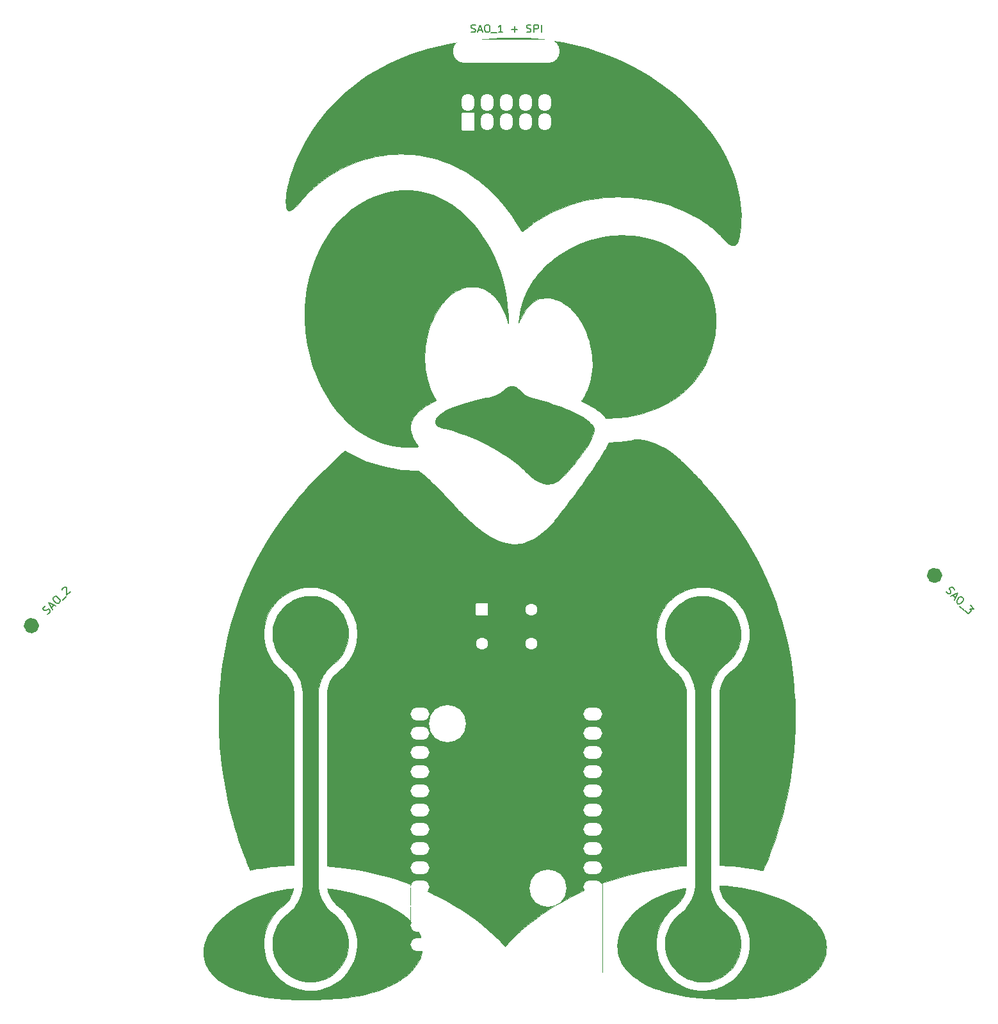
<source format=gbr>
%TF.GenerationSoftware,KiCad,Pcbnew,(5.1.10)-1*%
%TF.CreationDate,2021-11-10T10:02:11+11:00*%
%TF.ProjectId,swag-badge,73776167-2d62-4616-9467-652e6b696361,rev?*%
%TF.SameCoordinates,PX405f7e0PYfa3044a0*%
%TF.FileFunction,Legend,Top*%
%TF.FilePolarity,Positive*%
%FSLAX46Y46*%
G04 Gerber Fmt 4.6, Leading zero omitted, Abs format (unit mm)*
G04 Created by KiCad (PCBNEW (5.1.10)-1) date 2021-11-10 10:02:11*
%MOMM*%
%LPD*%
G01*
G04 APERTURE LIST*
%ADD10C,1.250000*%
%ADD11C,0.010000*%
%ADD12C,0.200000*%
%ADD13C,0.127000*%
%ADD14C,0.120000*%
%ADD15C,0.150000*%
%ADD16O,1.700000X2.300000*%
%ADD17O,2.500000X1.700000*%
%ADD18C,1.598000*%
%ADD19O,14.100000X3.100000*%
%ADD20C,4.900000*%
G04 APERTURE END LIST*
D10*
%TO.C,P1*%
X-74358000Y127929000D02*
G75*
G03*
X-74358000Y127929000I-381000J0D01*
G01*
%TO.C,P3*%
X-10517026Y63247364D02*
G75*
G03*
X-10517026Y63247364I-381000J0D01*
G01*
%TO.C,P2*%
X-129966364Y56601974D02*
G75*
G03*
X-129966364Y56601974I-381000J0D01*
G01*
D11*
%TO.C,Ref\u002A\u002A*%
G36*
X-95716800Y21753282D02*
G01*
X-95733817Y21664203D01*
X-95763646Y21547067D01*
X-95802854Y21412911D01*
X-95848007Y21272768D01*
X-95895672Y21137677D01*
X-95942418Y21018671D01*
X-95952936Y20994147D01*
X-96131757Y20635996D01*
X-96343972Y20303065D01*
X-96590566Y19994078D01*
X-96872526Y19707757D01*
X-97090469Y19520936D01*
X-97332787Y19323088D01*
X-97544879Y19141325D01*
X-97732722Y18969788D01*
X-97902293Y18802620D01*
X-98059571Y18633964D01*
X-98210532Y18457963D01*
X-98338577Y18297916D01*
X-98624048Y17897678D01*
X-98876548Y17474782D01*
X-99094978Y17032791D01*
X-99278238Y16575265D01*
X-99425228Y16105766D01*
X-99534848Y15627856D01*
X-99605997Y15145096D01*
X-99637576Y14661047D01*
X-99628484Y14179271D01*
X-99625342Y14132016D01*
X-99568119Y13611482D01*
X-99471641Y13105082D01*
X-99336688Y12614260D01*
X-99164037Y12140462D01*
X-98954467Y11685133D01*
X-98708757Y11249720D01*
X-98427685Y10835666D01*
X-98112029Y10444419D01*
X-97762567Y10077422D01*
X-97380079Y9736123D01*
X-97168000Y9568986D01*
X-96752334Y9281513D01*
X-96314153Y9028959D01*
X-95856627Y8812592D01*
X-95382925Y8633681D01*
X-94896216Y8493495D01*
X-94399672Y8393300D01*
X-94140402Y8357630D01*
X-94010668Y8346299D01*
X-93850163Y8338023D01*
X-93668869Y8332808D01*
X-93476770Y8330662D01*
X-93283850Y8331591D01*
X-93100091Y8335601D01*
X-92935477Y8342700D01*
X-92799992Y8352894D01*
X-92765333Y8356700D01*
X-92254246Y8439126D01*
X-91757887Y8560141D01*
X-91277986Y8718527D01*
X-90816268Y8913069D01*
X-90374461Y9142551D01*
X-89954293Y9405755D01*
X-89557490Y9701465D01*
X-89185780Y10028466D01*
X-88840889Y10385540D01*
X-88524546Y10771471D01*
X-88238477Y11185043D01*
X-87984409Y11625040D01*
X-87906534Y11778583D01*
X-87698505Y12244832D01*
X-87531998Y12711228D01*
X-87406312Y13180981D01*
X-87320745Y13657300D01*
X-87274598Y14143395D01*
X-87267169Y14642477D01*
X-87268725Y14699583D01*
X-87293213Y15110181D01*
X-87341507Y15498307D01*
X-87416037Y15878027D01*
X-87519231Y16263408D01*
X-87562979Y16403500D01*
X-87739493Y16884379D01*
X-87951092Y17342385D01*
X-88198222Y17778154D01*
X-88481330Y18192322D01*
X-88800863Y18585526D01*
X-89157266Y18958401D01*
X-89550987Y19311584D01*
X-89675000Y19412641D01*
X-89788149Y19504869D01*
X-89903714Y19602546D01*
X-90011870Y19697131D01*
X-90102790Y19780081D01*
X-90148601Y19824323D01*
X-90409004Y20113945D01*
X-90638646Y20429133D01*
X-90834737Y20765134D01*
X-90994485Y21117193D01*
X-91110080Y21462333D01*
X-91149351Y21607736D01*
X-91175646Y21715775D01*
X-91189489Y21789211D01*
X-91191406Y21830802D01*
X-91182545Y21843333D01*
X-91125318Y21839807D01*
X-91031963Y21829798D01*
X-90908045Y21814161D01*
X-90759129Y21793749D01*
X-90590780Y21769417D01*
X-90408564Y21742018D01*
X-90218044Y21712406D01*
X-90024786Y21681437D01*
X-89834355Y21649963D01*
X-89652316Y21618839D01*
X-89484233Y21588918D01*
X-89335672Y21561056D01*
X-89307905Y21555631D01*
X-88474014Y21380415D01*
X-87668194Y21188965D01*
X-86891227Y20981691D01*
X-86143893Y20759001D01*
X-85426976Y20521306D01*
X-84741257Y20269015D01*
X-84087517Y20002539D01*
X-83466538Y19722286D01*
X-82879103Y19428667D01*
X-82325992Y19122091D01*
X-81807989Y18802968D01*
X-81325873Y18471707D01*
X-80880428Y18128719D01*
X-80472435Y17774414D01*
X-80102676Y17409199D01*
X-79771932Y17033487D01*
X-79480986Y16647685D01*
X-79249044Y16284032D01*
X-79047706Y15900430D01*
X-78887148Y15510206D01*
X-78767581Y15114753D01*
X-78689219Y14715467D01*
X-78652273Y14313743D01*
X-78656957Y13910975D01*
X-78703482Y13508559D01*
X-78775148Y13171456D01*
X-78898622Y12775820D01*
X-79063326Y12386421D01*
X-79268489Y12004220D01*
X-79513337Y11630178D01*
X-79797100Y11265257D01*
X-80119004Y10910417D01*
X-80478276Y10566619D01*
X-80874145Y10234824D01*
X-81305838Y9915993D01*
X-81494083Y9788533D01*
X-81697828Y9655872D01*
X-81882313Y9540316D01*
X-82058971Y9435280D01*
X-82239237Y9334179D01*
X-82434544Y9230428D01*
X-82656326Y9117442D01*
X-82679416Y9105874D01*
X-83331867Y8800894D01*
X-84017251Y8522368D01*
X-84735418Y8270340D01*
X-85486220Y8044852D01*
X-86269505Y7845945D01*
X-87085124Y7673664D01*
X-87932928Y7528049D01*
X-88553166Y7441023D01*
X-88809765Y7409748D01*
X-89075786Y7380457D01*
X-89355366Y7352821D01*
X-89652643Y7326511D01*
X-89971756Y7301198D01*
X-90316842Y7276553D01*
X-90692040Y7252246D01*
X-91101487Y7227948D01*
X-91527083Y7204514D01*
X-91637649Y7199666D01*
X-91783511Y7194900D01*
X-91960384Y7190256D01*
X-92163981Y7185776D01*
X-92390015Y7181502D01*
X-92634199Y7177473D01*
X-92892246Y7173730D01*
X-93159869Y7170315D01*
X-93432782Y7167269D01*
X-93706698Y7164631D01*
X-93977330Y7162445D01*
X-94240392Y7160749D01*
X-94491595Y7159586D01*
X-94726655Y7158995D01*
X-94941283Y7159019D01*
X-95131193Y7159697D01*
X-95292098Y7161072D01*
X-95419712Y7163183D01*
X-95509748Y7166071D01*
X-95517000Y7166429D01*
X-95577921Y7169441D01*
X-95673077Y7173970D01*
X-95794412Y7179641D01*
X-95933868Y7186080D01*
X-96083390Y7192910D01*
X-96162583Y7196498D01*
X-97013142Y7245494D01*
X-97841143Y7314445D01*
X-98644759Y7403017D01*
X-99422158Y7510875D01*
X-100171514Y7637683D01*
X-100890997Y7783107D01*
X-101578777Y7946812D01*
X-102233027Y8128462D01*
X-102851917Y8327722D01*
X-103359250Y8514784D01*
X-103895121Y8740515D01*
X-104398467Y8983975D01*
X-104868254Y9244417D01*
X-105303449Y9521094D01*
X-105703019Y9813257D01*
X-106065930Y10120160D01*
X-106391150Y10441054D01*
X-106677644Y10775193D01*
X-106890233Y11069500D01*
X-107105908Y11431621D01*
X-107281207Y11805611D01*
X-107416031Y12190308D01*
X-107510282Y12584551D01*
X-107563861Y12987177D01*
X-107576670Y13397023D01*
X-107548610Y13812927D01*
X-107479583Y14233728D01*
X-107369489Y14658262D01*
X-107228578Y15059416D01*
X-107025075Y15517923D01*
X-106780259Y15970133D01*
X-106494780Y16415303D01*
X-106169292Y16852692D01*
X-105804447Y17281557D01*
X-105400898Y17701158D01*
X-104959298Y18110751D01*
X-104480299Y18509595D01*
X-103964554Y18896948D01*
X-103676750Y19097186D01*
X-103072894Y19483068D01*
X-102436313Y19844895D01*
X-101769772Y20181690D01*
X-101076034Y20492476D01*
X-100357864Y20776277D01*
X-99618027Y21032115D01*
X-98859286Y21259015D01*
X-98084405Y21456000D01*
X-97296151Y21622092D01*
X-96497285Y21756315D01*
X-95943335Y21829601D01*
X-95702920Y21857913D01*
X-95716800Y21753282D01*
G37*
X-95716800Y21753282D02*
X-95733817Y21664203D01*
X-95763646Y21547067D01*
X-95802854Y21412911D01*
X-95848007Y21272768D01*
X-95895672Y21137677D01*
X-95942418Y21018671D01*
X-95952936Y20994147D01*
X-96131757Y20635996D01*
X-96343972Y20303065D01*
X-96590566Y19994078D01*
X-96872526Y19707757D01*
X-97090469Y19520936D01*
X-97332787Y19323088D01*
X-97544879Y19141325D01*
X-97732722Y18969788D01*
X-97902293Y18802620D01*
X-98059571Y18633964D01*
X-98210532Y18457963D01*
X-98338577Y18297916D01*
X-98624048Y17897678D01*
X-98876548Y17474782D01*
X-99094978Y17032791D01*
X-99278238Y16575265D01*
X-99425228Y16105766D01*
X-99534848Y15627856D01*
X-99605997Y15145096D01*
X-99637576Y14661047D01*
X-99628484Y14179271D01*
X-99625342Y14132016D01*
X-99568119Y13611482D01*
X-99471641Y13105082D01*
X-99336688Y12614260D01*
X-99164037Y12140462D01*
X-98954467Y11685133D01*
X-98708757Y11249720D01*
X-98427685Y10835666D01*
X-98112029Y10444419D01*
X-97762567Y10077422D01*
X-97380079Y9736123D01*
X-97168000Y9568986D01*
X-96752334Y9281513D01*
X-96314153Y9028959D01*
X-95856627Y8812592D01*
X-95382925Y8633681D01*
X-94896216Y8493495D01*
X-94399672Y8393300D01*
X-94140402Y8357630D01*
X-94010668Y8346299D01*
X-93850163Y8338023D01*
X-93668869Y8332808D01*
X-93476770Y8330662D01*
X-93283850Y8331591D01*
X-93100091Y8335601D01*
X-92935477Y8342700D01*
X-92799992Y8352894D01*
X-92765333Y8356700D01*
X-92254246Y8439126D01*
X-91757887Y8560141D01*
X-91277986Y8718527D01*
X-90816268Y8913069D01*
X-90374461Y9142551D01*
X-89954293Y9405755D01*
X-89557490Y9701465D01*
X-89185780Y10028466D01*
X-88840889Y10385540D01*
X-88524546Y10771471D01*
X-88238477Y11185043D01*
X-87984409Y11625040D01*
X-87906534Y11778583D01*
X-87698505Y12244832D01*
X-87531998Y12711228D01*
X-87406312Y13180981D01*
X-87320745Y13657300D01*
X-87274598Y14143395D01*
X-87267169Y14642477D01*
X-87268725Y14699583D01*
X-87293213Y15110181D01*
X-87341507Y15498307D01*
X-87416037Y15878027D01*
X-87519231Y16263408D01*
X-87562979Y16403500D01*
X-87739493Y16884379D01*
X-87951092Y17342385D01*
X-88198222Y17778154D01*
X-88481330Y18192322D01*
X-88800863Y18585526D01*
X-89157266Y18958401D01*
X-89550987Y19311584D01*
X-89675000Y19412641D01*
X-89788149Y19504869D01*
X-89903714Y19602546D01*
X-90011870Y19697131D01*
X-90102790Y19780081D01*
X-90148601Y19824323D01*
X-90409004Y20113945D01*
X-90638646Y20429133D01*
X-90834737Y20765134D01*
X-90994485Y21117193D01*
X-91110080Y21462333D01*
X-91149351Y21607736D01*
X-91175646Y21715775D01*
X-91189489Y21789211D01*
X-91191406Y21830802D01*
X-91182545Y21843333D01*
X-91125318Y21839807D01*
X-91031963Y21829798D01*
X-90908045Y21814161D01*
X-90759129Y21793749D01*
X-90590780Y21769417D01*
X-90408564Y21742018D01*
X-90218044Y21712406D01*
X-90024786Y21681437D01*
X-89834355Y21649963D01*
X-89652316Y21618839D01*
X-89484233Y21588918D01*
X-89335672Y21561056D01*
X-89307905Y21555631D01*
X-88474014Y21380415D01*
X-87668194Y21188965D01*
X-86891227Y20981691D01*
X-86143893Y20759001D01*
X-85426976Y20521306D01*
X-84741257Y20269015D01*
X-84087517Y20002539D01*
X-83466538Y19722286D01*
X-82879103Y19428667D01*
X-82325992Y19122091D01*
X-81807989Y18802968D01*
X-81325873Y18471707D01*
X-80880428Y18128719D01*
X-80472435Y17774414D01*
X-80102676Y17409199D01*
X-79771932Y17033487D01*
X-79480986Y16647685D01*
X-79249044Y16284032D01*
X-79047706Y15900430D01*
X-78887148Y15510206D01*
X-78767581Y15114753D01*
X-78689219Y14715467D01*
X-78652273Y14313743D01*
X-78656957Y13910975D01*
X-78703482Y13508559D01*
X-78775148Y13171456D01*
X-78898622Y12775820D01*
X-79063326Y12386421D01*
X-79268489Y12004220D01*
X-79513337Y11630178D01*
X-79797100Y11265257D01*
X-80119004Y10910417D01*
X-80478276Y10566619D01*
X-80874145Y10234824D01*
X-81305838Y9915993D01*
X-81494083Y9788533D01*
X-81697828Y9655872D01*
X-81882313Y9540316D01*
X-82058971Y9435280D01*
X-82239237Y9334179D01*
X-82434544Y9230428D01*
X-82656326Y9117442D01*
X-82679416Y9105874D01*
X-83331867Y8800894D01*
X-84017251Y8522368D01*
X-84735418Y8270340D01*
X-85486220Y8044852D01*
X-86269505Y7845945D01*
X-87085124Y7673664D01*
X-87932928Y7528049D01*
X-88553166Y7441023D01*
X-88809765Y7409748D01*
X-89075786Y7380457D01*
X-89355366Y7352821D01*
X-89652643Y7326511D01*
X-89971756Y7301198D01*
X-90316842Y7276553D01*
X-90692040Y7252246D01*
X-91101487Y7227948D01*
X-91527083Y7204514D01*
X-91637649Y7199666D01*
X-91783511Y7194900D01*
X-91960384Y7190256D01*
X-92163981Y7185776D01*
X-92390015Y7181502D01*
X-92634199Y7177473D01*
X-92892246Y7173730D01*
X-93159869Y7170315D01*
X-93432782Y7167269D01*
X-93706698Y7164631D01*
X-93977330Y7162445D01*
X-94240392Y7160749D01*
X-94491595Y7159586D01*
X-94726655Y7158995D01*
X-94941283Y7159019D01*
X-95131193Y7159697D01*
X-95292098Y7161072D01*
X-95419712Y7163183D01*
X-95509748Y7166071D01*
X-95517000Y7166429D01*
X-95577921Y7169441D01*
X-95673077Y7173970D01*
X-95794412Y7179641D01*
X-95933868Y7186080D01*
X-96083390Y7192910D01*
X-96162583Y7196498D01*
X-97013142Y7245494D01*
X-97841143Y7314445D01*
X-98644759Y7403017D01*
X-99422158Y7510875D01*
X-100171514Y7637683D01*
X-100890997Y7783107D01*
X-101578777Y7946812D01*
X-102233027Y8128462D01*
X-102851917Y8327722D01*
X-103359250Y8514784D01*
X-103895121Y8740515D01*
X-104398467Y8983975D01*
X-104868254Y9244417D01*
X-105303449Y9521094D01*
X-105703019Y9813257D01*
X-106065930Y10120160D01*
X-106391150Y10441054D01*
X-106677644Y10775193D01*
X-106890233Y11069500D01*
X-107105908Y11431621D01*
X-107281207Y11805611D01*
X-107416031Y12190308D01*
X-107510282Y12584551D01*
X-107563861Y12987177D01*
X-107576670Y13397023D01*
X-107548610Y13812927D01*
X-107479583Y14233728D01*
X-107369489Y14658262D01*
X-107228578Y15059416D01*
X-107025075Y15517923D01*
X-106780259Y15970133D01*
X-106494780Y16415303D01*
X-106169292Y16852692D01*
X-105804447Y17281557D01*
X-105400898Y17701158D01*
X-104959298Y18110751D01*
X-104480299Y18509595D01*
X-103964554Y18896948D01*
X-103676750Y19097186D01*
X-103072894Y19483068D01*
X-102436313Y19844895D01*
X-101769772Y20181690D01*
X-101076034Y20492476D01*
X-100357864Y20776277D01*
X-99618027Y21032115D01*
X-98859286Y21259015D01*
X-98084405Y21456000D01*
X-97296151Y21622092D01*
X-96497285Y21756315D01*
X-95943335Y21829601D01*
X-95702920Y21857913D01*
X-95716800Y21753282D01*
G36*
X-39135990Y22235293D02*
G01*
X-38479967Y22187125D01*
X-37853855Y22126044D01*
X-37246826Y22050646D01*
X-36648052Y21959527D01*
X-36046704Y21851284D01*
X-35805833Y21803450D01*
X-34963828Y21619993D01*
X-34150705Y21418606D01*
X-33367247Y21199686D01*
X-32614239Y20963630D01*
X-31892464Y20710836D01*
X-31202707Y20441701D01*
X-30545752Y20156622D01*
X-29922381Y19855998D01*
X-29333380Y19540226D01*
X-28779532Y19209702D01*
X-28261620Y18864826D01*
X-27780430Y18505993D01*
X-27336744Y18133602D01*
X-26931347Y17748050D01*
X-26565022Y17349735D01*
X-26254295Y16960382D01*
X-25985444Y16566691D01*
X-25756799Y16166171D01*
X-25568514Y15760059D01*
X-25420738Y15349590D01*
X-25313625Y14936001D01*
X-25247325Y14520528D01*
X-25221992Y14104409D01*
X-25237777Y13688879D01*
X-25294832Y13275175D01*
X-25393308Y12864533D01*
X-25533358Y12458189D01*
X-25664524Y12159583D01*
X-25883415Y11752395D01*
X-26141477Y11359004D01*
X-26437665Y10979995D01*
X-26770932Y10615952D01*
X-27140231Y10267461D01*
X-27544516Y9935107D01*
X-27982740Y9619475D01*
X-28453857Y9321148D01*
X-28956819Y9040713D01*
X-29490581Y8778755D01*
X-30054096Y8535857D01*
X-30646316Y8312605D01*
X-31266196Y8109585D01*
X-31912689Y7927380D01*
X-32584749Y7766576D01*
X-33281328Y7627757D01*
X-33974916Y7515316D01*
X-34394080Y7458922D01*
X-34818136Y7410500D01*
X-35254235Y7369459D01*
X-35709530Y7335209D01*
X-36191175Y7307158D01*
X-36706321Y7284715D01*
X-36811250Y7280943D01*
X-36979579Y7276137D01*
X-37182219Y7272098D01*
X-37413321Y7268825D01*
X-37667041Y7266313D01*
X-37937531Y7264559D01*
X-38218945Y7263559D01*
X-38505438Y7263311D01*
X-38791161Y7263811D01*
X-39070271Y7265055D01*
X-39336919Y7267040D01*
X-39585259Y7269762D01*
X-39809446Y7273219D01*
X-40003633Y7277407D01*
X-40161973Y7282322D01*
X-40176750Y7282899D01*
X-41104467Y7331175D01*
X-42001849Y7400492D01*
X-42868358Y7490703D01*
X-43703452Y7601662D01*
X-44506593Y7733223D01*
X-45277242Y7885240D01*
X-46014859Y8057566D01*
X-46718904Y8250055D01*
X-47388837Y8462562D01*
X-48024121Y8694939D01*
X-48624214Y8947041D01*
X-49188578Y9218722D01*
X-49716673Y9509835D01*
X-50207959Y9820234D01*
X-50611021Y10110454D01*
X-50997987Y10426707D01*
X-51345225Y10752383D01*
X-51654750Y11089855D01*
X-51928577Y11441494D01*
X-52168720Y11809671D01*
X-52369371Y12180750D01*
X-52546900Y12588172D01*
X-52682499Y13001375D01*
X-52776220Y13420667D01*
X-52828111Y13846359D01*
X-52838223Y14278761D01*
X-52806604Y14718184D01*
X-52792807Y14824753D01*
X-52708248Y15276185D01*
X-52582707Y15723184D01*
X-52417407Y16164628D01*
X-52213569Y16599392D01*
X-51972416Y17026351D01*
X-51695170Y17444382D01*
X-51383053Y17852359D01*
X-51037288Y18249159D01*
X-50659097Y18633657D01*
X-50249702Y19004728D01*
X-49810324Y19361249D01*
X-49342187Y19702094D01*
X-48846513Y20026140D01*
X-48324523Y20332263D01*
X-47777441Y20619337D01*
X-47206487Y20886238D01*
X-46612885Y21131843D01*
X-45997857Y21355026D01*
X-45531916Y21504402D01*
X-45366000Y21553366D01*
X-45188420Y21603415D01*
X-45003828Y21653444D01*
X-44816873Y21702346D01*
X-44632204Y21749017D01*
X-44454472Y21792351D01*
X-44288326Y21831242D01*
X-44138416Y21864585D01*
X-44009392Y21891275D01*
X-43905903Y21910206D01*
X-43832600Y21920273D01*
X-43794132Y21920369D01*
X-43790259Y21918481D01*
X-43786547Y21889728D01*
X-43793857Y21827895D01*
X-43810523Y21740292D01*
X-43834881Y21634226D01*
X-43865265Y21517007D01*
X-43900010Y21395943D01*
X-43933247Y21290898D01*
X-44062690Y20953964D01*
X-44220952Y20637561D01*
X-44410514Y20338330D01*
X-44633854Y20052913D01*
X-44893452Y19777951D01*
X-45191788Y19510085D01*
X-45330833Y19397635D01*
X-45480553Y19273881D01*
X-45644921Y19127453D01*
X-45815665Y18966519D01*
X-45984517Y18799246D01*
X-46143205Y18633804D01*
X-46283459Y18478358D01*
X-46384504Y18357034D01*
X-46685215Y17942854D01*
X-46949803Y17507409D01*
X-47177400Y17052873D01*
X-47367135Y16581417D01*
X-47518140Y16095214D01*
X-47629546Y15596437D01*
X-47700483Y15087259D01*
X-47702966Y15061416D01*
X-47712628Y14916886D01*
X-47717935Y14743519D01*
X-47719119Y14551365D01*
X-47716416Y14350469D01*
X-47710060Y14150879D01*
X-47700285Y13962643D01*
X-47687324Y13795808D01*
X-47671413Y13660420D01*
X-47670110Y13651833D01*
X-47569469Y13130875D01*
X-47431991Y12630612D01*
X-47257760Y12151213D01*
X-47046860Y11692846D01*
X-46799375Y11255679D01*
X-46515389Y10839880D01*
X-46194986Y10445618D01*
X-45924621Y10157928D01*
X-45755924Y9992043D01*
X-45605138Y9851044D01*
X-45463072Y9727292D01*
X-45320535Y9613151D01*
X-45168338Y9500986D01*
X-44997288Y9383159D01*
X-44971000Y9365568D01*
X-44535815Y9100188D01*
X-44084661Y8873215D01*
X-43619893Y8684921D01*
X-43143867Y8535583D01*
X-42658939Y8425473D01*
X-42167465Y8354867D01*
X-41671801Y8324040D01*
X-41174303Y8333265D01*
X-40677326Y8382818D01*
X-40183227Y8472972D01*
X-39694361Y8604003D01*
X-39374542Y8713448D01*
X-38911283Y8908231D01*
X-38469479Y9138258D01*
X-38050618Y9401501D01*
X-37656190Y9695931D01*
X-37287685Y10019521D01*
X-36946593Y10370240D01*
X-36634404Y10746062D01*
X-36352607Y11144957D01*
X-36102693Y11564897D01*
X-35886150Y12003853D01*
X-35704470Y12459797D01*
X-35559142Y12930701D01*
X-35451655Y13414535D01*
X-35383499Y13909272D01*
X-35363881Y14174279D01*
X-35357962Y14685727D01*
X-35393197Y15192169D01*
X-35468954Y15691284D01*
X-35584602Y16180751D01*
X-35739509Y16658248D01*
X-35933043Y17121454D01*
X-36164571Y17568049D01*
X-36384849Y17924007D01*
X-36572248Y18192398D01*
X-36763005Y18439306D01*
X-36963642Y18671689D01*
X-37180680Y18896506D01*
X-37420641Y19120714D01*
X-37690047Y19351272D01*
X-37826155Y19461774D01*
X-38087196Y19683071D01*
X-38313746Y19902952D01*
X-38512688Y20128959D01*
X-38690905Y20368632D01*
X-38783507Y20510485D01*
X-38959235Y20829441D01*
X-39105601Y21174151D01*
X-39220301Y21537816D01*
X-39301032Y21913633D01*
X-39330360Y22125193D01*
X-39344063Y22248303D01*
X-39135990Y22235293D01*
G37*
X-39135990Y22235293D02*
X-38479967Y22187125D01*
X-37853855Y22126044D01*
X-37246826Y22050646D01*
X-36648052Y21959527D01*
X-36046704Y21851284D01*
X-35805833Y21803450D01*
X-34963828Y21619993D01*
X-34150705Y21418606D01*
X-33367247Y21199686D01*
X-32614239Y20963630D01*
X-31892464Y20710836D01*
X-31202707Y20441701D01*
X-30545752Y20156622D01*
X-29922381Y19855998D01*
X-29333380Y19540226D01*
X-28779532Y19209702D01*
X-28261620Y18864826D01*
X-27780430Y18505993D01*
X-27336744Y18133602D01*
X-26931347Y17748050D01*
X-26565022Y17349735D01*
X-26254295Y16960382D01*
X-25985444Y16566691D01*
X-25756799Y16166171D01*
X-25568514Y15760059D01*
X-25420738Y15349590D01*
X-25313625Y14936001D01*
X-25247325Y14520528D01*
X-25221992Y14104409D01*
X-25237777Y13688879D01*
X-25294832Y13275175D01*
X-25393308Y12864533D01*
X-25533358Y12458189D01*
X-25664524Y12159583D01*
X-25883415Y11752395D01*
X-26141477Y11359004D01*
X-26437665Y10979995D01*
X-26770932Y10615952D01*
X-27140231Y10267461D01*
X-27544516Y9935107D01*
X-27982740Y9619475D01*
X-28453857Y9321148D01*
X-28956819Y9040713D01*
X-29490581Y8778755D01*
X-30054096Y8535857D01*
X-30646316Y8312605D01*
X-31266196Y8109585D01*
X-31912689Y7927380D01*
X-32584749Y7766576D01*
X-33281328Y7627757D01*
X-33974916Y7515316D01*
X-34394080Y7458922D01*
X-34818136Y7410500D01*
X-35254235Y7369459D01*
X-35709530Y7335209D01*
X-36191175Y7307158D01*
X-36706321Y7284715D01*
X-36811250Y7280943D01*
X-36979579Y7276137D01*
X-37182219Y7272098D01*
X-37413321Y7268825D01*
X-37667041Y7266313D01*
X-37937531Y7264559D01*
X-38218945Y7263559D01*
X-38505438Y7263311D01*
X-38791161Y7263811D01*
X-39070271Y7265055D01*
X-39336919Y7267040D01*
X-39585259Y7269762D01*
X-39809446Y7273219D01*
X-40003633Y7277407D01*
X-40161973Y7282322D01*
X-40176750Y7282899D01*
X-41104467Y7331175D01*
X-42001849Y7400492D01*
X-42868358Y7490703D01*
X-43703452Y7601662D01*
X-44506593Y7733223D01*
X-45277242Y7885240D01*
X-46014859Y8057566D01*
X-46718904Y8250055D01*
X-47388837Y8462562D01*
X-48024121Y8694939D01*
X-48624214Y8947041D01*
X-49188578Y9218722D01*
X-49716673Y9509835D01*
X-50207959Y9820234D01*
X-50611021Y10110454D01*
X-50997987Y10426707D01*
X-51345225Y10752383D01*
X-51654750Y11089855D01*
X-51928577Y11441494D01*
X-52168720Y11809671D01*
X-52369371Y12180750D01*
X-52546900Y12588172D01*
X-52682499Y13001375D01*
X-52776220Y13420667D01*
X-52828111Y13846359D01*
X-52838223Y14278761D01*
X-52806604Y14718184D01*
X-52792807Y14824753D01*
X-52708248Y15276185D01*
X-52582707Y15723184D01*
X-52417407Y16164628D01*
X-52213569Y16599392D01*
X-51972416Y17026351D01*
X-51695170Y17444382D01*
X-51383053Y17852359D01*
X-51037288Y18249159D01*
X-50659097Y18633657D01*
X-50249702Y19004728D01*
X-49810324Y19361249D01*
X-49342187Y19702094D01*
X-48846513Y20026140D01*
X-48324523Y20332263D01*
X-47777441Y20619337D01*
X-47206487Y20886238D01*
X-46612885Y21131843D01*
X-45997857Y21355026D01*
X-45531916Y21504402D01*
X-45366000Y21553366D01*
X-45188420Y21603415D01*
X-45003828Y21653444D01*
X-44816873Y21702346D01*
X-44632204Y21749017D01*
X-44454472Y21792351D01*
X-44288326Y21831242D01*
X-44138416Y21864585D01*
X-44009392Y21891275D01*
X-43905903Y21910206D01*
X-43832600Y21920273D01*
X-43794132Y21920369D01*
X-43790259Y21918481D01*
X-43786547Y21889728D01*
X-43793857Y21827895D01*
X-43810523Y21740292D01*
X-43834881Y21634226D01*
X-43865265Y21517007D01*
X-43900010Y21395943D01*
X-43933247Y21290898D01*
X-44062690Y20953964D01*
X-44220952Y20637561D01*
X-44410514Y20338330D01*
X-44633854Y20052913D01*
X-44893452Y19777951D01*
X-45191788Y19510085D01*
X-45330833Y19397635D01*
X-45480553Y19273881D01*
X-45644921Y19127453D01*
X-45815665Y18966519D01*
X-45984517Y18799246D01*
X-46143205Y18633804D01*
X-46283459Y18478358D01*
X-46384504Y18357034D01*
X-46685215Y17942854D01*
X-46949803Y17507409D01*
X-47177400Y17052873D01*
X-47367135Y16581417D01*
X-47518140Y16095214D01*
X-47629546Y15596437D01*
X-47700483Y15087259D01*
X-47702966Y15061416D01*
X-47712628Y14916886D01*
X-47717935Y14743519D01*
X-47719119Y14551365D01*
X-47716416Y14350469D01*
X-47710060Y14150879D01*
X-47700285Y13962643D01*
X-47687324Y13795808D01*
X-47671413Y13660420D01*
X-47670110Y13651833D01*
X-47569469Y13130875D01*
X-47431991Y12630612D01*
X-47257760Y12151213D01*
X-47046860Y11692846D01*
X-46799375Y11255679D01*
X-46515389Y10839880D01*
X-46194986Y10445618D01*
X-45924621Y10157928D01*
X-45755924Y9992043D01*
X-45605138Y9851044D01*
X-45463072Y9727292D01*
X-45320535Y9613151D01*
X-45168338Y9500986D01*
X-44997288Y9383159D01*
X-44971000Y9365568D01*
X-44535815Y9100188D01*
X-44084661Y8873215D01*
X-43619893Y8684921D01*
X-43143867Y8535583D01*
X-42658939Y8425473D01*
X-42167465Y8354867D01*
X-41671801Y8324040D01*
X-41174303Y8333265D01*
X-40677326Y8382818D01*
X-40183227Y8472972D01*
X-39694361Y8604003D01*
X-39374542Y8713448D01*
X-38911283Y8908231D01*
X-38469479Y9138258D01*
X-38050618Y9401501D01*
X-37656190Y9695931D01*
X-37287685Y10019521D01*
X-36946593Y10370240D01*
X-36634404Y10746062D01*
X-36352607Y11144957D01*
X-36102693Y11564897D01*
X-35886150Y12003853D01*
X-35704470Y12459797D01*
X-35559142Y12930701D01*
X-35451655Y13414535D01*
X-35383499Y13909272D01*
X-35363881Y14174279D01*
X-35357962Y14685727D01*
X-35393197Y15192169D01*
X-35468954Y15691284D01*
X-35584602Y16180751D01*
X-35739509Y16658248D01*
X-35933043Y17121454D01*
X-36164571Y17568049D01*
X-36384849Y17924007D01*
X-36572248Y18192398D01*
X-36763005Y18439306D01*
X-36963642Y18671689D01*
X-37180680Y18896506D01*
X-37420641Y19120714D01*
X-37690047Y19351272D01*
X-37826155Y19461774D01*
X-38087196Y19683071D01*
X-38313746Y19902952D01*
X-38512688Y20128959D01*
X-38690905Y20368632D01*
X-38783507Y20510485D01*
X-38959235Y20829441D01*
X-39105601Y21174151D01*
X-39220301Y21537816D01*
X-39301032Y21913633D01*
X-39330360Y22125193D01*
X-39344063Y22248303D01*
X-39135990Y22235293D01*
G36*
X-93288457Y60504628D02*
G01*
X-93091238Y60498604D01*
X-92912018Y60487927D01*
X-92760809Y60472595D01*
X-92712416Y60465488D01*
X-92243574Y60368604D01*
X-91796257Y60235286D01*
X-91370500Y60065550D01*
X-90966338Y59859414D01*
X-90583803Y59616895D01*
X-90222931Y59338012D01*
X-89883755Y59022780D01*
X-89881721Y59020713D01*
X-89604732Y58718278D01*
X-89363573Y58409012D01*
X-89151789Y58084032D01*
X-88997601Y57803677D01*
X-88806904Y57387710D01*
X-88657550Y56967726D01*
X-88548688Y56540171D01*
X-88479465Y56101491D01*
X-88449028Y55648133D01*
X-88447333Y55508916D01*
X-88465253Y55058933D01*
X-88519778Y54627091D01*
X-88612057Y54208406D01*
X-88743238Y53797893D01*
X-88914470Y53390566D01*
X-88954339Y53307583D01*
X-89113308Y53004756D01*
X-89282714Y52725968D01*
X-89467543Y52465190D01*
X-89672779Y52216393D01*
X-89903407Y51973550D01*
X-90164410Y51730631D01*
X-90460774Y51481608D01*
X-90470646Y51473672D01*
X-90804935Y51188002D01*
X-91100722Y50897555D01*
X-91361840Y50597625D01*
X-91592122Y50283504D01*
X-91795399Y49950483D01*
X-91941333Y49666916D01*
X-92074319Y49367905D01*
X-92182967Y49076829D01*
X-92271299Y48780591D01*
X-92343333Y48466098D01*
X-92389717Y48206416D01*
X-92437250Y47910083D01*
X-92437250Y35030166D01*
X-92437256Y34142033D01*
X-92437270Y33295217D01*
X-92437283Y32488701D01*
X-92437290Y31721468D01*
X-92437282Y30992502D01*
X-92437253Y30300785D01*
X-92437195Y29645303D01*
X-92437100Y29025036D01*
X-92436961Y28438970D01*
X-92436772Y27886088D01*
X-92436525Y27365372D01*
X-92436212Y26875806D01*
X-92435827Y26416374D01*
X-92435361Y25986058D01*
X-92434808Y25583843D01*
X-92434161Y25208711D01*
X-92433411Y24859646D01*
X-92432553Y24535631D01*
X-92431577Y24235649D01*
X-92430478Y23958684D01*
X-92429248Y23703720D01*
X-92427880Y23469739D01*
X-92426366Y23255725D01*
X-92424699Y23060661D01*
X-92422871Y22883530D01*
X-92420877Y22723317D01*
X-92418707Y22579003D01*
X-92416355Y22449574D01*
X-92413814Y22334011D01*
X-92411076Y22231298D01*
X-92408134Y22140419D01*
X-92404981Y22060357D01*
X-92401609Y21990096D01*
X-92398011Y21928617D01*
X-92394180Y21874906D01*
X-92390109Y21827945D01*
X-92385790Y21786718D01*
X-92381215Y21750208D01*
X-92376379Y21717398D01*
X-92371273Y21687272D01*
X-92365889Y21658813D01*
X-92360222Y21631004D01*
X-92354263Y21602829D01*
X-92348006Y21573271D01*
X-92341442Y21541313D01*
X-92340464Y21536416D01*
X-92235666Y21113452D01*
X-92091482Y20695118D01*
X-91910792Y20288413D01*
X-91696477Y19900340D01*
X-91613261Y19769000D01*
X-91439319Y19519856D01*
X-91254612Y19288041D01*
X-91052429Y19066364D01*
X-90826059Y18847637D01*
X-90568791Y18624671D01*
X-90469783Y18543960D01*
X-90172537Y18294662D01*
X-89910784Y18051751D01*
X-89679543Y17809200D01*
X-89473832Y17560985D01*
X-89288671Y17301079D01*
X-89119080Y17023455D01*
X-88960078Y16722089D01*
X-88954339Y16710416D01*
X-88774814Y16303127D01*
X-88635572Y15893666D01*
X-88535467Y15477049D01*
X-88473349Y15048291D01*
X-88448070Y14602404D01*
X-88447333Y14509083D01*
X-88463170Y14081340D01*
X-88511791Y13673195D01*
X-88594863Y13275542D01*
X-88714055Y12879277D01*
X-88777781Y12704556D01*
X-88960044Y12286988D01*
X-89177054Y11892135D01*
X-89426888Y11521555D01*
X-89707626Y11176808D01*
X-90017345Y10859452D01*
X-90354123Y10571046D01*
X-90716040Y10313149D01*
X-91101172Y10087320D01*
X-91507599Y9895119D01*
X-91933399Y9738104D01*
X-92376650Y9617833D01*
X-92648916Y9564171D01*
X-92777376Y9546992D01*
X-92937612Y9532732D01*
X-93119203Y9521687D01*
X-93311728Y9514154D01*
X-93504765Y9510429D01*
X-93687891Y9510806D01*
X-93850686Y9515582D01*
X-93982728Y9525052D01*
X-93991928Y9526053D01*
X-94441882Y9597539D01*
X-94882102Y9709065D01*
X-95309615Y9859170D01*
X-95721449Y10046394D01*
X-96114634Y10269278D01*
X-96486198Y10526361D01*
X-96833169Y10816183D01*
X-97052174Y11029791D01*
X-97359280Y11378265D01*
X-97629442Y11747400D01*
X-97862620Y12137114D01*
X-98058775Y12547324D01*
X-98217865Y12977947D01*
X-98339850Y13428901D01*
X-98410037Y13800000D01*
X-98427533Y13947904D01*
X-98439916Y14126119D01*
X-98447190Y14324133D01*
X-98449360Y14531433D01*
X-98446430Y14737507D01*
X-98438403Y14931842D01*
X-98425284Y15103926D01*
X-98409506Y15228750D01*
X-98314670Y15696974D01*
X-98185337Y16141051D01*
X-98020905Y16562193D01*
X-97820774Y16961614D01*
X-97584344Y17340526D01*
X-97311013Y17700141D01*
X-97032278Y18009008D01*
X-96945684Y18093799D01*
X-96835423Y18195658D01*
X-96711361Y18305813D01*
X-96583364Y18415493D01*
X-96469500Y18509335D01*
X-96132962Y18796370D01*
X-95835112Y19085289D01*
X-95572377Y19380423D01*
X-95341182Y19686102D01*
X-95137953Y20006658D01*
X-94967048Y20329916D01*
X-94786579Y20749470D01*
X-94644517Y21181961D01*
X-94539486Y21631845D01*
X-94506838Y21822166D01*
X-94504261Y21840201D01*
X-94501805Y21860809D01*
X-94499466Y21884994D01*
X-94497241Y21913760D01*
X-94495128Y21948111D01*
X-94493123Y21989052D01*
X-94491225Y22037586D01*
X-94489429Y22094718D01*
X-94487734Y22161451D01*
X-94486136Y22238789D01*
X-94484632Y22327736D01*
X-94483221Y22429297D01*
X-94481897Y22544475D01*
X-94480660Y22674275D01*
X-94479506Y22819699D01*
X-94478431Y22981754D01*
X-94477434Y23161441D01*
X-94476512Y23359766D01*
X-94475661Y23577732D01*
X-94474879Y23816344D01*
X-94474162Y24076604D01*
X-94473509Y24359519D01*
X-94472915Y24666090D01*
X-94472379Y24997323D01*
X-94471897Y25354222D01*
X-94471467Y25737789D01*
X-94471086Y26149031D01*
X-94470750Y26588949D01*
X-94470457Y27058549D01*
X-94470204Y27558834D01*
X-94469989Y28090809D01*
X-94469808Y28655477D01*
X-94469658Y29253843D01*
X-94469537Y29886910D01*
X-94469441Y30555682D01*
X-94469369Y31261164D01*
X-94469317Y32004359D01*
X-94469281Y32786271D01*
X-94469261Y33607905D01*
X-94469251Y34470265D01*
X-94469250Y35009000D01*
X-94469253Y35895511D01*
X-94469263Y36740695D01*
X-94469285Y37545560D01*
X-94469320Y38311112D01*
X-94469372Y39038358D01*
X-94469444Y39728304D01*
X-94469538Y40381959D01*
X-94469658Y41000327D01*
X-94469807Y41584417D01*
X-94469988Y42135235D01*
X-94470203Y42653788D01*
X-94470456Y43141083D01*
X-94470750Y43598127D01*
X-94471087Y44025926D01*
X-94471471Y44425487D01*
X-94471905Y44797817D01*
X-94472391Y45143923D01*
X-94472933Y45464812D01*
X-94473533Y45761490D01*
X-94474196Y46034965D01*
X-94474922Y46286243D01*
X-94475717Y46516331D01*
X-94476582Y46726236D01*
X-94477520Y46916964D01*
X-94478536Y47089523D01*
X-94479630Y47244920D01*
X-94480808Y47384161D01*
X-94482070Y47508252D01*
X-94483422Y47618202D01*
X-94484865Y47715016D01*
X-94486402Y47799701D01*
X-94488037Y47873265D01*
X-94489773Y47936714D01*
X-94491611Y47991055D01*
X-94493557Y48037295D01*
X-94495612Y48076440D01*
X-94497779Y48109498D01*
X-94500062Y48137476D01*
X-94502463Y48161379D01*
X-94504986Y48182215D01*
X-94507633Y48200991D01*
X-94508459Y48206416D01*
X-94599959Y48670034D01*
X-94728207Y49112884D01*
X-94893380Y49535270D01*
X-95095658Y49937497D01*
X-95335219Y50319868D01*
X-95612241Y50682686D01*
X-95926902Y51026256D01*
X-96279381Y51350880D01*
X-96427166Y51472438D01*
X-96724107Y51720187D01*
X-96985849Y51963079D01*
X-97218016Y52207472D01*
X-97426232Y52459722D01*
X-97616119Y52726185D01*
X-97793302Y53013216D01*
X-97798825Y53022812D01*
X-97997210Y53406484D01*
X-98161054Y53807554D01*
X-98291647Y54229757D01*
X-98390282Y54676828D01*
X-98409506Y54789250D01*
X-98427177Y54933559D01*
X-98439719Y55109346D01*
X-98447127Y55306065D01*
X-98449400Y55513171D01*
X-98446536Y55720121D01*
X-98438533Y55916370D01*
X-98425389Y56091373D01*
X-98409791Y56218000D01*
X-98319944Y56675219D01*
X-98196192Y57108822D01*
X-98036897Y57522599D01*
X-97840421Y57920340D01*
X-97605124Y58305835D01*
X-97361820Y58641583D01*
X-97275666Y58744409D01*
X-97164376Y58865678D01*
X-97036004Y58997554D01*
X-96898602Y59132202D01*
X-96760224Y59261786D01*
X-96628923Y59378470D01*
X-96512751Y59474418D01*
X-96480341Y59499272D01*
X-96097002Y59761047D01*
X-95696921Y59984512D01*
X-95278811Y60170210D01*
X-94841384Y60318686D01*
X-94383353Y60430483D01*
X-94194083Y60465053D01*
X-94057064Y60482251D01*
X-93887978Y60494810D01*
X-93696840Y60502728D01*
X-93493662Y60506001D01*
X-93288457Y60504628D01*
G37*
X-93288457Y60504628D02*
X-93091238Y60498604D01*
X-92912018Y60487927D01*
X-92760809Y60472595D01*
X-92712416Y60465488D01*
X-92243574Y60368604D01*
X-91796257Y60235286D01*
X-91370500Y60065550D01*
X-90966338Y59859414D01*
X-90583803Y59616895D01*
X-90222931Y59338012D01*
X-89883755Y59022780D01*
X-89881721Y59020713D01*
X-89604732Y58718278D01*
X-89363573Y58409012D01*
X-89151789Y58084032D01*
X-88997601Y57803677D01*
X-88806904Y57387710D01*
X-88657550Y56967726D01*
X-88548688Y56540171D01*
X-88479465Y56101491D01*
X-88449028Y55648133D01*
X-88447333Y55508916D01*
X-88465253Y55058933D01*
X-88519778Y54627091D01*
X-88612057Y54208406D01*
X-88743238Y53797893D01*
X-88914470Y53390566D01*
X-88954339Y53307583D01*
X-89113308Y53004756D01*
X-89282714Y52725968D01*
X-89467543Y52465190D01*
X-89672779Y52216393D01*
X-89903407Y51973550D01*
X-90164410Y51730631D01*
X-90460774Y51481608D01*
X-90470646Y51473672D01*
X-90804935Y51188002D01*
X-91100722Y50897555D01*
X-91361840Y50597625D01*
X-91592122Y50283504D01*
X-91795399Y49950483D01*
X-91941333Y49666916D01*
X-92074319Y49367905D01*
X-92182967Y49076829D01*
X-92271299Y48780591D01*
X-92343333Y48466098D01*
X-92389717Y48206416D01*
X-92437250Y47910083D01*
X-92437250Y35030166D01*
X-92437256Y34142033D01*
X-92437270Y33295217D01*
X-92437283Y32488701D01*
X-92437290Y31721468D01*
X-92437282Y30992502D01*
X-92437253Y30300785D01*
X-92437195Y29645303D01*
X-92437100Y29025036D01*
X-92436961Y28438970D01*
X-92436772Y27886088D01*
X-92436525Y27365372D01*
X-92436212Y26875806D01*
X-92435827Y26416374D01*
X-92435361Y25986058D01*
X-92434808Y25583843D01*
X-92434161Y25208711D01*
X-92433411Y24859646D01*
X-92432553Y24535631D01*
X-92431577Y24235649D01*
X-92430478Y23958684D01*
X-92429248Y23703720D01*
X-92427880Y23469739D01*
X-92426366Y23255725D01*
X-92424699Y23060661D01*
X-92422871Y22883530D01*
X-92420877Y22723317D01*
X-92418707Y22579003D01*
X-92416355Y22449574D01*
X-92413814Y22334011D01*
X-92411076Y22231298D01*
X-92408134Y22140419D01*
X-92404981Y22060357D01*
X-92401609Y21990096D01*
X-92398011Y21928617D01*
X-92394180Y21874906D01*
X-92390109Y21827945D01*
X-92385790Y21786718D01*
X-92381215Y21750208D01*
X-92376379Y21717398D01*
X-92371273Y21687272D01*
X-92365889Y21658813D01*
X-92360222Y21631004D01*
X-92354263Y21602829D01*
X-92348006Y21573271D01*
X-92341442Y21541313D01*
X-92340464Y21536416D01*
X-92235666Y21113452D01*
X-92091482Y20695118D01*
X-91910792Y20288413D01*
X-91696477Y19900340D01*
X-91613261Y19769000D01*
X-91439319Y19519856D01*
X-91254612Y19288041D01*
X-91052429Y19066364D01*
X-90826059Y18847637D01*
X-90568791Y18624671D01*
X-90469783Y18543960D01*
X-90172537Y18294662D01*
X-89910784Y18051751D01*
X-89679543Y17809200D01*
X-89473832Y17560985D01*
X-89288671Y17301079D01*
X-89119080Y17023455D01*
X-88960078Y16722089D01*
X-88954339Y16710416D01*
X-88774814Y16303127D01*
X-88635572Y15893666D01*
X-88535467Y15477049D01*
X-88473349Y15048291D01*
X-88448070Y14602404D01*
X-88447333Y14509083D01*
X-88463170Y14081340D01*
X-88511791Y13673195D01*
X-88594863Y13275542D01*
X-88714055Y12879277D01*
X-88777781Y12704556D01*
X-88960044Y12286988D01*
X-89177054Y11892135D01*
X-89426888Y11521555D01*
X-89707626Y11176808D01*
X-90017345Y10859452D01*
X-90354123Y10571046D01*
X-90716040Y10313149D01*
X-91101172Y10087320D01*
X-91507599Y9895119D01*
X-91933399Y9738104D01*
X-92376650Y9617833D01*
X-92648916Y9564171D01*
X-92777376Y9546992D01*
X-92937612Y9532732D01*
X-93119203Y9521687D01*
X-93311728Y9514154D01*
X-93504765Y9510429D01*
X-93687891Y9510806D01*
X-93850686Y9515582D01*
X-93982728Y9525052D01*
X-93991928Y9526053D01*
X-94441882Y9597539D01*
X-94882102Y9709065D01*
X-95309615Y9859170D01*
X-95721449Y10046394D01*
X-96114634Y10269278D01*
X-96486198Y10526361D01*
X-96833169Y10816183D01*
X-97052174Y11029791D01*
X-97359280Y11378265D01*
X-97629442Y11747400D01*
X-97862620Y12137114D01*
X-98058775Y12547324D01*
X-98217865Y12977947D01*
X-98339850Y13428901D01*
X-98410037Y13800000D01*
X-98427533Y13947904D01*
X-98439916Y14126119D01*
X-98447190Y14324133D01*
X-98449360Y14531433D01*
X-98446430Y14737507D01*
X-98438403Y14931842D01*
X-98425284Y15103926D01*
X-98409506Y15228750D01*
X-98314670Y15696974D01*
X-98185337Y16141051D01*
X-98020905Y16562193D01*
X-97820774Y16961614D01*
X-97584344Y17340526D01*
X-97311013Y17700141D01*
X-97032278Y18009008D01*
X-96945684Y18093799D01*
X-96835423Y18195658D01*
X-96711361Y18305813D01*
X-96583364Y18415493D01*
X-96469500Y18509335D01*
X-96132962Y18796370D01*
X-95835112Y19085289D01*
X-95572377Y19380423D01*
X-95341182Y19686102D01*
X-95137953Y20006658D01*
X-94967048Y20329916D01*
X-94786579Y20749470D01*
X-94644517Y21181961D01*
X-94539486Y21631845D01*
X-94506838Y21822166D01*
X-94504261Y21840201D01*
X-94501805Y21860809D01*
X-94499466Y21884994D01*
X-94497241Y21913760D01*
X-94495128Y21948111D01*
X-94493123Y21989052D01*
X-94491225Y22037586D01*
X-94489429Y22094718D01*
X-94487734Y22161451D01*
X-94486136Y22238789D01*
X-94484632Y22327736D01*
X-94483221Y22429297D01*
X-94481897Y22544475D01*
X-94480660Y22674275D01*
X-94479506Y22819699D01*
X-94478431Y22981754D01*
X-94477434Y23161441D01*
X-94476512Y23359766D01*
X-94475661Y23577732D01*
X-94474879Y23816344D01*
X-94474162Y24076604D01*
X-94473509Y24359519D01*
X-94472915Y24666090D01*
X-94472379Y24997323D01*
X-94471897Y25354222D01*
X-94471467Y25737789D01*
X-94471086Y26149031D01*
X-94470750Y26588949D01*
X-94470457Y27058549D01*
X-94470204Y27558834D01*
X-94469989Y28090809D01*
X-94469808Y28655477D01*
X-94469658Y29253843D01*
X-94469537Y29886910D01*
X-94469441Y30555682D01*
X-94469369Y31261164D01*
X-94469317Y32004359D01*
X-94469281Y32786271D01*
X-94469261Y33607905D01*
X-94469251Y34470265D01*
X-94469250Y35009000D01*
X-94469253Y35895511D01*
X-94469263Y36740695D01*
X-94469285Y37545560D01*
X-94469320Y38311112D01*
X-94469372Y39038358D01*
X-94469444Y39728304D01*
X-94469538Y40381959D01*
X-94469658Y41000327D01*
X-94469807Y41584417D01*
X-94469988Y42135235D01*
X-94470203Y42653788D01*
X-94470456Y43141083D01*
X-94470750Y43598127D01*
X-94471087Y44025926D01*
X-94471471Y44425487D01*
X-94471905Y44797817D01*
X-94472391Y45143923D01*
X-94472933Y45464812D01*
X-94473533Y45761490D01*
X-94474196Y46034965D01*
X-94474922Y46286243D01*
X-94475717Y46516331D01*
X-94476582Y46726236D01*
X-94477520Y46916964D01*
X-94478536Y47089523D01*
X-94479630Y47244920D01*
X-94480808Y47384161D01*
X-94482070Y47508252D01*
X-94483422Y47618202D01*
X-94484865Y47715016D01*
X-94486402Y47799701D01*
X-94488037Y47873265D01*
X-94489773Y47936714D01*
X-94491611Y47991055D01*
X-94493557Y48037295D01*
X-94495612Y48076440D01*
X-94497779Y48109498D01*
X-94500062Y48137476D01*
X-94502463Y48161379D01*
X-94504986Y48182215D01*
X-94507633Y48200991D01*
X-94508459Y48206416D01*
X-94599959Y48670034D01*
X-94728207Y49112884D01*
X-94893380Y49535270D01*
X-95095658Y49937497D01*
X-95335219Y50319868D01*
X-95612241Y50682686D01*
X-95926902Y51026256D01*
X-96279381Y51350880D01*
X-96427166Y51472438D01*
X-96724107Y51720187D01*
X-96985849Y51963079D01*
X-97218016Y52207472D01*
X-97426232Y52459722D01*
X-97616119Y52726185D01*
X-97793302Y53013216D01*
X-97798825Y53022812D01*
X-97997210Y53406484D01*
X-98161054Y53807554D01*
X-98291647Y54229757D01*
X-98390282Y54676828D01*
X-98409506Y54789250D01*
X-98427177Y54933559D01*
X-98439719Y55109346D01*
X-98447127Y55306065D01*
X-98449400Y55513171D01*
X-98446536Y55720121D01*
X-98438533Y55916370D01*
X-98425389Y56091373D01*
X-98409791Y56218000D01*
X-98319944Y56675219D01*
X-98196192Y57108822D01*
X-98036897Y57522599D01*
X-97840421Y57920340D01*
X-97605124Y58305835D01*
X-97361820Y58641583D01*
X-97275666Y58744409D01*
X-97164376Y58865678D01*
X-97036004Y58997554D01*
X-96898602Y59132202D01*
X-96760224Y59261786D01*
X-96628923Y59378470D01*
X-96512751Y59474418D01*
X-96480341Y59499272D01*
X-96097002Y59761047D01*
X-95696921Y59984512D01*
X-95278811Y60170210D01*
X-94841384Y60318686D01*
X-94383353Y60430483D01*
X-94194083Y60465053D01*
X-94057064Y60482251D01*
X-93887978Y60494810D01*
X-93696840Y60502728D01*
X-93493662Y60506001D01*
X-93288457Y60504628D01*
G36*
X-40877245Y60473035D02*
G01*
X-40597831Y60428339D01*
X-40156444Y60322960D01*
X-39729584Y60179100D01*
X-39319577Y59998525D01*
X-38928744Y59783005D01*
X-38559410Y59534307D01*
X-38213898Y59254199D01*
X-37894531Y58944450D01*
X-37603633Y58606828D01*
X-37343527Y58243101D01*
X-37116537Y57855036D01*
X-37053915Y57731416D01*
X-36933844Y57472851D01*
X-36836362Y57232597D01*
X-36756314Y56996990D01*
X-36696549Y56784014D01*
X-36599495Y56325283D01*
X-36544486Y55870127D01*
X-36531521Y55417195D01*
X-36560600Y54965139D01*
X-36631720Y54512610D01*
X-36694636Y54240054D01*
X-36821257Y53829458D01*
X-36985904Y53426440D01*
X-37185373Y53036496D01*
X-37416464Y52665123D01*
X-37675974Y52317816D01*
X-37960703Y52000073D01*
X-38052025Y51909932D01*
X-38128919Y51839133D01*
X-38229484Y51750755D01*
X-38343940Y51653165D01*
X-38462510Y51554730D01*
X-38546732Y51486599D01*
X-38836451Y51242704D01*
X-39096517Y50997852D01*
X-39322279Y50756545D01*
X-39413724Y50647484D01*
X-39684860Y50277985D01*
X-39920377Y49887043D01*
X-40119088Y49477484D01*
X-40279808Y49052137D01*
X-40401351Y48613832D01*
X-40482533Y48165395D01*
X-40494498Y48068833D01*
X-40496748Y48045960D01*
X-40498890Y48017138D01*
X-40500926Y47981379D01*
X-40502858Y47937692D01*
X-40504688Y47885089D01*
X-40506417Y47822579D01*
X-40508048Y47749174D01*
X-40509583Y47663883D01*
X-40511024Y47565718D01*
X-40512372Y47453688D01*
X-40513630Y47326804D01*
X-40514800Y47184076D01*
X-40515883Y47024515D01*
X-40516882Y46847132D01*
X-40517798Y46650936D01*
X-40518634Y46434938D01*
X-40519392Y46198150D01*
X-40520073Y45939580D01*
X-40520679Y45658240D01*
X-40521213Y45353139D01*
X-40521676Y45023290D01*
X-40522070Y44667701D01*
X-40522398Y44285383D01*
X-40522661Y43875348D01*
X-40522862Y43436604D01*
X-40523001Y42968163D01*
X-40523082Y42469036D01*
X-40523106Y41938232D01*
X-40523075Y41374762D01*
X-40522991Y40777636D01*
X-40522856Y40145866D01*
X-40522673Y39478460D01*
X-40522442Y38774431D01*
X-40522166Y38032788D01*
X-40521848Y37252542D01*
X-40521488Y36432702D01*
X-40521089Y35572281D01*
X-40520757Y34882000D01*
X-40520320Y33995982D01*
X-40519894Y33151295D01*
X-40519474Y32346936D01*
X-40519057Y31581903D01*
X-40518640Y30855194D01*
X-40518220Y30165806D01*
X-40517794Y29512736D01*
X-40517357Y28894983D01*
X-40516907Y28311543D01*
X-40516440Y27761414D01*
X-40515954Y27243594D01*
X-40515444Y26757080D01*
X-40514907Y26300870D01*
X-40514340Y25873961D01*
X-40513740Y25475351D01*
X-40513103Y25104037D01*
X-40512427Y24759018D01*
X-40511707Y24439289D01*
X-40510940Y24143850D01*
X-40510123Y23871698D01*
X-40509253Y23621829D01*
X-40508327Y23393242D01*
X-40507340Y23184934D01*
X-40506290Y22995903D01*
X-40505174Y22825146D01*
X-40503987Y22671660D01*
X-40502727Y22534444D01*
X-40501391Y22412495D01*
X-40499974Y22304811D01*
X-40498474Y22210388D01*
X-40496888Y22128224D01*
X-40495211Y22057318D01*
X-40493442Y21996666D01*
X-40491575Y21945266D01*
X-40489609Y21902115D01*
X-40487540Y21866212D01*
X-40485363Y21836553D01*
X-40483077Y21812137D01*
X-40480678Y21791960D01*
X-40478162Y21775021D01*
X-40477179Y21769250D01*
X-40398061Y21385370D01*
X-40299663Y21029100D01*
X-40178206Y20688659D01*
X-40029910Y20352264D01*
X-40008726Y20308750D01*
X-39828000Y19970756D01*
X-39629465Y19658040D01*
X-39408299Y19364739D01*
X-39159682Y19084992D01*
X-38878791Y18812940D01*
X-38560806Y18542719D01*
X-38546665Y18531401D01*
X-38431330Y18437685D01*
X-38312906Y18338653D01*
X-38201173Y18242674D01*
X-38105910Y18158118D01*
X-38052025Y18108068D01*
X-37753126Y17792867D01*
X-37481792Y17447821D01*
X-37240113Y17076899D01*
X-37030179Y16684066D01*
X-36854082Y16273289D01*
X-36713910Y15848536D01*
X-36611756Y15413773D01*
X-36601006Y15354612D01*
X-36548622Y14942252D01*
X-36532441Y14516855D01*
X-36551764Y14086128D01*
X-36605892Y13657780D01*
X-36694126Y13239518D01*
X-36815767Y12839048D01*
X-36833706Y12789485D01*
X-37011940Y12365883D01*
X-37224743Y11965020D01*
X-37470110Y11588476D01*
X-37746036Y11237832D01*
X-38050519Y10914668D01*
X-38381552Y10620563D01*
X-38737132Y10357100D01*
X-39115254Y10125857D01*
X-39513914Y9928415D01*
X-39931108Y9766355D01*
X-40364831Y9641257D01*
X-40813079Y9554701D01*
X-40961173Y9535177D01*
X-41065212Y9525580D01*
X-41193600Y9517670D01*
X-41337055Y9511620D01*
X-41486295Y9507601D01*
X-41632036Y9505786D01*
X-41764996Y9506346D01*
X-41875893Y9509453D01*
X-41955444Y9515280D01*
X-41965333Y9516575D01*
X-42009929Y9522533D01*
X-42083418Y9531857D01*
X-42172662Y9542889D01*
X-42208750Y9547278D01*
X-42625116Y9618286D01*
X-43040202Y9729388D01*
X-43448921Y9878517D01*
X-43846188Y10063607D01*
X-44226915Y10282588D01*
X-44529032Y10490327D01*
X-44884554Y10780859D01*
X-45209228Y11099535D01*
X-45501863Y11444292D01*
X-45761270Y11813066D01*
X-45986258Y12203793D01*
X-46175637Y12614410D01*
X-46328216Y13042852D01*
X-46442805Y13487055D01*
X-46517327Y13937583D01*
X-46531721Y14100694D01*
X-46540083Y14292733D01*
X-46542517Y14500745D01*
X-46539126Y14711771D01*
X-46530011Y14912853D01*
X-46515275Y15091035D01*
X-46507705Y15153925D01*
X-46425069Y15612679D01*
X-46302853Y16057288D01*
X-46141804Y16486129D01*
X-45942672Y16897580D01*
X-45706202Y17290016D01*
X-45433144Y17661814D01*
X-45257092Y17868709D01*
X-45158150Y17976505D01*
X-45062522Y18074667D01*
X-44963212Y18169557D01*
X-44853222Y18267533D01*
X-44725556Y18374959D01*
X-44573217Y18498193D01*
X-44505333Y18552129D01*
X-44143164Y18864280D01*
X-43816706Y19198987D01*
X-43526241Y19555779D01*
X-43272054Y19934183D01*
X-43054428Y20333728D01*
X-42873649Y20753945D01*
X-42729998Y21194360D01*
X-42623761Y21654504D01*
X-42618248Y21684583D01*
X-42568583Y21959750D01*
X-42568583Y48058250D01*
X-42617598Y48329404D01*
X-42722001Y48791716D01*
X-42864797Y49236394D01*
X-43045767Y49662953D01*
X-43264692Y50070908D01*
X-43521355Y50459774D01*
X-43658748Y50640583D01*
X-43794272Y50799739D01*
X-43956518Y50971357D01*
X-44135913Y51146108D01*
X-44322884Y51314661D01*
X-44505333Y51465698D01*
X-44705852Y51627049D01*
X-44877199Y51772923D01*
X-45026403Y51909784D01*
X-45160495Y52044098D01*
X-45286504Y52182330D01*
X-45294016Y52190952D01*
X-45587912Y52560044D01*
X-45843239Y52946489D01*
X-46059867Y53350006D01*
X-46237670Y53770316D01*
X-46376520Y54207137D01*
X-46476290Y54660189D01*
X-46507705Y54864075D01*
X-46524695Y55029248D01*
X-46536107Y55222588D01*
X-46541836Y55431136D01*
X-46541782Y55641935D01*
X-46535840Y55842028D01*
X-46523910Y56018457D01*
X-46517327Y56080416D01*
X-46441603Y56535990D01*
X-46327104Y56977372D01*
X-46175339Y57402551D01*
X-45987812Y57809516D01*
X-45766030Y58196256D01*
X-45511498Y58560761D01*
X-45225723Y58901019D01*
X-44910210Y59215019D01*
X-44566466Y59500751D01*
X-44195996Y59756203D01*
X-43800307Y59979365D01*
X-43489333Y60123727D01*
X-43078341Y60275474D01*
X-42650548Y60390553D01*
X-42211248Y60468406D01*
X-41765735Y60508476D01*
X-41319303Y60510205D01*
X-40877245Y60473035D01*
G37*
X-40877245Y60473035D02*
X-40597831Y60428339D01*
X-40156444Y60322960D01*
X-39729584Y60179100D01*
X-39319577Y59998525D01*
X-38928744Y59783005D01*
X-38559410Y59534307D01*
X-38213898Y59254199D01*
X-37894531Y58944450D01*
X-37603633Y58606828D01*
X-37343527Y58243101D01*
X-37116537Y57855036D01*
X-37053915Y57731416D01*
X-36933844Y57472851D01*
X-36836362Y57232597D01*
X-36756314Y56996990D01*
X-36696549Y56784014D01*
X-36599495Y56325283D01*
X-36544486Y55870127D01*
X-36531521Y55417195D01*
X-36560600Y54965139D01*
X-36631720Y54512610D01*
X-36694636Y54240054D01*
X-36821257Y53829458D01*
X-36985904Y53426440D01*
X-37185373Y53036496D01*
X-37416464Y52665123D01*
X-37675974Y52317816D01*
X-37960703Y52000073D01*
X-38052025Y51909932D01*
X-38128919Y51839133D01*
X-38229484Y51750755D01*
X-38343940Y51653165D01*
X-38462510Y51554730D01*
X-38546732Y51486599D01*
X-38836451Y51242704D01*
X-39096517Y50997852D01*
X-39322279Y50756545D01*
X-39413724Y50647484D01*
X-39684860Y50277985D01*
X-39920377Y49887043D01*
X-40119088Y49477484D01*
X-40279808Y49052137D01*
X-40401351Y48613832D01*
X-40482533Y48165395D01*
X-40494498Y48068833D01*
X-40496748Y48045960D01*
X-40498890Y48017138D01*
X-40500926Y47981379D01*
X-40502858Y47937692D01*
X-40504688Y47885089D01*
X-40506417Y47822579D01*
X-40508048Y47749174D01*
X-40509583Y47663883D01*
X-40511024Y47565718D01*
X-40512372Y47453688D01*
X-40513630Y47326804D01*
X-40514800Y47184076D01*
X-40515883Y47024515D01*
X-40516882Y46847132D01*
X-40517798Y46650936D01*
X-40518634Y46434938D01*
X-40519392Y46198150D01*
X-40520073Y45939580D01*
X-40520679Y45658240D01*
X-40521213Y45353139D01*
X-40521676Y45023290D01*
X-40522070Y44667701D01*
X-40522398Y44285383D01*
X-40522661Y43875348D01*
X-40522862Y43436604D01*
X-40523001Y42968163D01*
X-40523082Y42469036D01*
X-40523106Y41938232D01*
X-40523075Y41374762D01*
X-40522991Y40777636D01*
X-40522856Y40145866D01*
X-40522673Y39478460D01*
X-40522442Y38774431D01*
X-40522166Y38032788D01*
X-40521848Y37252542D01*
X-40521488Y36432702D01*
X-40521089Y35572281D01*
X-40520757Y34882000D01*
X-40520320Y33995982D01*
X-40519894Y33151295D01*
X-40519474Y32346936D01*
X-40519057Y31581903D01*
X-40518640Y30855194D01*
X-40518220Y30165806D01*
X-40517794Y29512736D01*
X-40517357Y28894983D01*
X-40516907Y28311543D01*
X-40516440Y27761414D01*
X-40515954Y27243594D01*
X-40515444Y26757080D01*
X-40514907Y26300870D01*
X-40514340Y25873961D01*
X-40513740Y25475351D01*
X-40513103Y25104037D01*
X-40512427Y24759018D01*
X-40511707Y24439289D01*
X-40510940Y24143850D01*
X-40510123Y23871698D01*
X-40509253Y23621829D01*
X-40508327Y23393242D01*
X-40507340Y23184934D01*
X-40506290Y22995903D01*
X-40505174Y22825146D01*
X-40503987Y22671660D01*
X-40502727Y22534444D01*
X-40501391Y22412495D01*
X-40499974Y22304811D01*
X-40498474Y22210388D01*
X-40496888Y22128224D01*
X-40495211Y22057318D01*
X-40493442Y21996666D01*
X-40491575Y21945266D01*
X-40489609Y21902115D01*
X-40487540Y21866212D01*
X-40485363Y21836553D01*
X-40483077Y21812137D01*
X-40480678Y21791960D01*
X-40478162Y21775021D01*
X-40477179Y21769250D01*
X-40398061Y21385370D01*
X-40299663Y21029100D01*
X-40178206Y20688659D01*
X-40029910Y20352264D01*
X-40008726Y20308750D01*
X-39828000Y19970756D01*
X-39629465Y19658040D01*
X-39408299Y19364739D01*
X-39159682Y19084992D01*
X-38878791Y18812940D01*
X-38560806Y18542719D01*
X-38546665Y18531401D01*
X-38431330Y18437685D01*
X-38312906Y18338653D01*
X-38201173Y18242674D01*
X-38105910Y18158118D01*
X-38052025Y18108068D01*
X-37753126Y17792867D01*
X-37481792Y17447821D01*
X-37240113Y17076899D01*
X-37030179Y16684066D01*
X-36854082Y16273289D01*
X-36713910Y15848536D01*
X-36611756Y15413773D01*
X-36601006Y15354612D01*
X-36548622Y14942252D01*
X-36532441Y14516855D01*
X-36551764Y14086128D01*
X-36605892Y13657780D01*
X-36694126Y13239518D01*
X-36815767Y12839048D01*
X-36833706Y12789485D01*
X-37011940Y12365883D01*
X-37224743Y11965020D01*
X-37470110Y11588476D01*
X-37746036Y11237832D01*
X-38050519Y10914668D01*
X-38381552Y10620563D01*
X-38737132Y10357100D01*
X-39115254Y10125857D01*
X-39513914Y9928415D01*
X-39931108Y9766355D01*
X-40364831Y9641257D01*
X-40813079Y9554701D01*
X-40961173Y9535177D01*
X-41065212Y9525580D01*
X-41193600Y9517670D01*
X-41337055Y9511620D01*
X-41486295Y9507601D01*
X-41632036Y9505786D01*
X-41764996Y9506346D01*
X-41875893Y9509453D01*
X-41955444Y9515280D01*
X-41965333Y9516575D01*
X-42009929Y9522533D01*
X-42083418Y9531857D01*
X-42172662Y9542889D01*
X-42208750Y9547278D01*
X-42625116Y9618286D01*
X-43040202Y9729388D01*
X-43448921Y9878517D01*
X-43846188Y10063607D01*
X-44226915Y10282588D01*
X-44529032Y10490327D01*
X-44884554Y10780859D01*
X-45209228Y11099535D01*
X-45501863Y11444292D01*
X-45761270Y11813066D01*
X-45986258Y12203793D01*
X-46175637Y12614410D01*
X-46328216Y13042852D01*
X-46442805Y13487055D01*
X-46517327Y13937583D01*
X-46531721Y14100694D01*
X-46540083Y14292733D01*
X-46542517Y14500745D01*
X-46539126Y14711771D01*
X-46530011Y14912853D01*
X-46515275Y15091035D01*
X-46507705Y15153925D01*
X-46425069Y15612679D01*
X-46302853Y16057288D01*
X-46141804Y16486129D01*
X-45942672Y16897580D01*
X-45706202Y17290016D01*
X-45433144Y17661814D01*
X-45257092Y17868709D01*
X-45158150Y17976505D01*
X-45062522Y18074667D01*
X-44963212Y18169557D01*
X-44853222Y18267533D01*
X-44725556Y18374959D01*
X-44573217Y18498193D01*
X-44505333Y18552129D01*
X-44143164Y18864280D01*
X-43816706Y19198987D01*
X-43526241Y19555779D01*
X-43272054Y19934183D01*
X-43054428Y20333728D01*
X-42873649Y20753945D01*
X-42729998Y21194360D01*
X-42623761Y21654504D01*
X-42618248Y21684583D01*
X-42568583Y21959750D01*
X-42568583Y48058250D01*
X-42617598Y48329404D01*
X-42722001Y48791716D01*
X-42864797Y49236394D01*
X-43045767Y49662953D01*
X-43264692Y50070908D01*
X-43521355Y50459774D01*
X-43658748Y50640583D01*
X-43794272Y50799739D01*
X-43956518Y50971357D01*
X-44135913Y51146108D01*
X-44322884Y51314661D01*
X-44505333Y51465698D01*
X-44705852Y51627049D01*
X-44877199Y51772923D01*
X-45026403Y51909784D01*
X-45160495Y52044098D01*
X-45286504Y52182330D01*
X-45294016Y52190952D01*
X-45587912Y52560044D01*
X-45843239Y52946489D01*
X-46059867Y53350006D01*
X-46237670Y53770316D01*
X-46376520Y54207137D01*
X-46476290Y54660189D01*
X-46507705Y54864075D01*
X-46524695Y55029248D01*
X-46536107Y55222588D01*
X-46541836Y55431136D01*
X-46541782Y55641935D01*
X-46535840Y55842028D01*
X-46523910Y56018457D01*
X-46517327Y56080416D01*
X-46441603Y56535990D01*
X-46327104Y56977372D01*
X-46175339Y57402551D01*
X-45987812Y57809516D01*
X-45766030Y58196256D01*
X-45511498Y58560761D01*
X-45225723Y58901019D01*
X-44910210Y59215019D01*
X-44566466Y59500751D01*
X-44195996Y59756203D01*
X-43800307Y59979365D01*
X-43489333Y60123727D01*
X-43078341Y60275474D01*
X-42650548Y60390553D01*
X-42211248Y60468406D01*
X-41765735Y60508476D01*
X-41319303Y60510205D01*
X-40877245Y60473035D01*
G36*
X-50224036Y81252579D02*
G01*
X-50074651Y81240468D01*
X-50026784Y81235704D01*
X-49516497Y81163372D01*
X-48999225Y81050795D01*
X-48477264Y80899030D01*
X-47952907Y80709135D01*
X-47428450Y80482168D01*
X-46906187Y80219187D01*
X-46388413Y79921250D01*
X-45877423Y79589416D01*
X-45375513Y79224741D01*
X-44981583Y78909668D01*
X-44808802Y78761284D01*
X-44611178Y78583876D01*
X-44391632Y78380374D01*
X-44153086Y78153712D01*
X-43898461Y77906819D01*
X-43630681Y77642628D01*
X-43352666Y77364070D01*
X-43067338Y77074077D01*
X-42777620Y76775580D01*
X-42486433Y76471511D01*
X-42196700Y76164801D01*
X-41911341Y75858382D01*
X-41633279Y75555185D01*
X-41583185Y75500028D01*
X-40616430Y74404724D01*
X-39688576Y73294059D01*
X-38799730Y72168207D01*
X-37950000Y71027345D01*
X-37139492Y69871647D01*
X-36368314Y68701290D01*
X-35636574Y67516449D01*
X-34944378Y66317301D01*
X-34291834Y65104019D01*
X-33679049Y63876781D01*
X-33106131Y62635762D01*
X-32573186Y61381138D01*
X-32080322Y60113084D01*
X-31923167Y59682453D01*
X-31505304Y58463967D01*
X-31125108Y57240637D01*
X-30782114Y56010132D01*
X-30475857Y54770121D01*
X-30205872Y53518273D01*
X-29971693Y52252255D01*
X-29772856Y50969737D01*
X-29608896Y49668387D01*
X-29479346Y48345875D01*
X-29383743Y46999869D01*
X-29380101Y46936416D01*
X-29371347Y46755570D01*
X-29363353Y46537880D01*
X-29356163Y46288830D01*
X-29349819Y46013906D01*
X-29344365Y45718590D01*
X-29339843Y45408367D01*
X-29336296Y45088721D01*
X-29333767Y44765135D01*
X-29332298Y44443095D01*
X-29331934Y44128083D01*
X-29332716Y43825583D01*
X-29334687Y43541081D01*
X-29337891Y43280059D01*
X-29342370Y43048002D01*
X-29348165Y42850427D01*
X-29415265Y41487821D01*
X-29517699Y40136960D01*
X-29656099Y38792791D01*
X-29831099Y37450263D01*
X-30043332Y36104327D01*
X-30293429Y34749930D01*
X-30471334Y33887166D01*
X-30678995Y32964100D01*
X-30907359Y32033732D01*
X-31154684Y31101625D01*
X-31419224Y30173345D01*
X-31699237Y29254458D01*
X-31992979Y28350527D01*
X-32298705Y27467117D01*
X-32614672Y26609794D01*
X-32939137Y25784122D01*
X-33223902Y25103000D01*
X-33317271Y24886992D01*
X-33395881Y24707098D01*
X-33461196Y24560333D01*
X-33514678Y24443710D01*
X-33557791Y24354240D01*
X-33591997Y24288939D01*
X-33618761Y24244817D01*
X-33639544Y24218890D01*
X-33655810Y24208169D01*
X-33662512Y24207555D01*
X-33693349Y24212845D01*
X-33759211Y24225384D01*
X-33853655Y24243904D01*
X-33970239Y24267135D01*
X-34102520Y24293808D01*
X-34172122Y24307954D01*
X-35018094Y24466634D01*
X-35893035Y24604228D01*
X-36788628Y24719694D01*
X-37696555Y24811991D01*
X-38608499Y24880080D01*
X-38859277Y24894443D01*
X-39340971Y24920200D01*
X-39335181Y36478642D01*
X-39329391Y48037083D01*
X-39280714Y48248175D01*
X-39170464Y48649938D01*
X-39031227Y49022556D01*
X-38861560Y49369027D01*
X-38660021Y49692354D01*
X-38461377Y49952666D01*
X-38331809Y50099652D01*
X-38189498Y50243355D01*
X-38026882Y50390902D01*
X-37836400Y50549419D01*
X-37782437Y50592470D01*
X-37454088Y50866236D01*
X-37159946Y51141850D01*
X-36892367Y51427531D01*
X-36643708Y51731500D01*
X-36406326Y52061980D01*
X-36380750Y52100041D01*
X-36125376Y52520125D01*
X-35903816Y52963924D01*
X-35717226Y53428216D01*
X-35566761Y53909778D01*
X-35453577Y54405389D01*
X-35381838Y54884500D01*
X-35365338Y55090056D01*
X-35357541Y55325273D01*
X-35358117Y55578454D01*
X-35366735Y55837900D01*
X-35383066Y56091914D01*
X-35406779Y56328798D01*
X-35426617Y56472000D01*
X-35525818Y56967156D01*
X-35664325Y57448978D01*
X-35840658Y57915473D01*
X-36053337Y58364648D01*
X-36300883Y58794507D01*
X-36581814Y59203058D01*
X-36894652Y59588306D01*
X-37237915Y59948257D01*
X-37610124Y60280918D01*
X-38009799Y60584295D01*
X-38435459Y60856393D01*
X-38843250Y61074702D01*
X-39302668Y61276126D01*
X-39773474Y61437793D01*
X-40253112Y61559920D01*
X-40739028Y61642723D01*
X-41228668Y61686418D01*
X-41719478Y61691221D01*
X-42208904Y61657347D01*
X-42694391Y61585013D01*
X-43173385Y61474435D01*
X-43643332Y61325828D01*
X-44101677Y61139409D01*
X-44545867Y60915393D01*
X-44973347Y60653997D01*
X-45133727Y60542868D01*
X-45528302Y60234310D01*
X-45898773Y59892540D01*
X-46242069Y59521083D01*
X-46555118Y59123467D01*
X-46834849Y58703218D01*
X-47020038Y58377000D01*
X-47229376Y57936097D01*
X-47404611Y57472863D01*
X-47544106Y56992138D01*
X-47636314Y56556666D01*
X-47698476Y56090648D01*
X-47724364Y55612361D01*
X-47713979Y55131367D01*
X-47667318Y54657226D01*
X-47636682Y54461166D01*
X-47541811Y54017234D01*
X-47413418Y53575065D01*
X-47254938Y53144470D01*
X-47069806Y52735261D01*
X-46958537Y52524072D01*
X-46718955Y52126945D01*
X-46454870Y51754843D01*
X-46162230Y51403025D01*
X-45836985Y51066746D01*
X-45475082Y50741265D01*
X-45341416Y50630967D01*
X-45217141Y50527890D01*
X-45087764Y50415968D01*
X-44962919Y50303854D01*
X-44852239Y50200199D01*
X-44765357Y50113657D01*
X-44764660Y50112927D01*
X-44512923Y49818814D01*
X-44293643Y49499037D01*
X-44108177Y49156655D01*
X-43957884Y48794725D01*
X-43844120Y48416305D01*
X-43768244Y48024453D01*
X-43743981Y47813798D01*
X-43742184Y47771920D01*
X-43740464Y47687819D01*
X-43738821Y47561605D01*
X-43737254Y47393386D01*
X-43735764Y47183274D01*
X-43734352Y46931378D01*
X-43733016Y46637808D01*
X-43731759Y46302673D01*
X-43730579Y45926085D01*
X-43729478Y45508152D01*
X-43728454Y45048984D01*
X-43727509Y44548692D01*
X-43726643Y44007384D01*
X-43725856Y43425172D01*
X-43725147Y42802165D01*
X-43724518Y42138473D01*
X-43723968Y41434205D01*
X-43723499Y40689471D01*
X-43723108Y39904382D01*
X-43722798Y39079048D01*
X-43722569Y38213577D01*
X-43722419Y37308080D01*
X-43722351Y36362668D01*
X-43722348Y36211505D01*
X-43722166Y24851594D01*
X-43812125Y24840767D01*
X-43865556Y24835355D01*
X-43950905Y24827882D01*
X-44057857Y24819201D01*
X-44176095Y24810170D01*
X-44219583Y24806987D01*
X-45253925Y24717618D01*
X-46307399Y24598145D01*
X-47370805Y24449916D01*
X-48434941Y24274282D01*
X-49490608Y24072591D01*
X-50082750Y23946986D01*
X-51262942Y23667922D01*
X-52426963Y23353724D01*
X-53573656Y23004969D01*
X-54701865Y22622230D01*
X-55810434Y22206083D01*
X-56898206Y21757102D01*
X-57964026Y21275864D01*
X-59006736Y20762942D01*
X-60025182Y20218912D01*
X-61018206Y19644349D01*
X-61984652Y19039828D01*
X-62923364Y18405924D01*
X-63833186Y17743212D01*
X-64712961Y17052267D01*
X-65561534Y16333664D01*
X-65777833Y16141538D01*
X-65890412Y16038437D01*
X-66023251Y15913277D01*
X-66171548Y15770860D01*
X-66330503Y15615991D01*
X-66495313Y15453474D01*
X-66661176Y15288112D01*
X-66823292Y15124708D01*
X-66976858Y14968066D01*
X-67117073Y14822991D01*
X-67239134Y14694285D01*
X-67338242Y14586752D01*
X-67387138Y14531571D01*
X-67464978Y14441803D01*
X-67538530Y14357227D01*
X-67600626Y14286069D01*
X-67644094Y14236557D01*
X-67651519Y14228178D01*
X-67715454Y14156298D01*
X-67855416Y14323502D01*
X-68010843Y14502978D01*
X-68194575Y14704396D01*
X-68402008Y14923065D01*
X-68628542Y15154293D01*
X-68869574Y15393389D01*
X-69120503Y15635663D01*
X-69376727Y15876421D01*
X-69398122Y15896221D01*
X-70127181Y16545229D01*
X-70893776Y17179700D01*
X-71695069Y17797833D01*
X-72528224Y18397827D01*
X-73390405Y18977881D01*
X-74278774Y19536194D01*
X-75190496Y20070965D01*
X-76122732Y20580392D01*
X-77072647Y21062674D01*
X-78037404Y21516011D01*
X-78720349Y21815288D01*
X-79875124Y22284047D01*
X-81044486Y22714327D01*
X-82229113Y23106293D01*
X-83429682Y23460113D01*
X-84646871Y23775953D01*
X-85881357Y24053980D01*
X-87133817Y24294359D01*
X-88404928Y24497258D01*
X-89695368Y24662844D01*
X-90728041Y24767303D01*
X-91262500Y24815098D01*
X-91262500Y36238639D01*
X-91262463Y37188413D01*
X-91262354Y38096085D01*
X-91262170Y38961885D01*
X-91261913Y39786043D01*
X-91261580Y40568792D01*
X-91261173Y41310360D01*
X-91260690Y42010980D01*
X-91260132Y42670882D01*
X-91259497Y43290296D01*
X-91258785Y43869453D01*
X-91257996Y44408584D01*
X-91257130Y44907920D01*
X-91256185Y45367692D01*
X-91255162Y45788129D01*
X-91254060Y46169464D01*
X-91252879Y46511926D01*
X-91251617Y46815746D01*
X-91250276Y47081156D01*
X-91248853Y47308385D01*
X-91247350Y47497664D01*
X-91245765Y47649225D01*
X-91244097Y47763298D01*
X-91242348Y47840114D01*
X-91240515Y47879903D01*
X-91240376Y47881382D01*
X-91181302Y48266930D01*
X-91083563Y48645891D01*
X-90949302Y49011783D01*
X-90780661Y49358126D01*
X-90713986Y49473404D01*
X-90551940Y49718794D01*
X-90368342Y49952172D01*
X-90158105Y50179085D01*
X-89916139Y50405080D01*
X-89675000Y50605949D01*
X-89269497Y50953671D01*
X-88900636Y51322592D01*
X-88568429Y51712695D01*
X-88272884Y52123963D01*
X-88014012Y52556377D01*
X-87791823Y53009922D01*
X-87606327Y53484578D01*
X-87457534Y53980330D01*
X-87345454Y54497159D01*
X-87311674Y54704583D01*
X-87295485Y54847398D01*
X-87283491Y55022674D01*
X-87275691Y55220747D01*
X-87272086Y55431953D01*
X-87272676Y55646627D01*
X-87277463Y55855107D01*
X-87286445Y56047727D01*
X-87299623Y56214824D01*
X-87311614Y56313250D01*
X-87378375Y56702518D01*
X-87460462Y57062996D01*
X-87561552Y57406591D01*
X-87685323Y57745215D01*
X-87835454Y58090774D01*
X-87906555Y58239416D01*
X-88149830Y58688852D01*
X-88425486Y59111931D01*
X-88731895Y59507505D01*
X-89067426Y59874423D01*
X-89430451Y60211536D01*
X-89819340Y60517693D01*
X-90232464Y60791744D01*
X-90668193Y61032540D01*
X-91124897Y61238931D01*
X-91600947Y61409766D01*
X-92094714Y61543897D01*
X-92604568Y61640172D01*
X-92754750Y61660790D01*
X-92888118Y61673188D01*
X-93053606Y61681737D01*
X-93241181Y61686510D01*
X-93440811Y61687577D01*
X-93642463Y61685010D01*
X-93836105Y61678878D01*
X-94011706Y61669254D01*
X-94159232Y61656208D01*
X-94204666Y61650531D01*
X-94724897Y61559413D01*
X-95222382Y61432960D01*
X-95698543Y61270597D01*
X-96154798Y61071748D01*
X-96592569Y60835838D01*
X-97013276Y60562290D01*
X-97168000Y60449082D01*
X-97566840Y60122174D01*
X-97933824Y59767856D01*
X-98268044Y59387377D01*
X-98568594Y58981989D01*
X-98834567Y58552942D01*
X-99065057Y58101486D01*
X-99259155Y57628874D01*
X-99302986Y57504336D01*
X-99449114Y57010590D01*
X-99553535Y56511969D01*
X-99616249Y56010208D01*
X-99637260Y55507041D01*
X-99616568Y55004203D01*
X-99554176Y54503429D01*
X-99450086Y54006453D01*
X-99304300Y53515011D01*
X-99298494Y53498083D01*
X-99112285Y53020124D01*
X-98890859Y52565230D01*
X-98633944Y52133026D01*
X-98341268Y51723139D01*
X-98012558Y51335194D01*
X-97647544Y50968817D01*
X-97245953Y50623633D01*
X-97164313Y50559498D01*
X-96901820Y50341019D01*
X-96672002Y50116155D01*
X-96483757Y49898842D01*
X-96249399Y49572631D01*
X-96050274Y49223569D01*
X-95887220Y48853480D01*
X-95761070Y48464188D01*
X-95693883Y48174666D01*
X-95691033Y48159136D01*
X-95688324Y48141721D01*
X-95685750Y48121356D01*
X-95683307Y48096978D01*
X-95680993Y48067520D01*
X-95678801Y48031918D01*
X-95676729Y47989108D01*
X-95674773Y47938024D01*
X-95672927Y47877602D01*
X-95671189Y47806776D01*
X-95669554Y47724482D01*
X-95668018Y47629655D01*
X-95666577Y47521230D01*
X-95665227Y47398142D01*
X-95663964Y47259326D01*
X-95662784Y47103718D01*
X-95661682Y46930253D01*
X-95660655Y46737865D01*
X-95659699Y46525490D01*
X-95658809Y46292063D01*
X-95657982Y46036520D01*
X-95657214Y45757794D01*
X-95656499Y45454822D01*
X-95655835Y45126539D01*
X-95655218Y44771879D01*
X-95654642Y44389778D01*
X-95654105Y43979171D01*
X-95653602Y43538993D01*
X-95653128Y43068180D01*
X-95652681Y42565666D01*
X-95652255Y42030386D01*
X-95651848Y41461276D01*
X-95651454Y40857270D01*
X-95651070Y40217305D01*
X-95650691Y39540315D01*
X-95650314Y38825234D01*
X-95649934Y38071000D01*
X-95649548Y37276545D01*
X-95649158Y36453625D01*
X-95643732Y24933666D01*
X-95691491Y24933465D01*
X-95756411Y24932044D01*
X-95856750Y24928393D01*
X-95985677Y24922863D01*
X-96136354Y24915805D01*
X-96301950Y24907568D01*
X-96475628Y24898505D01*
X-96650556Y24888965D01*
X-96819899Y24879299D01*
X-96976822Y24869858D01*
X-97114491Y24860993D01*
X-97146833Y24858788D01*
X-97604095Y24823267D01*
X-98079297Y24779024D01*
X-98564882Y24727066D01*
X-99053290Y24668397D01*
X-99536965Y24604021D01*
X-100008347Y24534943D01*
X-100459879Y24462168D01*
X-100884002Y24386701D01*
X-101263511Y24311572D01*
X-101336353Y24296874D01*
X-101390235Y24287097D01*
X-101414478Y24284162D01*
X-101414859Y24284317D01*
X-101426755Y24307296D01*
X-101452498Y24363169D01*
X-101489430Y24445847D01*
X-101534898Y24549240D01*
X-101586243Y24667258D01*
X-101640811Y24793811D01*
X-101695946Y24922809D01*
X-101748991Y25048163D01*
X-101773696Y25107082D01*
X-102012972Y25696212D01*
X-102253612Y26320659D01*
X-102493273Y26973567D01*
X-102729613Y27648084D01*
X-102960290Y28337353D01*
X-103182960Y29034522D01*
X-103395282Y29732736D01*
X-103594912Y30425140D01*
X-103611485Y30484457D01*
X-103985734Y31900696D01*
X-104321707Y33325442D01*
X-104618846Y34755675D01*
X-104876594Y36188372D01*
X-105094394Y37620513D01*
X-105271689Y39049075D01*
X-105368648Y40014916D01*
X-105414453Y40541687D01*
X-105453540Y41040925D01*
X-105486285Y41521165D01*
X-105513069Y41990944D01*
X-105534269Y42458798D01*
X-105550264Y42933262D01*
X-105561432Y43422874D01*
X-105568152Y43936168D01*
X-105570802Y44481680D01*
X-105570874Y44576333D01*
X-105569375Y45090997D01*
X-105564417Y45571559D01*
X-105555678Y46026136D01*
X-105542837Y46462842D01*
X-105525572Y46889793D01*
X-105503560Y47315105D01*
X-105476480Y47746894D01*
X-105444009Y48193274D01*
X-105411381Y48596776D01*
X-105274932Y49970962D01*
X-105098069Y51332629D01*
X-104880898Y52681510D01*
X-104623526Y54017339D01*
X-104326059Y55339848D01*
X-103988604Y56648771D01*
X-103611268Y57943841D01*
X-103194158Y59224791D01*
X-102737379Y60491356D01*
X-102241040Y61743268D01*
X-101705246Y62980260D01*
X-101130105Y64202066D01*
X-100515722Y65408419D01*
X-99862206Y66599052D01*
X-99169661Y67773700D01*
X-98438196Y68932094D01*
X-97667917Y70073968D01*
X-96858930Y71199057D01*
X-96011342Y72307092D01*
X-95836973Y72526916D01*
X-95049766Y73488549D01*
X-94235686Y74433818D01*
X-93392338Y75365214D01*
X-92517330Y76285225D01*
X-91608268Y77196340D01*
X-90662757Y78101049D01*
X-89678405Y79001840D01*
X-89213752Y79413947D01*
X-89089211Y79521550D01*
X-88987136Y79605962D01*
X-88909612Y79665568D01*
X-88858724Y79698753D01*
X-88838110Y79705036D01*
X-88807239Y79688336D01*
X-88751578Y79654035D01*
X-88681268Y79608453D01*
X-88653774Y79590132D01*
X-88237139Y79328224D01*
X-87782508Y79075558D01*
X-87293405Y78833122D01*
X-86773358Y78601911D01*
X-86225892Y78382914D01*
X-85654532Y78177124D01*
X-85062804Y77985532D01*
X-84454233Y77809130D01*
X-83832346Y77648909D01*
X-83200667Y77505861D01*
X-82562724Y77380978D01*
X-81922040Y77275250D01*
X-81282143Y77189670D01*
X-80646557Y77125230D01*
X-80018808Y77082920D01*
X-79692787Y77069877D01*
X-79182658Y77054472D01*
X-79068371Y76982055D01*
X-78896851Y76869274D01*
X-78721410Y76745448D01*
X-78540248Y76608897D01*
X-78351569Y76457944D01*
X-78153576Y76290910D01*
X-77944471Y76106115D01*
X-77722457Y75901882D01*
X-77485735Y75676532D01*
X-77232510Y75428386D01*
X-76960982Y75155766D01*
X-76669356Y74856993D01*
X-76355833Y74530388D01*
X-76018616Y74174272D01*
X-75715095Y73850424D01*
X-75342584Y73451797D01*
X-74996755Y73082771D01*
X-74675840Y72741598D01*
X-74378070Y72426528D01*
X-74101679Y72135815D01*
X-73844897Y71867711D01*
X-73605956Y71620467D01*
X-73383090Y71392335D01*
X-73174529Y71181568D01*
X-72978505Y70986418D01*
X-72793252Y70805136D01*
X-72616999Y70635975D01*
X-72447981Y70477186D01*
X-72284427Y70327022D01*
X-72124571Y70183734D01*
X-71966645Y70045576D01*
X-71808880Y69910797D01*
X-71649508Y69777652D01*
X-71486761Y69644392D01*
X-71346337Y69531232D01*
X-70831824Y69134979D01*
X-70328479Y68779211D01*
X-69835761Y68463732D01*
X-69353131Y68188344D01*
X-68880048Y67952850D01*
X-68415972Y67757055D01*
X-67960363Y67600760D01*
X-67512681Y67483769D01*
X-67072386Y67405886D01*
X-66638937Y67366912D01*
X-66211795Y67366652D01*
X-65790419Y67404909D01*
X-65597092Y67435618D01*
X-65191328Y67527419D01*
X-64787228Y67656233D01*
X-64384045Y67822570D01*
X-63981038Y68026937D01*
X-63577463Y68269844D01*
X-63172575Y68551799D01*
X-62765632Y68873310D01*
X-62355888Y69234887D01*
X-61942601Y69637037D01*
X-61525028Y70080270D01*
X-61215256Y70432173D01*
X-61058659Y70617965D01*
X-60880064Y70835313D01*
X-60681821Y71081146D01*
X-60466282Y71352390D01*
X-60235798Y71645972D01*
X-59992721Y71958819D01*
X-59739402Y72287860D01*
X-59478191Y72630021D01*
X-59211440Y72982229D01*
X-58941501Y73341412D01*
X-58670725Y73704496D01*
X-58401462Y74068410D01*
X-58136065Y74430080D01*
X-57876884Y74786434D01*
X-57766828Y74938800D01*
X-57483857Y75333651D01*
X-57203323Y75729455D01*
X-56926490Y76124262D01*
X-56654617Y76516121D01*
X-56388969Y76903085D01*
X-56130805Y77283201D01*
X-55881388Y77654521D01*
X-55641981Y78015096D01*
X-55413843Y78362974D01*
X-55198239Y78696207D01*
X-54996428Y79012844D01*
X-54809674Y79310936D01*
X-54639237Y79588533D01*
X-54486380Y79843685D01*
X-54352365Y80074442D01*
X-54238452Y80278855D01*
X-54145905Y80454974D01*
X-54075985Y80600849D01*
X-54031033Y80711442D01*
X-53991370Y80824250D01*
X-53666893Y80839227D01*
X-53192704Y80863804D01*
X-52758144Y80892059D01*
X-52360645Y80924313D01*
X-51997637Y80960881D01*
X-51666550Y81002082D01*
X-51364815Y81048233D01*
X-51089861Y81099654D01*
X-50839120Y81156660D01*
X-50623067Y81215664D01*
X-50533977Y81238339D01*
X-50444145Y81251835D01*
X-50344016Y81256475D01*
X-50224036Y81252579D01*
G37*
X-50224036Y81252579D02*
X-50074651Y81240468D01*
X-50026784Y81235704D01*
X-49516497Y81163372D01*
X-48999225Y81050795D01*
X-48477264Y80899030D01*
X-47952907Y80709135D01*
X-47428450Y80482168D01*
X-46906187Y80219187D01*
X-46388413Y79921250D01*
X-45877423Y79589416D01*
X-45375513Y79224741D01*
X-44981583Y78909668D01*
X-44808802Y78761284D01*
X-44611178Y78583876D01*
X-44391632Y78380374D01*
X-44153086Y78153712D01*
X-43898461Y77906819D01*
X-43630681Y77642628D01*
X-43352666Y77364070D01*
X-43067338Y77074077D01*
X-42777620Y76775580D01*
X-42486433Y76471511D01*
X-42196700Y76164801D01*
X-41911341Y75858382D01*
X-41633279Y75555185D01*
X-41583185Y75500028D01*
X-40616430Y74404724D01*
X-39688576Y73294059D01*
X-38799730Y72168207D01*
X-37950000Y71027345D01*
X-37139492Y69871647D01*
X-36368314Y68701290D01*
X-35636574Y67516449D01*
X-34944378Y66317301D01*
X-34291834Y65104019D01*
X-33679049Y63876781D01*
X-33106131Y62635762D01*
X-32573186Y61381138D01*
X-32080322Y60113084D01*
X-31923167Y59682453D01*
X-31505304Y58463967D01*
X-31125108Y57240637D01*
X-30782114Y56010132D01*
X-30475857Y54770121D01*
X-30205872Y53518273D01*
X-29971693Y52252255D01*
X-29772856Y50969737D01*
X-29608896Y49668387D01*
X-29479346Y48345875D01*
X-29383743Y46999869D01*
X-29380101Y46936416D01*
X-29371347Y46755570D01*
X-29363353Y46537880D01*
X-29356163Y46288830D01*
X-29349819Y46013906D01*
X-29344365Y45718590D01*
X-29339843Y45408367D01*
X-29336296Y45088721D01*
X-29333767Y44765135D01*
X-29332298Y44443095D01*
X-29331934Y44128083D01*
X-29332716Y43825583D01*
X-29334687Y43541081D01*
X-29337891Y43280059D01*
X-29342370Y43048002D01*
X-29348165Y42850427D01*
X-29415265Y41487821D01*
X-29517699Y40136960D01*
X-29656099Y38792791D01*
X-29831099Y37450263D01*
X-30043332Y36104327D01*
X-30293429Y34749930D01*
X-30471334Y33887166D01*
X-30678995Y32964100D01*
X-30907359Y32033732D01*
X-31154684Y31101625D01*
X-31419224Y30173345D01*
X-31699237Y29254458D01*
X-31992979Y28350527D01*
X-32298705Y27467117D01*
X-32614672Y26609794D01*
X-32939137Y25784122D01*
X-33223902Y25103000D01*
X-33317271Y24886992D01*
X-33395881Y24707098D01*
X-33461196Y24560333D01*
X-33514678Y24443710D01*
X-33557791Y24354240D01*
X-33591997Y24288939D01*
X-33618761Y24244817D01*
X-33639544Y24218890D01*
X-33655810Y24208169D01*
X-33662512Y24207555D01*
X-33693349Y24212845D01*
X-33759211Y24225384D01*
X-33853655Y24243904D01*
X-33970239Y24267135D01*
X-34102520Y24293808D01*
X-34172122Y24307954D01*
X-35018094Y24466634D01*
X-35893035Y24604228D01*
X-36788628Y24719694D01*
X-37696555Y24811991D01*
X-38608499Y24880080D01*
X-38859277Y24894443D01*
X-39340971Y24920200D01*
X-39335181Y36478642D01*
X-39329391Y48037083D01*
X-39280714Y48248175D01*
X-39170464Y48649938D01*
X-39031227Y49022556D01*
X-38861560Y49369027D01*
X-38660021Y49692354D01*
X-38461377Y49952666D01*
X-38331809Y50099652D01*
X-38189498Y50243355D01*
X-38026882Y50390902D01*
X-37836400Y50549419D01*
X-37782437Y50592470D01*
X-37454088Y50866236D01*
X-37159946Y51141850D01*
X-36892367Y51427531D01*
X-36643708Y51731500D01*
X-36406326Y52061980D01*
X-36380750Y52100041D01*
X-36125376Y52520125D01*
X-35903816Y52963924D01*
X-35717226Y53428216D01*
X-35566761Y53909778D01*
X-35453577Y54405389D01*
X-35381838Y54884500D01*
X-35365338Y55090056D01*
X-35357541Y55325273D01*
X-35358117Y55578454D01*
X-35366735Y55837900D01*
X-35383066Y56091914D01*
X-35406779Y56328798D01*
X-35426617Y56472000D01*
X-35525818Y56967156D01*
X-35664325Y57448978D01*
X-35840658Y57915473D01*
X-36053337Y58364648D01*
X-36300883Y58794507D01*
X-36581814Y59203058D01*
X-36894652Y59588306D01*
X-37237915Y59948257D01*
X-37610124Y60280918D01*
X-38009799Y60584295D01*
X-38435459Y60856393D01*
X-38843250Y61074702D01*
X-39302668Y61276126D01*
X-39773474Y61437793D01*
X-40253112Y61559920D01*
X-40739028Y61642723D01*
X-41228668Y61686418D01*
X-41719478Y61691221D01*
X-42208904Y61657347D01*
X-42694391Y61585013D01*
X-43173385Y61474435D01*
X-43643332Y61325828D01*
X-44101677Y61139409D01*
X-44545867Y60915393D01*
X-44973347Y60653997D01*
X-45133727Y60542868D01*
X-45528302Y60234310D01*
X-45898773Y59892540D01*
X-46242069Y59521083D01*
X-46555118Y59123467D01*
X-46834849Y58703218D01*
X-47020038Y58377000D01*
X-47229376Y57936097D01*
X-47404611Y57472863D01*
X-47544106Y56992138D01*
X-47636314Y56556666D01*
X-47698476Y56090648D01*
X-47724364Y55612361D01*
X-47713979Y55131367D01*
X-47667318Y54657226D01*
X-47636682Y54461166D01*
X-47541811Y54017234D01*
X-47413418Y53575065D01*
X-47254938Y53144470D01*
X-47069806Y52735261D01*
X-46958537Y52524072D01*
X-46718955Y52126945D01*
X-46454870Y51754843D01*
X-46162230Y51403025D01*
X-45836985Y51066746D01*
X-45475082Y50741265D01*
X-45341416Y50630967D01*
X-45217141Y50527890D01*
X-45087764Y50415968D01*
X-44962919Y50303854D01*
X-44852239Y50200199D01*
X-44765357Y50113657D01*
X-44764660Y50112927D01*
X-44512923Y49818814D01*
X-44293643Y49499037D01*
X-44108177Y49156655D01*
X-43957884Y48794725D01*
X-43844120Y48416305D01*
X-43768244Y48024453D01*
X-43743981Y47813798D01*
X-43742184Y47771920D01*
X-43740464Y47687819D01*
X-43738821Y47561605D01*
X-43737254Y47393386D01*
X-43735764Y47183274D01*
X-43734352Y46931378D01*
X-43733016Y46637808D01*
X-43731759Y46302673D01*
X-43730579Y45926085D01*
X-43729478Y45508152D01*
X-43728454Y45048984D01*
X-43727509Y44548692D01*
X-43726643Y44007384D01*
X-43725856Y43425172D01*
X-43725147Y42802165D01*
X-43724518Y42138473D01*
X-43723968Y41434205D01*
X-43723499Y40689471D01*
X-43723108Y39904382D01*
X-43722798Y39079048D01*
X-43722569Y38213577D01*
X-43722419Y37308080D01*
X-43722351Y36362668D01*
X-43722348Y36211505D01*
X-43722166Y24851594D01*
X-43812125Y24840767D01*
X-43865556Y24835355D01*
X-43950905Y24827882D01*
X-44057857Y24819201D01*
X-44176095Y24810170D01*
X-44219583Y24806987D01*
X-45253925Y24717618D01*
X-46307399Y24598145D01*
X-47370805Y24449916D01*
X-48434941Y24274282D01*
X-49490608Y24072591D01*
X-50082750Y23946986D01*
X-51262942Y23667922D01*
X-52426963Y23353724D01*
X-53573656Y23004969D01*
X-54701865Y22622230D01*
X-55810434Y22206083D01*
X-56898206Y21757102D01*
X-57964026Y21275864D01*
X-59006736Y20762942D01*
X-60025182Y20218912D01*
X-61018206Y19644349D01*
X-61984652Y19039828D01*
X-62923364Y18405924D01*
X-63833186Y17743212D01*
X-64712961Y17052267D01*
X-65561534Y16333664D01*
X-65777833Y16141538D01*
X-65890412Y16038437D01*
X-66023251Y15913277D01*
X-66171548Y15770860D01*
X-66330503Y15615991D01*
X-66495313Y15453474D01*
X-66661176Y15288112D01*
X-66823292Y15124708D01*
X-66976858Y14968066D01*
X-67117073Y14822991D01*
X-67239134Y14694285D01*
X-67338242Y14586752D01*
X-67387138Y14531571D01*
X-67464978Y14441803D01*
X-67538530Y14357227D01*
X-67600626Y14286069D01*
X-67644094Y14236557D01*
X-67651519Y14228178D01*
X-67715454Y14156298D01*
X-67855416Y14323502D01*
X-68010843Y14502978D01*
X-68194575Y14704396D01*
X-68402008Y14923065D01*
X-68628542Y15154293D01*
X-68869574Y15393389D01*
X-69120503Y15635663D01*
X-69376727Y15876421D01*
X-69398122Y15896221D01*
X-70127181Y16545229D01*
X-70893776Y17179700D01*
X-71695069Y17797833D01*
X-72528224Y18397827D01*
X-73390405Y18977881D01*
X-74278774Y19536194D01*
X-75190496Y20070965D01*
X-76122732Y20580392D01*
X-77072647Y21062674D01*
X-78037404Y21516011D01*
X-78720349Y21815288D01*
X-79875124Y22284047D01*
X-81044486Y22714327D01*
X-82229113Y23106293D01*
X-83429682Y23460113D01*
X-84646871Y23775953D01*
X-85881357Y24053980D01*
X-87133817Y24294359D01*
X-88404928Y24497258D01*
X-89695368Y24662844D01*
X-90728041Y24767303D01*
X-91262500Y24815098D01*
X-91262500Y36238639D01*
X-91262463Y37188413D01*
X-91262354Y38096085D01*
X-91262170Y38961885D01*
X-91261913Y39786043D01*
X-91261580Y40568792D01*
X-91261173Y41310360D01*
X-91260690Y42010980D01*
X-91260132Y42670882D01*
X-91259497Y43290296D01*
X-91258785Y43869453D01*
X-91257996Y44408584D01*
X-91257130Y44907920D01*
X-91256185Y45367692D01*
X-91255162Y45788129D01*
X-91254060Y46169464D01*
X-91252879Y46511926D01*
X-91251617Y46815746D01*
X-91250276Y47081156D01*
X-91248853Y47308385D01*
X-91247350Y47497664D01*
X-91245765Y47649225D01*
X-91244097Y47763298D01*
X-91242348Y47840114D01*
X-91240515Y47879903D01*
X-91240376Y47881382D01*
X-91181302Y48266930D01*
X-91083563Y48645891D01*
X-90949302Y49011783D01*
X-90780661Y49358126D01*
X-90713986Y49473404D01*
X-90551940Y49718794D01*
X-90368342Y49952172D01*
X-90158105Y50179085D01*
X-89916139Y50405080D01*
X-89675000Y50605949D01*
X-89269497Y50953671D01*
X-88900636Y51322592D01*
X-88568429Y51712695D01*
X-88272884Y52123963D01*
X-88014012Y52556377D01*
X-87791823Y53009922D01*
X-87606327Y53484578D01*
X-87457534Y53980330D01*
X-87345454Y54497159D01*
X-87311674Y54704583D01*
X-87295485Y54847398D01*
X-87283491Y55022674D01*
X-87275691Y55220747D01*
X-87272086Y55431953D01*
X-87272676Y55646627D01*
X-87277463Y55855107D01*
X-87286445Y56047727D01*
X-87299623Y56214824D01*
X-87311614Y56313250D01*
X-87378375Y56702518D01*
X-87460462Y57062996D01*
X-87561552Y57406591D01*
X-87685323Y57745215D01*
X-87835454Y58090774D01*
X-87906555Y58239416D01*
X-88149830Y58688852D01*
X-88425486Y59111931D01*
X-88731895Y59507505D01*
X-89067426Y59874423D01*
X-89430451Y60211536D01*
X-89819340Y60517693D01*
X-90232464Y60791744D01*
X-90668193Y61032540D01*
X-91124897Y61238931D01*
X-91600947Y61409766D01*
X-92094714Y61543897D01*
X-92604568Y61640172D01*
X-92754750Y61660790D01*
X-92888118Y61673188D01*
X-93053606Y61681737D01*
X-93241181Y61686510D01*
X-93440811Y61687577D01*
X-93642463Y61685010D01*
X-93836105Y61678878D01*
X-94011706Y61669254D01*
X-94159232Y61656208D01*
X-94204666Y61650531D01*
X-94724897Y61559413D01*
X-95222382Y61432960D01*
X-95698543Y61270597D01*
X-96154798Y61071748D01*
X-96592569Y60835838D01*
X-97013276Y60562290D01*
X-97168000Y60449082D01*
X-97566840Y60122174D01*
X-97933824Y59767856D01*
X-98268044Y59387377D01*
X-98568594Y58981989D01*
X-98834567Y58552942D01*
X-99065057Y58101486D01*
X-99259155Y57628874D01*
X-99302986Y57504336D01*
X-99449114Y57010590D01*
X-99553535Y56511969D01*
X-99616249Y56010208D01*
X-99637260Y55507041D01*
X-99616568Y55004203D01*
X-99554176Y54503429D01*
X-99450086Y54006453D01*
X-99304300Y53515011D01*
X-99298494Y53498083D01*
X-99112285Y53020124D01*
X-98890859Y52565230D01*
X-98633944Y52133026D01*
X-98341268Y51723139D01*
X-98012558Y51335194D01*
X-97647544Y50968817D01*
X-97245953Y50623633D01*
X-97164313Y50559498D01*
X-96901820Y50341019D01*
X-96672002Y50116155D01*
X-96483757Y49898842D01*
X-96249399Y49572631D01*
X-96050274Y49223569D01*
X-95887220Y48853480D01*
X-95761070Y48464188D01*
X-95693883Y48174666D01*
X-95691033Y48159136D01*
X-95688324Y48141721D01*
X-95685750Y48121356D01*
X-95683307Y48096978D01*
X-95680993Y48067520D01*
X-95678801Y48031918D01*
X-95676729Y47989108D01*
X-95674773Y47938024D01*
X-95672927Y47877602D01*
X-95671189Y47806776D01*
X-95669554Y47724482D01*
X-95668018Y47629655D01*
X-95666577Y47521230D01*
X-95665227Y47398142D01*
X-95663964Y47259326D01*
X-95662784Y47103718D01*
X-95661682Y46930253D01*
X-95660655Y46737865D01*
X-95659699Y46525490D01*
X-95658809Y46292063D01*
X-95657982Y46036520D01*
X-95657214Y45757794D01*
X-95656499Y45454822D01*
X-95655835Y45126539D01*
X-95655218Y44771879D01*
X-95654642Y44389778D01*
X-95654105Y43979171D01*
X-95653602Y43538993D01*
X-95653128Y43068180D01*
X-95652681Y42565666D01*
X-95652255Y42030386D01*
X-95651848Y41461276D01*
X-95651454Y40857270D01*
X-95651070Y40217305D01*
X-95650691Y39540315D01*
X-95650314Y38825234D01*
X-95649934Y38071000D01*
X-95649548Y37276545D01*
X-95649158Y36453625D01*
X-95643732Y24933666D01*
X-95691491Y24933465D01*
X-95756411Y24932044D01*
X-95856750Y24928393D01*
X-95985677Y24922863D01*
X-96136354Y24915805D01*
X-96301950Y24907568D01*
X-96475628Y24898505D01*
X-96650556Y24888965D01*
X-96819899Y24879299D01*
X-96976822Y24869858D01*
X-97114491Y24860993D01*
X-97146833Y24858788D01*
X-97604095Y24823267D01*
X-98079297Y24779024D01*
X-98564882Y24727066D01*
X-99053290Y24668397D01*
X-99536965Y24604021D01*
X-100008347Y24534943D01*
X-100459879Y24462168D01*
X-100884002Y24386701D01*
X-101263511Y24311572D01*
X-101336353Y24296874D01*
X-101390235Y24287097D01*
X-101414478Y24284162D01*
X-101414859Y24284317D01*
X-101426755Y24307296D01*
X-101452498Y24363169D01*
X-101489430Y24445847D01*
X-101534898Y24549240D01*
X-101586243Y24667258D01*
X-101640811Y24793811D01*
X-101695946Y24922809D01*
X-101748991Y25048163D01*
X-101773696Y25107082D01*
X-102012972Y25696212D01*
X-102253612Y26320659D01*
X-102493273Y26973567D01*
X-102729613Y27648084D01*
X-102960290Y28337353D01*
X-103182960Y29034522D01*
X-103395282Y29732736D01*
X-103594912Y30425140D01*
X-103611485Y30484457D01*
X-103985734Y31900696D01*
X-104321707Y33325442D01*
X-104618846Y34755675D01*
X-104876594Y36188372D01*
X-105094394Y37620513D01*
X-105271689Y39049075D01*
X-105368648Y40014916D01*
X-105414453Y40541687D01*
X-105453540Y41040925D01*
X-105486285Y41521165D01*
X-105513069Y41990944D01*
X-105534269Y42458798D01*
X-105550264Y42933262D01*
X-105561432Y43422874D01*
X-105568152Y43936168D01*
X-105570802Y44481680D01*
X-105570874Y44576333D01*
X-105569375Y45090997D01*
X-105564417Y45571559D01*
X-105555678Y46026136D01*
X-105542837Y46462842D01*
X-105525572Y46889793D01*
X-105503560Y47315105D01*
X-105476480Y47746894D01*
X-105444009Y48193274D01*
X-105411381Y48596776D01*
X-105274932Y49970962D01*
X-105098069Y51332629D01*
X-104880898Y52681510D01*
X-104623526Y54017339D01*
X-104326059Y55339848D01*
X-103988604Y56648771D01*
X-103611268Y57943841D01*
X-103194158Y59224791D01*
X-102737379Y60491356D01*
X-102241040Y61743268D01*
X-101705246Y62980260D01*
X-101130105Y64202066D01*
X-100515722Y65408419D01*
X-99862206Y66599052D01*
X-99169661Y67773700D01*
X-98438196Y68932094D01*
X-97667917Y70073968D01*
X-96858930Y71199057D01*
X-96011342Y72307092D01*
X-95836973Y72526916D01*
X-95049766Y73488549D01*
X-94235686Y74433818D01*
X-93392338Y75365214D01*
X-92517330Y76285225D01*
X-91608268Y77196340D01*
X-90662757Y78101049D01*
X-89678405Y79001840D01*
X-89213752Y79413947D01*
X-89089211Y79521550D01*
X-88987136Y79605962D01*
X-88909612Y79665568D01*
X-88858724Y79698753D01*
X-88838110Y79705036D01*
X-88807239Y79688336D01*
X-88751578Y79654035D01*
X-88681268Y79608453D01*
X-88653774Y79590132D01*
X-88237139Y79328224D01*
X-87782508Y79075558D01*
X-87293405Y78833122D01*
X-86773358Y78601911D01*
X-86225892Y78382914D01*
X-85654532Y78177124D01*
X-85062804Y77985532D01*
X-84454233Y77809130D01*
X-83832346Y77648909D01*
X-83200667Y77505861D01*
X-82562724Y77380978D01*
X-81922040Y77275250D01*
X-81282143Y77189670D01*
X-80646557Y77125230D01*
X-80018808Y77082920D01*
X-79692787Y77069877D01*
X-79182658Y77054472D01*
X-79068371Y76982055D01*
X-78896851Y76869274D01*
X-78721410Y76745448D01*
X-78540248Y76608897D01*
X-78351569Y76457944D01*
X-78153576Y76290910D01*
X-77944471Y76106115D01*
X-77722457Y75901882D01*
X-77485735Y75676532D01*
X-77232510Y75428386D01*
X-76960982Y75155766D01*
X-76669356Y74856993D01*
X-76355833Y74530388D01*
X-76018616Y74174272D01*
X-75715095Y73850424D01*
X-75342584Y73451797D01*
X-74996755Y73082771D01*
X-74675840Y72741598D01*
X-74378070Y72426528D01*
X-74101679Y72135815D01*
X-73844897Y71867711D01*
X-73605956Y71620467D01*
X-73383090Y71392335D01*
X-73174529Y71181568D01*
X-72978505Y70986418D01*
X-72793252Y70805136D01*
X-72616999Y70635975D01*
X-72447981Y70477186D01*
X-72284427Y70327022D01*
X-72124571Y70183734D01*
X-71966645Y70045576D01*
X-71808880Y69910797D01*
X-71649508Y69777652D01*
X-71486761Y69644392D01*
X-71346337Y69531232D01*
X-70831824Y69134979D01*
X-70328479Y68779211D01*
X-69835761Y68463732D01*
X-69353131Y68188344D01*
X-68880048Y67952850D01*
X-68415972Y67757055D01*
X-67960363Y67600760D01*
X-67512681Y67483769D01*
X-67072386Y67405886D01*
X-66638937Y67366912D01*
X-66211795Y67366652D01*
X-65790419Y67404909D01*
X-65597092Y67435618D01*
X-65191328Y67527419D01*
X-64787228Y67656233D01*
X-64384045Y67822570D01*
X-63981038Y68026937D01*
X-63577463Y68269844D01*
X-63172575Y68551799D01*
X-62765632Y68873310D01*
X-62355888Y69234887D01*
X-61942601Y69637037D01*
X-61525028Y70080270D01*
X-61215256Y70432173D01*
X-61058659Y70617965D01*
X-60880064Y70835313D01*
X-60681821Y71081146D01*
X-60466282Y71352390D01*
X-60235798Y71645972D01*
X-59992721Y71958819D01*
X-59739402Y72287860D01*
X-59478191Y72630021D01*
X-59211440Y72982229D01*
X-58941501Y73341412D01*
X-58670725Y73704496D01*
X-58401462Y74068410D01*
X-58136065Y74430080D01*
X-57876884Y74786434D01*
X-57766828Y74938800D01*
X-57483857Y75333651D01*
X-57203323Y75729455D01*
X-56926490Y76124262D01*
X-56654617Y76516121D01*
X-56388969Y76903085D01*
X-56130805Y77283201D01*
X-55881388Y77654521D01*
X-55641981Y78015096D01*
X-55413843Y78362974D01*
X-55198239Y78696207D01*
X-54996428Y79012844D01*
X-54809674Y79310936D01*
X-54639237Y79588533D01*
X-54486380Y79843685D01*
X-54352365Y80074442D01*
X-54238452Y80278855D01*
X-54145905Y80454974D01*
X-54075985Y80600849D01*
X-54031033Y80711442D01*
X-53991370Y80824250D01*
X-53666893Y80839227D01*
X-53192704Y80863804D01*
X-52758144Y80892059D01*
X-52360645Y80924313D01*
X-51997637Y80960881D01*
X-51666550Y81002082D01*
X-51364815Y81048233D01*
X-51089861Y81099654D01*
X-50839120Y81156660D01*
X-50623067Y81215664D01*
X-50533977Y81238339D01*
X-50444145Y81251835D01*
X-50344016Y81256475D01*
X-50224036Y81252579D01*
G36*
X-66702016Y88247194D02*
G01*
X-66557655Y88222532D01*
X-66426279Y88185575D01*
X-66301411Y88132616D01*
X-66176574Y88059947D01*
X-66045290Y87963858D01*
X-65901084Y87840643D01*
X-65758534Y87707007D01*
X-65581274Y87538103D01*
X-65426861Y87396652D01*
X-65289978Y87278503D01*
X-65165306Y87179504D01*
X-65047529Y87095504D01*
X-64931329Y87022350D01*
X-64811389Y86955892D01*
X-64768081Y86933716D01*
X-64670228Y86886840D01*
X-64570542Y86844483D01*
X-64461908Y86804276D01*
X-64337214Y86763848D01*
X-64189346Y86720830D01*
X-64011190Y86672853D01*
X-63894000Y86642541D01*
X-63276122Y86478329D01*
X-62664936Y86303857D01*
X-62063357Y86120269D01*
X-61474301Y85928711D01*
X-60900684Y85730327D01*
X-60345421Y85526264D01*
X-59811428Y85317664D01*
X-59301620Y85105674D01*
X-58818914Y84891439D01*
X-58366225Y84676102D01*
X-57946469Y84460811D01*
X-57562561Y84246708D01*
X-57217418Y84034939D01*
X-57163000Y83999380D01*
X-56865027Y83791290D01*
X-56608870Y83587732D01*
X-56394289Y83388409D01*
X-56221042Y83193025D01*
X-56088888Y83001284D01*
X-55997587Y82812888D01*
X-55946898Y82627543D01*
X-55935387Y82488895D01*
X-55950459Y82314943D01*
X-55994807Y82113316D01*
X-56067311Y81885804D01*
X-56166848Y81634195D01*
X-56292298Y81360278D01*
X-56442540Y81065843D01*
X-56616453Y80752679D01*
X-56812915Y80422575D01*
X-57030805Y80077320D01*
X-57269002Y79718703D01*
X-57526386Y79348513D01*
X-57801834Y78968539D01*
X-58094227Y78580571D01*
X-58402442Y78186397D01*
X-58725359Y77787807D01*
X-59061856Y77386589D01*
X-59319574Y77088333D01*
X-59556348Y76820884D01*
X-59771222Y76585230D01*
X-59967090Y76378852D01*
X-60146849Y76199236D01*
X-60313394Y76043865D01*
X-60469623Y75910222D01*
X-60618431Y75795791D01*
X-60762713Y75698056D01*
X-60905367Y75614500D01*
X-61049288Y75542607D01*
X-61147913Y75499692D01*
X-61409147Y75412641D01*
X-61689502Y75356481D01*
X-61977985Y75332350D01*
X-62263604Y75341386D01*
X-62442922Y75365658D01*
X-62704453Y75428514D01*
X-62980279Y75523935D01*
X-63262369Y75648517D01*
X-63542694Y75798857D01*
X-63712674Y75903892D01*
X-63884650Y76019313D01*
X-64048217Y76136712D01*
X-64209340Y76261035D01*
X-64373984Y76397227D01*
X-64548114Y76550232D01*
X-64737696Y76724995D01*
X-64948696Y76926460D01*
X-64962916Y76940232D01*
X-65162541Y77132220D01*
X-65341948Y77301286D01*
X-65509914Y77455350D01*
X-65675216Y77602336D01*
X-65846629Y77750166D01*
X-66032932Y77906762D01*
X-66042416Y77914649D01*
X-66691838Y78430422D01*
X-67377517Y78928953D01*
X-68096420Y79408752D01*
X-68845513Y79868334D01*
X-69621761Y80306209D01*
X-70422131Y80720890D01*
X-71243587Y81110890D01*
X-72083096Y81474721D01*
X-72937624Y81810895D01*
X-73804136Y82117925D01*
X-74679598Y82394322D01*
X-75560977Y82638599D01*
X-75800250Y82699022D01*
X-76038729Y82761882D01*
X-76239164Y82824008D01*
X-76405729Y82887748D01*
X-76542600Y82955454D01*
X-76653953Y83029474D01*
X-76743964Y83112160D01*
X-76816808Y83205862D01*
X-76871259Y83301791D01*
X-76905283Y83374789D01*
X-76924339Y83432205D01*
X-76931641Y83491147D01*
X-76930403Y83568722D01*
X-76928402Y83605959D01*
X-76917672Y83715225D01*
X-76896530Y83804072D01*
X-76859543Y83894123D01*
X-76852239Y83909181D01*
X-76740606Y84092868D01*
X-76586984Y84276073D01*
X-76391716Y84458654D01*
X-76155145Y84640469D01*
X-75877614Y84821377D01*
X-75559466Y85001234D01*
X-75201044Y85179900D01*
X-74802690Y85357232D01*
X-74364749Y85533088D01*
X-73887562Y85707327D01*
X-73371473Y85879806D01*
X-72816825Y86050383D01*
X-72223961Y86218916D01*
X-71593223Y86385263D01*
X-70924955Y86549283D01*
X-70219499Y86710833D01*
X-69934213Y86773171D01*
X-69627532Y86842609D01*
X-69357540Y86911632D01*
X-69118700Y86982804D01*
X-68905472Y87058693D01*
X-68712318Y87141865D01*
X-68533701Y87234885D01*
X-68364080Y87340321D01*
X-68197919Y87460738D01*
X-68029677Y87598702D01*
X-67896515Y87717329D01*
X-67801780Y87803683D01*
X-67710929Y87885609D01*
X-67631542Y87956337D01*
X-67571196Y88009095D01*
X-67547602Y88029043D01*
X-67386315Y88135103D01*
X-67201833Y88209296D01*
X-67000634Y88249952D01*
X-66789194Y88255400D01*
X-66702016Y88247194D01*
G37*
X-66702016Y88247194D02*
X-66557655Y88222532D01*
X-66426279Y88185575D01*
X-66301411Y88132616D01*
X-66176574Y88059947D01*
X-66045290Y87963858D01*
X-65901084Y87840643D01*
X-65758534Y87707007D01*
X-65581274Y87538103D01*
X-65426861Y87396652D01*
X-65289978Y87278503D01*
X-65165306Y87179504D01*
X-65047529Y87095504D01*
X-64931329Y87022350D01*
X-64811389Y86955892D01*
X-64768081Y86933716D01*
X-64670228Y86886840D01*
X-64570542Y86844483D01*
X-64461908Y86804276D01*
X-64337214Y86763848D01*
X-64189346Y86720830D01*
X-64011190Y86672853D01*
X-63894000Y86642541D01*
X-63276122Y86478329D01*
X-62664936Y86303857D01*
X-62063357Y86120269D01*
X-61474301Y85928711D01*
X-60900684Y85730327D01*
X-60345421Y85526264D01*
X-59811428Y85317664D01*
X-59301620Y85105674D01*
X-58818914Y84891439D01*
X-58366225Y84676102D01*
X-57946469Y84460811D01*
X-57562561Y84246708D01*
X-57217418Y84034939D01*
X-57163000Y83999380D01*
X-56865027Y83791290D01*
X-56608870Y83587732D01*
X-56394289Y83388409D01*
X-56221042Y83193025D01*
X-56088888Y83001284D01*
X-55997587Y82812888D01*
X-55946898Y82627543D01*
X-55935387Y82488895D01*
X-55950459Y82314943D01*
X-55994807Y82113316D01*
X-56067311Y81885804D01*
X-56166848Y81634195D01*
X-56292298Y81360278D01*
X-56442540Y81065843D01*
X-56616453Y80752679D01*
X-56812915Y80422575D01*
X-57030805Y80077320D01*
X-57269002Y79718703D01*
X-57526386Y79348513D01*
X-57801834Y78968539D01*
X-58094227Y78580571D01*
X-58402442Y78186397D01*
X-58725359Y77787807D01*
X-59061856Y77386589D01*
X-59319574Y77088333D01*
X-59556348Y76820884D01*
X-59771222Y76585230D01*
X-59967090Y76378852D01*
X-60146849Y76199236D01*
X-60313394Y76043865D01*
X-60469623Y75910222D01*
X-60618431Y75795791D01*
X-60762713Y75698056D01*
X-60905367Y75614500D01*
X-61049288Y75542607D01*
X-61147913Y75499692D01*
X-61409147Y75412641D01*
X-61689502Y75356481D01*
X-61977985Y75332350D01*
X-62263604Y75341386D01*
X-62442922Y75365658D01*
X-62704453Y75428514D01*
X-62980279Y75523935D01*
X-63262369Y75648517D01*
X-63542694Y75798857D01*
X-63712674Y75903892D01*
X-63884650Y76019313D01*
X-64048217Y76136712D01*
X-64209340Y76261035D01*
X-64373984Y76397227D01*
X-64548114Y76550232D01*
X-64737696Y76724995D01*
X-64948696Y76926460D01*
X-64962916Y76940232D01*
X-65162541Y77132220D01*
X-65341948Y77301286D01*
X-65509914Y77455350D01*
X-65675216Y77602336D01*
X-65846629Y77750166D01*
X-66032932Y77906762D01*
X-66042416Y77914649D01*
X-66691838Y78430422D01*
X-67377517Y78928953D01*
X-68096420Y79408752D01*
X-68845513Y79868334D01*
X-69621761Y80306209D01*
X-70422131Y80720890D01*
X-71243587Y81110890D01*
X-72083096Y81474721D01*
X-72937624Y81810895D01*
X-73804136Y82117925D01*
X-74679598Y82394322D01*
X-75560977Y82638599D01*
X-75800250Y82699022D01*
X-76038729Y82761882D01*
X-76239164Y82824008D01*
X-76405729Y82887748D01*
X-76542600Y82955454D01*
X-76653953Y83029474D01*
X-76743964Y83112160D01*
X-76816808Y83205862D01*
X-76871259Y83301791D01*
X-76905283Y83374789D01*
X-76924339Y83432205D01*
X-76931641Y83491147D01*
X-76930403Y83568722D01*
X-76928402Y83605959D01*
X-76917672Y83715225D01*
X-76896530Y83804072D01*
X-76859543Y83894123D01*
X-76852239Y83909181D01*
X-76740606Y84092868D01*
X-76586984Y84276073D01*
X-76391716Y84458654D01*
X-76155145Y84640469D01*
X-75877614Y84821377D01*
X-75559466Y85001234D01*
X-75201044Y85179900D01*
X-74802690Y85357232D01*
X-74364749Y85533088D01*
X-73887562Y85707327D01*
X-73371473Y85879806D01*
X-72816825Y86050383D01*
X-72223961Y86218916D01*
X-71593223Y86385263D01*
X-70924955Y86549283D01*
X-70219499Y86710833D01*
X-69934213Y86773171D01*
X-69627532Y86842609D01*
X-69357540Y86911632D01*
X-69118700Y86982804D01*
X-68905472Y87058693D01*
X-68712318Y87141865D01*
X-68533701Y87234885D01*
X-68364080Y87340321D01*
X-68197919Y87460738D01*
X-68029677Y87598702D01*
X-67896515Y87717329D01*
X-67801780Y87803683D01*
X-67710929Y87885609D01*
X-67631542Y87956337D01*
X-67571196Y88009095D01*
X-67547602Y88029043D01*
X-67386315Y88135103D01*
X-67201833Y88209296D01*
X-67000634Y88249952D01*
X-66789194Y88255400D01*
X-66702016Y88247194D01*
G36*
X-80182978Y114159134D02*
G01*
X-79558043Y114104327D01*
X-79504416Y114097701D01*
X-78876783Y113997129D01*
X-78253886Y113855255D01*
X-77636810Y113672950D01*
X-77026639Y113451088D01*
X-76424458Y113190542D01*
X-75831349Y112892184D01*
X-75248398Y112556886D01*
X-74676688Y112185523D01*
X-74117303Y111778965D01*
X-73571327Y111338087D01*
X-73039845Y110863760D01*
X-72523940Y110356858D01*
X-72024696Y109818253D01*
X-71543198Y109248818D01*
X-71080530Y108649425D01*
X-70637775Y108020948D01*
X-70216018Y107364259D01*
X-69816342Y106680231D01*
X-69461490Y106012583D01*
X-69070098Y105193914D01*
X-68716226Y104356374D01*
X-68400250Y103501403D01*
X-68122547Y102630441D01*
X-67883493Y101744928D01*
X-67683465Y100846303D01*
X-67522840Y99936006D01*
X-67401993Y99015477D01*
X-67321302Y98086156D01*
X-67302591Y97758559D01*
X-67296604Y97621253D01*
X-67291497Y97472370D01*
X-67287318Y97317455D01*
X-67284117Y97162054D01*
X-67281942Y97011712D01*
X-67280843Y96871976D01*
X-67280869Y96748391D01*
X-67282068Y96646502D01*
X-67284491Y96571855D01*
X-67288186Y96529996D01*
X-67291648Y96523259D01*
X-67300530Y96546888D01*
X-67316907Y96603554D01*
X-67338546Y96685091D01*
X-67363211Y96783335D01*
X-67366463Y96796662D01*
X-67517216Y97335348D01*
X-67702864Y97857352D01*
X-67921897Y98359438D01*
X-68172804Y98838369D01*
X-68454075Y99290911D01*
X-68674794Y99598915D01*
X-68764829Y99710200D01*
X-68877461Y99838414D01*
X-69005405Y99976179D01*
X-69141375Y100116118D01*
X-69278086Y100250852D01*
X-69408250Y100373004D01*
X-69524583Y100475194D01*
X-69598876Y100534680D01*
X-69967375Y100788950D01*
X-70345082Y101003033D01*
X-70735655Y101178710D01*
X-71142755Y101317762D01*
X-71291750Y101358603D01*
X-71368942Y101377966D01*
X-71435319Y101392645D01*
X-71498662Y101403293D01*
X-71566752Y101410559D01*
X-71647368Y101415096D01*
X-71748292Y101417554D01*
X-71877305Y101418584D01*
X-72011416Y101418821D01*
X-72177606Y101418431D01*
X-72309867Y101416654D01*
X-72416597Y101412933D01*
X-72506194Y101406712D01*
X-72587055Y101397433D01*
X-72667578Y101384540D01*
X-72741666Y101370396D01*
X-73122222Y101274554D01*
X-73506263Y101139654D01*
X-73888789Y100968112D01*
X-74264801Y100762343D01*
X-74629301Y100524765D01*
X-74879500Y100337198D01*
X-74970435Y100260525D01*
X-75083045Y100158537D01*
X-75210960Y100037632D01*
X-75347811Y99904208D01*
X-75487229Y99764661D01*
X-75622844Y99625390D01*
X-75748288Y99492792D01*
X-75857190Y99373264D01*
X-75943183Y99273204D01*
X-75962061Y99249833D01*
X-76042804Y99146082D01*
X-76134729Y99024938D01*
X-76224790Y98903722D01*
X-76280889Y98826500D01*
X-76606881Y98338019D01*
X-76907850Y97818243D01*
X-77182884Y97270673D01*
X-77431072Y96698808D01*
X-77651500Y96106150D01*
X-77843258Y95496199D01*
X-78005434Y94872456D01*
X-78137116Y94238421D01*
X-78237392Y93597595D01*
X-78305349Y92953478D01*
X-78340077Y92309572D01*
X-78340663Y91669377D01*
X-78307135Y91047750D01*
X-78242470Y90456535D01*
X-78146842Y89872093D01*
X-78021514Y89298357D01*
X-77867751Y88739262D01*
X-77686817Y88198742D01*
X-77479977Y87680730D01*
X-77248493Y87189160D01*
X-76993631Y86727967D01*
X-76840376Y86483225D01*
X-76803659Y86427200D01*
X-77032204Y86305300D01*
X-77475449Y86061626D01*
X-77878945Y85824410D01*
X-78244554Y85592324D01*
X-78574140Y85364044D01*
X-78869564Y85138241D01*
X-79132690Y84913590D01*
X-79365380Y84688765D01*
X-79488948Y84555721D01*
X-79720989Y84271417D01*
X-79910912Y83986572D01*
X-80058928Y83700024D01*
X-80165250Y83410613D01*
X-80230088Y83117177D01*
X-80253654Y82818554D01*
X-80236158Y82513582D01*
X-80177813Y82201102D01*
X-80078829Y81879950D01*
X-80008150Y81701565D01*
X-79940366Y81550897D01*
X-79861887Y81393208D01*
X-79769615Y81222949D01*
X-79660453Y81034571D01*
X-79531303Y80822523D01*
X-79409752Y80629350D01*
X-79332937Y80508422D01*
X-79276638Y80418390D01*
X-79238627Y80354447D01*
X-79216672Y80311786D01*
X-79208543Y80285601D01*
X-79212007Y80271086D01*
X-79224836Y80263434D01*
X-79238140Y80259601D01*
X-79308046Y80247214D01*
X-79414431Y80236194D01*
X-79551461Y80226653D01*
X-79713302Y80218700D01*
X-79894117Y80212447D01*
X-80088072Y80208002D01*
X-80289332Y80205478D01*
X-80492063Y80204984D01*
X-80690429Y80206630D01*
X-80878595Y80210528D01*
X-81050727Y80216788D01*
X-81166000Y80223112D01*
X-81858020Y80289056D01*
X-82540927Y80396069D01*
X-83213889Y80543705D01*
X-83876074Y80731520D01*
X-84526650Y80959067D01*
X-85164784Y81225899D01*
X-85789646Y81531572D01*
X-86400403Y81875639D01*
X-86996223Y82257655D01*
X-87576273Y82677174D01*
X-88139723Y83133749D01*
X-88685741Y83626935D01*
X-89213493Y84156286D01*
X-89722149Y84721356D01*
X-89856671Y84880671D01*
X-90355361Y85511466D01*
X-90827619Y86174287D01*
X-91272620Y86867448D01*
X-91689540Y87589265D01*
X-92077553Y88338053D01*
X-92435836Y89112128D01*
X-92763563Y89909804D01*
X-93059909Y90729398D01*
X-93324051Y91569223D01*
X-93555163Y92427596D01*
X-93559396Y92444750D01*
X-93701310Y93053865D01*
X-93823622Y93651730D01*
X-93927964Y94248616D01*
X-94015970Y94854796D01*
X-94089270Y95480542D01*
X-94149498Y96136127D01*
X-94153050Y96180666D01*
X-94164939Y96360102D01*
X-94175308Y96574033D01*
X-94184059Y96814647D01*
X-94191091Y97074131D01*
X-94196305Y97344672D01*
X-94199601Y97618455D01*
X-94200879Y97887668D01*
X-94200041Y98144498D01*
X-94196986Y98381131D01*
X-94191614Y98589754D01*
X-94185581Y98731250D01*
X-94126677Y99564874D01*
X-94039286Y100371850D01*
X-93922379Y101157751D01*
X-93774929Y101928148D01*
X-93595908Y102688612D01*
X-93384289Y103444715D01*
X-93221176Y103959416D01*
X-92939365Y104748943D01*
X-92625543Y105515548D01*
X-92280482Y106258147D01*
X-91904955Y106975654D01*
X-91499735Y107666984D01*
X-91065594Y108331054D01*
X-90603304Y108966778D01*
X-90113639Y109573072D01*
X-89597370Y110148850D01*
X-89055271Y110693029D01*
X-88488113Y111204523D01*
X-87896670Y111682247D01*
X-87527169Y111954569D01*
X-86974097Y112324867D01*
X-86396120Y112667530D01*
X-85799285Y112979568D01*
X-85189638Y113257989D01*
X-84573225Y113499802D01*
X-84055250Y113672257D01*
X-83411461Y113848999D01*
X-82762719Y113987907D01*
X-82112261Y114088677D01*
X-81463326Y114151006D01*
X-80819152Y114174593D01*
X-80182978Y114159134D01*
G37*
X-80182978Y114159134D02*
X-79558043Y114104327D01*
X-79504416Y114097701D01*
X-78876783Y113997129D01*
X-78253886Y113855255D01*
X-77636810Y113672950D01*
X-77026639Y113451088D01*
X-76424458Y113190542D01*
X-75831349Y112892184D01*
X-75248398Y112556886D01*
X-74676688Y112185523D01*
X-74117303Y111778965D01*
X-73571327Y111338087D01*
X-73039845Y110863760D01*
X-72523940Y110356858D01*
X-72024696Y109818253D01*
X-71543198Y109248818D01*
X-71080530Y108649425D01*
X-70637775Y108020948D01*
X-70216018Y107364259D01*
X-69816342Y106680231D01*
X-69461490Y106012583D01*
X-69070098Y105193914D01*
X-68716226Y104356374D01*
X-68400250Y103501403D01*
X-68122547Y102630441D01*
X-67883493Y101744928D01*
X-67683465Y100846303D01*
X-67522840Y99936006D01*
X-67401993Y99015477D01*
X-67321302Y98086156D01*
X-67302591Y97758559D01*
X-67296604Y97621253D01*
X-67291497Y97472370D01*
X-67287318Y97317455D01*
X-67284117Y97162054D01*
X-67281942Y97011712D01*
X-67280843Y96871976D01*
X-67280869Y96748391D01*
X-67282068Y96646502D01*
X-67284491Y96571855D01*
X-67288186Y96529996D01*
X-67291648Y96523259D01*
X-67300530Y96546888D01*
X-67316907Y96603554D01*
X-67338546Y96685091D01*
X-67363211Y96783335D01*
X-67366463Y96796662D01*
X-67517216Y97335348D01*
X-67702864Y97857352D01*
X-67921897Y98359438D01*
X-68172804Y98838369D01*
X-68454075Y99290911D01*
X-68674794Y99598915D01*
X-68764829Y99710200D01*
X-68877461Y99838414D01*
X-69005405Y99976179D01*
X-69141375Y100116118D01*
X-69278086Y100250852D01*
X-69408250Y100373004D01*
X-69524583Y100475194D01*
X-69598876Y100534680D01*
X-69967375Y100788950D01*
X-70345082Y101003033D01*
X-70735655Y101178710D01*
X-71142755Y101317762D01*
X-71291750Y101358603D01*
X-71368942Y101377966D01*
X-71435319Y101392645D01*
X-71498662Y101403293D01*
X-71566752Y101410559D01*
X-71647368Y101415096D01*
X-71748292Y101417554D01*
X-71877305Y101418584D01*
X-72011416Y101418821D01*
X-72177606Y101418431D01*
X-72309867Y101416654D01*
X-72416597Y101412933D01*
X-72506194Y101406712D01*
X-72587055Y101397433D01*
X-72667578Y101384540D01*
X-72741666Y101370396D01*
X-73122222Y101274554D01*
X-73506263Y101139654D01*
X-73888789Y100968112D01*
X-74264801Y100762343D01*
X-74629301Y100524765D01*
X-74879500Y100337198D01*
X-74970435Y100260525D01*
X-75083045Y100158537D01*
X-75210960Y100037632D01*
X-75347811Y99904208D01*
X-75487229Y99764661D01*
X-75622844Y99625390D01*
X-75748288Y99492792D01*
X-75857190Y99373264D01*
X-75943183Y99273204D01*
X-75962061Y99249833D01*
X-76042804Y99146082D01*
X-76134729Y99024938D01*
X-76224790Y98903722D01*
X-76280889Y98826500D01*
X-76606881Y98338019D01*
X-76907850Y97818243D01*
X-77182884Y97270673D01*
X-77431072Y96698808D01*
X-77651500Y96106150D01*
X-77843258Y95496199D01*
X-78005434Y94872456D01*
X-78137116Y94238421D01*
X-78237392Y93597595D01*
X-78305349Y92953478D01*
X-78340077Y92309572D01*
X-78340663Y91669377D01*
X-78307135Y91047750D01*
X-78242470Y90456535D01*
X-78146842Y89872093D01*
X-78021514Y89298357D01*
X-77867751Y88739262D01*
X-77686817Y88198742D01*
X-77479977Y87680730D01*
X-77248493Y87189160D01*
X-76993631Y86727967D01*
X-76840376Y86483225D01*
X-76803659Y86427200D01*
X-77032204Y86305300D01*
X-77475449Y86061626D01*
X-77878945Y85824410D01*
X-78244554Y85592324D01*
X-78574140Y85364044D01*
X-78869564Y85138241D01*
X-79132690Y84913590D01*
X-79365380Y84688765D01*
X-79488948Y84555721D01*
X-79720989Y84271417D01*
X-79910912Y83986572D01*
X-80058928Y83700024D01*
X-80165250Y83410613D01*
X-80230088Y83117177D01*
X-80253654Y82818554D01*
X-80236158Y82513582D01*
X-80177813Y82201102D01*
X-80078829Y81879950D01*
X-80008150Y81701565D01*
X-79940366Y81550897D01*
X-79861887Y81393208D01*
X-79769615Y81222949D01*
X-79660453Y81034571D01*
X-79531303Y80822523D01*
X-79409752Y80629350D01*
X-79332937Y80508422D01*
X-79276638Y80418390D01*
X-79238627Y80354447D01*
X-79216672Y80311786D01*
X-79208543Y80285601D01*
X-79212007Y80271086D01*
X-79224836Y80263434D01*
X-79238140Y80259601D01*
X-79308046Y80247214D01*
X-79414431Y80236194D01*
X-79551461Y80226653D01*
X-79713302Y80218700D01*
X-79894117Y80212447D01*
X-80088072Y80208002D01*
X-80289332Y80205478D01*
X-80492063Y80204984D01*
X-80690429Y80206630D01*
X-80878595Y80210528D01*
X-81050727Y80216788D01*
X-81166000Y80223112D01*
X-81858020Y80289056D01*
X-82540927Y80396069D01*
X-83213889Y80543705D01*
X-83876074Y80731520D01*
X-84526650Y80959067D01*
X-85164784Y81225899D01*
X-85789646Y81531572D01*
X-86400403Y81875639D01*
X-86996223Y82257655D01*
X-87576273Y82677174D01*
X-88139723Y83133749D01*
X-88685741Y83626935D01*
X-89213493Y84156286D01*
X-89722149Y84721356D01*
X-89856671Y84880671D01*
X-90355361Y85511466D01*
X-90827619Y86174287D01*
X-91272620Y86867448D01*
X-91689540Y87589265D01*
X-92077553Y88338053D01*
X-92435836Y89112128D01*
X-92763563Y89909804D01*
X-93059909Y90729398D01*
X-93324051Y91569223D01*
X-93555163Y92427596D01*
X-93559396Y92444750D01*
X-93701310Y93053865D01*
X-93823622Y93651730D01*
X-93927964Y94248616D01*
X-94015970Y94854796D01*
X-94089270Y95480542D01*
X-94149498Y96136127D01*
X-94153050Y96180666D01*
X-94164939Y96360102D01*
X-94175308Y96574033D01*
X-94184059Y96814647D01*
X-94191091Y97074131D01*
X-94196305Y97344672D01*
X-94199601Y97618455D01*
X-94200879Y97887668D01*
X-94200041Y98144498D01*
X-94196986Y98381131D01*
X-94191614Y98589754D01*
X-94185581Y98731250D01*
X-94126677Y99564874D01*
X-94039286Y100371850D01*
X-93922379Y101157751D01*
X-93774929Y101928148D01*
X-93595908Y102688612D01*
X-93384289Y103444715D01*
X-93221176Y103959416D01*
X-92939365Y104748943D01*
X-92625543Y105515548D01*
X-92280482Y106258147D01*
X-91904955Y106975654D01*
X-91499735Y107666984D01*
X-91065594Y108331054D01*
X-90603304Y108966778D01*
X-90113639Y109573072D01*
X-89597370Y110148850D01*
X-89055271Y110693029D01*
X-88488113Y111204523D01*
X-87896670Y111682247D01*
X-87527169Y111954569D01*
X-86974097Y112324867D01*
X-86396120Y112667530D01*
X-85799285Y112979568D01*
X-85189638Y113257989D01*
X-84573225Y113499802D01*
X-84055250Y113672257D01*
X-83411461Y113848999D01*
X-82762719Y113987907D01*
X-82112261Y114088677D01*
X-81463326Y114151006D01*
X-80819152Y114174593D01*
X-80182978Y114159134D01*
G36*
X-51969410Y108197527D02*
G01*
X-51727255Y108193308D01*
X-51492551Y108187052D01*
X-51273201Y108178874D01*
X-51077107Y108168893D01*
X-50912173Y108157224D01*
X-50855333Y108151974D01*
X-50099355Y108056299D01*
X-49359465Y107923528D01*
X-48636807Y107754090D01*
X-47932522Y107548417D01*
X-47247756Y107306940D01*
X-46583651Y107030090D01*
X-45941350Y106718298D01*
X-45321997Y106371995D01*
X-44726735Y105991612D01*
X-44283083Y105673934D01*
X-43732509Y105235623D01*
X-43217868Y104775276D01*
X-42738417Y104292005D01*
X-42293417Y103784919D01*
X-41882125Y103253131D01*
X-41503800Y102695748D01*
X-41157701Y102111884D01*
X-40896046Y101609916D01*
X-40723741Y101247199D01*
X-40575107Y100907711D01*
X-40446677Y100582186D01*
X-40334988Y100261359D01*
X-40236573Y99935968D01*
X-40157231Y99634575D01*
X-40017252Y98981017D01*
X-39915776Y98312656D01*
X-39852941Y97632584D01*
X-39828884Y96943893D01*
X-39843743Y96249673D01*
X-39897656Y95553017D01*
X-39955099Y95090583D01*
X-40071882Y94417827D01*
X-40228855Y93746328D01*
X-40424375Y93080335D01*
X-40656800Y92424101D01*
X-40924486Y91781874D01*
X-41225792Y91157906D01*
X-41559073Y90556448D01*
X-41922688Y89981749D01*
X-41939003Y89957666D01*
X-42368045Y89363264D01*
X-42827420Y88798088D01*
X-43316466Y88262528D01*
X-43834521Y87756979D01*
X-44380922Y87281829D01*
X-44955009Y86837472D01*
X-45556118Y86424299D01*
X-46183588Y86042701D01*
X-46836757Y85693070D01*
X-47514962Y85375798D01*
X-48217542Y85091276D01*
X-48943835Y84839896D01*
X-49693178Y84622048D01*
X-50464909Y84438126D01*
X-51258367Y84288520D01*
X-51617333Y84233216D01*
X-52022977Y84179797D01*
X-52437504Y84135155D01*
X-52868468Y84098680D01*
X-53323427Y84069763D01*
X-53809937Y84047796D01*
X-53998583Y84041336D01*
X-54400750Y84028644D01*
X-54506583Y84190955D01*
X-54585221Y84296804D01*
X-54692550Y84419665D01*
X-54821965Y84553181D01*
X-54966859Y84690992D01*
X-55120626Y84826740D01*
X-55276661Y84954069D01*
X-55382101Y85033624D01*
X-55561388Y85157842D01*
X-55772551Y85293899D01*
X-56008253Y85437680D01*
X-56261155Y85585072D01*
X-56523922Y85731962D01*
X-56789216Y85874237D01*
X-57049699Y86007783D01*
X-57298035Y86128487D01*
X-57496375Y86218920D01*
X-57562502Y86249378D01*
X-57609937Y86273906D01*
X-57628653Y86287312D01*
X-57628666Y86287466D01*
X-57617049Y86307788D01*
X-57585509Y86355062D01*
X-57539017Y86421999D01*
X-57488767Y86492654D01*
X-57228995Y86888117D01*
X-56994337Y87314723D01*
X-56785745Y87768857D01*
X-56604172Y88246901D01*
X-56450569Y88745240D01*
X-56325888Y89260256D01*
X-56231081Y89788334D01*
X-56167100Y90325856D01*
X-56134896Y90869207D01*
X-56135423Y91414770D01*
X-56143429Y91603950D01*
X-56195769Y92257935D01*
X-56282399Y92906048D01*
X-56402282Y93544504D01*
X-56554380Y94169518D01*
X-56737654Y94777306D01*
X-56951068Y95364083D01*
X-57193583Y95926064D01*
X-57464161Y96459464D01*
X-57485531Y96498166D01*
X-57766775Y96972092D01*
X-58066437Y97415180D01*
X-58383218Y97826338D01*
X-58715819Y98204470D01*
X-59062944Y98548485D01*
X-59423294Y98857287D01*
X-59795570Y99129783D01*
X-60178475Y99364880D01*
X-60570710Y99561483D01*
X-60970977Y99718498D01*
X-61377978Y99834833D01*
X-61469726Y99855159D01*
X-61769705Y99902253D01*
X-62090897Y99924021D01*
X-62420787Y99920726D01*
X-62746865Y99892632D01*
X-63056618Y99840002D01*
X-63142583Y99819944D01*
X-63388881Y99738441D01*
X-63638763Y99616663D01*
X-63890224Y99456300D01*
X-64141263Y99259041D01*
X-64389874Y99026573D01*
X-64634056Y98760586D01*
X-64871804Y98462769D01*
X-65049394Y98212572D01*
X-65187279Y97998940D01*
X-65328899Y97762449D01*
X-65468162Y97514300D01*
X-65598975Y97265689D01*
X-65715246Y97027816D01*
X-65809315Y96815666D01*
X-65839205Y96744423D01*
X-65862590Y96692504D01*
X-65879717Y96662504D01*
X-65890833Y96657014D01*
X-65896186Y96678628D01*
X-65896024Y96729938D01*
X-65890593Y96813538D01*
X-65880140Y96932019D01*
X-65864915Y97087976D01*
X-65849713Y97239000D01*
X-65770944Y97827849D01*
X-65653769Y98423815D01*
X-65500000Y99020814D01*
X-65311453Y99612758D01*
X-65089942Y100193563D01*
X-64837281Y100757142D01*
X-64745978Y100941053D01*
X-64417839Y101539200D01*
X-64052138Y102119181D01*
X-63649981Y102680062D01*
X-63212474Y103220912D01*
X-62740722Y103740798D01*
X-62235831Y104238788D01*
X-61698904Y104713949D01*
X-61131048Y105165349D01*
X-60533369Y105592056D01*
X-59906971Y105993137D01*
X-59252959Y106367660D01*
X-58572439Y106714693D01*
X-57866517Y107033303D01*
X-57215916Y107292904D01*
X-56498571Y107541057D01*
X-55773934Y107749528D01*
X-55039072Y107918939D01*
X-54291051Y108049913D01*
X-53526936Y108143072D01*
X-53015348Y108183956D01*
X-52854481Y108191682D01*
X-52661551Y108196785D01*
X-52444461Y108199383D01*
X-52211113Y108199591D01*
X-51969410Y108197527D01*
G37*
X-51969410Y108197527D02*
X-51727255Y108193308D01*
X-51492551Y108187052D01*
X-51273201Y108178874D01*
X-51077107Y108168893D01*
X-50912173Y108157224D01*
X-50855333Y108151974D01*
X-50099355Y108056299D01*
X-49359465Y107923528D01*
X-48636807Y107754090D01*
X-47932522Y107548417D01*
X-47247756Y107306940D01*
X-46583651Y107030090D01*
X-45941350Y106718298D01*
X-45321997Y106371995D01*
X-44726735Y105991612D01*
X-44283083Y105673934D01*
X-43732509Y105235623D01*
X-43217868Y104775276D01*
X-42738417Y104292005D01*
X-42293417Y103784919D01*
X-41882125Y103253131D01*
X-41503800Y102695748D01*
X-41157701Y102111884D01*
X-40896046Y101609916D01*
X-40723741Y101247199D01*
X-40575107Y100907711D01*
X-40446677Y100582186D01*
X-40334988Y100261359D01*
X-40236573Y99935968D01*
X-40157231Y99634575D01*
X-40017252Y98981017D01*
X-39915776Y98312656D01*
X-39852941Y97632584D01*
X-39828884Y96943893D01*
X-39843743Y96249673D01*
X-39897656Y95553017D01*
X-39955099Y95090583D01*
X-40071882Y94417827D01*
X-40228855Y93746328D01*
X-40424375Y93080335D01*
X-40656800Y92424101D01*
X-40924486Y91781874D01*
X-41225792Y91157906D01*
X-41559073Y90556448D01*
X-41922688Y89981749D01*
X-41939003Y89957666D01*
X-42368045Y89363264D01*
X-42827420Y88798088D01*
X-43316466Y88262528D01*
X-43834521Y87756979D01*
X-44380922Y87281829D01*
X-44955009Y86837472D01*
X-45556118Y86424299D01*
X-46183588Y86042701D01*
X-46836757Y85693070D01*
X-47514962Y85375798D01*
X-48217542Y85091276D01*
X-48943835Y84839896D01*
X-49693178Y84622048D01*
X-50464909Y84438126D01*
X-51258367Y84288520D01*
X-51617333Y84233216D01*
X-52022977Y84179797D01*
X-52437504Y84135155D01*
X-52868468Y84098680D01*
X-53323427Y84069763D01*
X-53809937Y84047796D01*
X-53998583Y84041336D01*
X-54400750Y84028644D01*
X-54506583Y84190955D01*
X-54585221Y84296804D01*
X-54692550Y84419665D01*
X-54821965Y84553181D01*
X-54966859Y84690992D01*
X-55120626Y84826740D01*
X-55276661Y84954069D01*
X-55382101Y85033624D01*
X-55561388Y85157842D01*
X-55772551Y85293899D01*
X-56008253Y85437680D01*
X-56261155Y85585072D01*
X-56523922Y85731962D01*
X-56789216Y85874237D01*
X-57049699Y86007783D01*
X-57298035Y86128487D01*
X-57496375Y86218920D01*
X-57562502Y86249378D01*
X-57609937Y86273906D01*
X-57628653Y86287312D01*
X-57628666Y86287466D01*
X-57617049Y86307788D01*
X-57585509Y86355062D01*
X-57539017Y86421999D01*
X-57488767Y86492654D01*
X-57228995Y86888117D01*
X-56994337Y87314723D01*
X-56785745Y87768857D01*
X-56604172Y88246901D01*
X-56450569Y88745240D01*
X-56325888Y89260256D01*
X-56231081Y89788334D01*
X-56167100Y90325856D01*
X-56134896Y90869207D01*
X-56135423Y91414770D01*
X-56143429Y91603950D01*
X-56195769Y92257935D01*
X-56282399Y92906048D01*
X-56402282Y93544504D01*
X-56554380Y94169518D01*
X-56737654Y94777306D01*
X-56951068Y95364083D01*
X-57193583Y95926064D01*
X-57464161Y96459464D01*
X-57485531Y96498166D01*
X-57766775Y96972092D01*
X-58066437Y97415180D01*
X-58383218Y97826338D01*
X-58715819Y98204470D01*
X-59062944Y98548485D01*
X-59423294Y98857287D01*
X-59795570Y99129783D01*
X-60178475Y99364880D01*
X-60570710Y99561483D01*
X-60970977Y99718498D01*
X-61377978Y99834833D01*
X-61469726Y99855159D01*
X-61769705Y99902253D01*
X-62090897Y99924021D01*
X-62420787Y99920726D01*
X-62746865Y99892632D01*
X-63056618Y99840002D01*
X-63142583Y99819944D01*
X-63388881Y99738441D01*
X-63638763Y99616663D01*
X-63890224Y99456300D01*
X-64141263Y99259041D01*
X-64389874Y99026573D01*
X-64634056Y98760586D01*
X-64871804Y98462769D01*
X-65049394Y98212572D01*
X-65187279Y97998940D01*
X-65328899Y97762449D01*
X-65468162Y97514300D01*
X-65598975Y97265689D01*
X-65715246Y97027816D01*
X-65809315Y96815666D01*
X-65839205Y96744423D01*
X-65862590Y96692504D01*
X-65879717Y96662504D01*
X-65890833Y96657014D01*
X-65896186Y96678628D01*
X-65896024Y96729938D01*
X-65890593Y96813538D01*
X-65880140Y96932019D01*
X-65864915Y97087976D01*
X-65849713Y97239000D01*
X-65770944Y97827849D01*
X-65653769Y98423815D01*
X-65500000Y99020814D01*
X-65311453Y99612758D01*
X-65089942Y100193563D01*
X-64837281Y100757142D01*
X-64745978Y100941053D01*
X-64417839Y101539200D01*
X-64052138Y102119181D01*
X-63649981Y102680062D01*
X-63212474Y103220912D01*
X-62740722Y103740798D01*
X-62235831Y104238788D01*
X-61698904Y104713949D01*
X-61131048Y105165349D01*
X-60533369Y105592056D01*
X-59906971Y105993137D01*
X-59252959Y106367660D01*
X-58572439Y106714693D01*
X-57866517Y107033303D01*
X-57215916Y107292904D01*
X-56498571Y107541057D01*
X-55773934Y107749528D01*
X-55039072Y107918939D01*
X-54291051Y108049913D01*
X-53526936Y108143072D01*
X-53015348Y108183956D01*
X-52854481Y108191682D01*
X-52661551Y108196785D01*
X-52444461Y108199383D01*
X-52211113Y108199591D01*
X-51969410Y108197527D01*
G36*
X-66006562Y134319943D02*
G01*
X-65486365Y134311647D01*
X-64992633Y134297314D01*
X-64517589Y134276508D01*
X-64053457Y134248794D01*
X-63592462Y134213735D01*
X-63126827Y134170896D01*
X-62648776Y134119842D01*
X-62380583Y134088445D01*
X-61241400Y133931240D01*
X-60110486Y133735273D01*
X-58989122Y133501196D01*
X-57878587Y133229662D01*
X-56780160Y132921323D01*
X-55695122Y132576829D01*
X-54624750Y132196833D01*
X-53570326Y131781986D01*
X-52533127Y131332941D01*
X-51514435Y130850349D01*
X-50515528Y130334863D01*
X-49537685Y129787133D01*
X-48582187Y129207811D01*
X-47650312Y128597551D01*
X-46743340Y127957002D01*
X-45862551Y127286818D01*
X-45009223Y126587650D01*
X-44184637Y125860149D01*
X-43390073Y125104968D01*
X-42626808Y124322759D01*
X-42116988Y123765273D01*
X-41497877Y123045313D01*
X-40912834Y122315030D01*
X-40362243Y121575473D01*
X-39846489Y120827691D01*
X-39365954Y120072732D01*
X-38921024Y119311645D01*
X-38512081Y118545478D01*
X-38139510Y117775281D01*
X-37803695Y117002102D01*
X-37505020Y116226989D01*
X-37243868Y115450991D01*
X-37020624Y114675158D01*
X-36835671Y113900537D01*
X-36689393Y113128177D01*
X-36582174Y112359127D01*
X-36514399Y111594435D01*
X-36486451Y110835151D01*
X-36498714Y110082323D01*
X-36551571Y109336999D01*
X-36622044Y108755856D01*
X-36675011Y108413974D01*
X-36730021Y108112287D01*
X-36787865Y107848676D01*
X-36849333Y107621021D01*
X-36915216Y107427202D01*
X-36986304Y107265101D01*
X-37063388Y107132597D01*
X-37147257Y107027571D01*
X-37238703Y106947904D01*
X-37312873Y106903451D01*
X-37450609Y106858035D01*
X-37599665Y106851995D01*
X-37755487Y106885460D01*
X-37769602Y106890383D01*
X-37902525Y106949090D01*
X-38044041Y107033339D01*
X-38196265Y107144942D01*
X-38361314Y107285710D01*
X-38541304Y107457455D01*
X-38738353Y107661990D01*
X-38954577Y107901126D01*
X-38967721Y107916063D01*
X-39240901Y108210292D01*
X-39550000Y108513057D01*
X-39890459Y108820499D01*
X-40257719Y109128759D01*
X-40647222Y109433981D01*
X-41054408Y109732305D01*
X-41376809Y109954677D01*
X-42076827Y110400096D01*
X-42805816Y110816428D01*
X-43561320Y111202957D01*
X-44340887Y111558962D01*
X-45142063Y111883725D01*
X-45962393Y112176528D01*
X-46799426Y112436652D01*
X-47650706Y112663377D01*
X-48513780Y112855986D01*
X-49386195Y113013760D01*
X-50265496Y113135979D01*
X-51149231Y113221926D01*
X-52034946Y113270881D01*
X-52739166Y113282928D01*
X-53666515Y113262329D01*
X-54584897Y113200732D01*
X-55493446Y113098443D01*
X-56391295Y112955766D01*
X-57277579Y112773004D01*
X-58151431Y112550462D01*
X-59011986Y112288444D01*
X-59858377Y111987254D01*
X-60689738Y111647196D01*
X-61505204Y111268574D01*
X-62303907Y110851693D01*
X-63084982Y110396857D01*
X-63847563Y109904369D01*
X-64590783Y109374534D01*
X-65184743Y108912758D01*
X-65277587Y108839473D01*
X-65359339Y108778175D01*
X-65424343Y108732844D01*
X-65466945Y108707462D01*
X-65481053Y108704146D01*
X-65495805Y108726405D01*
X-65529216Y108780098D01*
X-65578278Y108860286D01*
X-65639986Y108962032D01*
X-65711334Y109080400D01*
X-65788297Y109208750D01*
X-66317147Y110056292D01*
X-66868368Y110867991D01*
X-67442128Y111644044D01*
X-68038595Y112384653D01*
X-68657935Y113090014D01*
X-69300317Y113760328D01*
X-69965908Y114395794D01*
X-70654874Y114996610D01*
X-70656750Y114998172D01*
X-70807496Y115120726D01*
X-70985375Y115260447D01*
X-71182159Y115411223D01*
X-71389621Y115566942D01*
X-71599536Y115721491D01*
X-71803677Y115868758D01*
X-71993817Y116002632D01*
X-72161731Y116117000D01*
X-72170166Y116122608D01*
X-72898451Y116581786D01*
X-73639413Y117000821D01*
X-74392621Y117379581D01*
X-75157640Y117717934D01*
X-75934035Y118015747D01*
X-76721374Y118272886D01*
X-77519222Y118489221D01*
X-78327145Y118664618D01*
X-79144710Y118798944D01*
X-79971481Y118892067D01*
X-80807027Y118943854D01*
X-81441166Y118955488D01*
X-82283927Y118934306D01*
X-83123255Y118871538D01*
X-83957490Y118767867D01*
X-84784976Y118623979D01*
X-85604055Y118440556D01*
X-86413066Y118218285D01*
X-87210354Y117957848D01*
X-87994259Y117659930D01*
X-88763124Y117325216D01*
X-89515289Y116954390D01*
X-90249098Y116548136D01*
X-90962891Y116107138D01*
X-91655010Y115632081D01*
X-92323798Y115123648D01*
X-92967596Y114582525D01*
X-93584746Y114009396D01*
X-93698627Y113897166D01*
X-93865057Y113730451D01*
X-94012467Y113579943D01*
X-94147526Y113438330D01*
X-94276907Y113298301D01*
X-94407278Y113152544D01*
X-94545311Y112993749D01*
X-94697674Y112814603D01*
X-94829083Y112658041D01*
X-95051312Y112397435D01*
X-95253399Y112171823D01*
X-95436933Y111979874D01*
X-95603504Y111820252D01*
X-95754703Y111691626D01*
X-95892118Y111592660D01*
X-96017342Y111522021D01*
X-96131962Y111478377D01*
X-96237570Y111460392D01*
X-96257686Y111459757D01*
X-96362960Y111474599D01*
X-96453207Y111521589D01*
X-96528786Y111601804D01*
X-96590056Y111716318D01*
X-96637375Y111866208D01*
X-96671102Y112052549D01*
X-96691597Y112276415D01*
X-96699217Y112538883D01*
X-96696359Y112774622D01*
X-96672721Y113187166D01*
X-96623759Y113629943D01*
X-96550247Y114099850D01*
X-96452955Y114593786D01*
X-96332655Y115108648D01*
X-96190117Y115641334D01*
X-96026115Y116188742D01*
X-95841418Y116747769D01*
X-95636799Y117315314D01*
X-95443413Y117813000D01*
X-95064128Y118701917D01*
X-94644833Y119580705D01*
X-94187168Y120446813D01*
X-93692770Y121297691D01*
X-93163278Y122130791D01*
X-92600333Y122943563D01*
X-92005573Y123733455D01*
X-91380637Y124497920D01*
X-90727165Y125234407D01*
X-90552660Y125421134D01*
X-89829805Y126155562D01*
X-89077930Y126859287D01*
X-88297286Y127532186D01*
X-87488125Y128174137D01*
X-86650700Y128785017D01*
X-85785262Y129364705D01*
X-84892064Y129913078D01*
X-83971357Y130430013D01*
X-83023393Y130915388D01*
X-82048426Y131369082D01*
X-81046706Y131790972D01*
X-80018486Y132180934D01*
X-78964017Y132538848D01*
X-77883553Y132864591D01*
X-76777344Y133158041D01*
X-75645643Y133419074D01*
X-74488703Y133647570D01*
X-73306774Y133843405D01*
X-73145887Y133867250D01*
X-72201182Y133994693D01*
X-71256254Y134100558D01*
X-70304564Y134185297D01*
X-69339572Y134249363D01*
X-68354740Y134293207D01*
X-67343528Y134317282D01*
X-66561000Y134322637D01*
X-66006562Y134319943D01*
G37*
X-66006562Y134319943D02*
X-65486365Y134311647D01*
X-64992633Y134297314D01*
X-64517589Y134276508D01*
X-64053457Y134248794D01*
X-63592462Y134213735D01*
X-63126827Y134170896D01*
X-62648776Y134119842D01*
X-62380583Y134088445D01*
X-61241400Y133931240D01*
X-60110486Y133735273D01*
X-58989122Y133501196D01*
X-57878587Y133229662D01*
X-56780160Y132921323D01*
X-55695122Y132576829D01*
X-54624750Y132196833D01*
X-53570326Y131781986D01*
X-52533127Y131332941D01*
X-51514435Y130850349D01*
X-50515528Y130334863D01*
X-49537685Y129787133D01*
X-48582187Y129207811D01*
X-47650312Y128597551D01*
X-46743340Y127957002D01*
X-45862551Y127286818D01*
X-45009223Y126587650D01*
X-44184637Y125860149D01*
X-43390073Y125104968D01*
X-42626808Y124322759D01*
X-42116988Y123765273D01*
X-41497877Y123045313D01*
X-40912834Y122315030D01*
X-40362243Y121575473D01*
X-39846489Y120827691D01*
X-39365954Y120072732D01*
X-38921024Y119311645D01*
X-38512081Y118545478D01*
X-38139510Y117775281D01*
X-37803695Y117002102D01*
X-37505020Y116226989D01*
X-37243868Y115450991D01*
X-37020624Y114675158D01*
X-36835671Y113900537D01*
X-36689393Y113128177D01*
X-36582174Y112359127D01*
X-36514399Y111594435D01*
X-36486451Y110835151D01*
X-36498714Y110082323D01*
X-36551571Y109336999D01*
X-36622044Y108755856D01*
X-36675011Y108413974D01*
X-36730021Y108112287D01*
X-36787865Y107848676D01*
X-36849333Y107621021D01*
X-36915216Y107427202D01*
X-36986304Y107265101D01*
X-37063388Y107132597D01*
X-37147257Y107027571D01*
X-37238703Y106947904D01*
X-37312873Y106903451D01*
X-37450609Y106858035D01*
X-37599665Y106851995D01*
X-37755487Y106885460D01*
X-37769602Y106890383D01*
X-37902525Y106949090D01*
X-38044041Y107033339D01*
X-38196265Y107144942D01*
X-38361314Y107285710D01*
X-38541304Y107457455D01*
X-38738353Y107661990D01*
X-38954577Y107901126D01*
X-38967721Y107916063D01*
X-39240901Y108210292D01*
X-39550000Y108513057D01*
X-39890459Y108820499D01*
X-40257719Y109128759D01*
X-40647222Y109433981D01*
X-41054408Y109732305D01*
X-41376809Y109954677D01*
X-42076827Y110400096D01*
X-42805816Y110816428D01*
X-43561320Y111202957D01*
X-44340887Y111558962D01*
X-45142063Y111883725D01*
X-45962393Y112176528D01*
X-46799426Y112436652D01*
X-47650706Y112663377D01*
X-48513780Y112855986D01*
X-49386195Y113013760D01*
X-50265496Y113135979D01*
X-51149231Y113221926D01*
X-52034946Y113270881D01*
X-52739166Y113282928D01*
X-53666515Y113262329D01*
X-54584897Y113200732D01*
X-55493446Y113098443D01*
X-56391295Y112955766D01*
X-57277579Y112773004D01*
X-58151431Y112550462D01*
X-59011986Y112288444D01*
X-59858377Y111987254D01*
X-60689738Y111647196D01*
X-61505204Y111268574D01*
X-62303907Y110851693D01*
X-63084982Y110396857D01*
X-63847563Y109904369D01*
X-64590783Y109374534D01*
X-65184743Y108912758D01*
X-65277587Y108839473D01*
X-65359339Y108778175D01*
X-65424343Y108732844D01*
X-65466945Y108707462D01*
X-65481053Y108704146D01*
X-65495805Y108726405D01*
X-65529216Y108780098D01*
X-65578278Y108860286D01*
X-65639986Y108962032D01*
X-65711334Y109080400D01*
X-65788297Y109208750D01*
X-66317147Y110056292D01*
X-66868368Y110867991D01*
X-67442128Y111644044D01*
X-68038595Y112384653D01*
X-68657935Y113090014D01*
X-69300317Y113760328D01*
X-69965908Y114395794D01*
X-70654874Y114996610D01*
X-70656750Y114998172D01*
X-70807496Y115120726D01*
X-70985375Y115260447D01*
X-71182159Y115411223D01*
X-71389621Y115566942D01*
X-71599536Y115721491D01*
X-71803677Y115868758D01*
X-71993817Y116002632D01*
X-72161731Y116117000D01*
X-72170166Y116122608D01*
X-72898451Y116581786D01*
X-73639413Y117000821D01*
X-74392621Y117379581D01*
X-75157640Y117717934D01*
X-75934035Y118015747D01*
X-76721374Y118272886D01*
X-77519222Y118489221D01*
X-78327145Y118664618D01*
X-79144710Y118798944D01*
X-79971481Y118892067D01*
X-80807027Y118943854D01*
X-81441166Y118955488D01*
X-82283927Y118934306D01*
X-83123255Y118871538D01*
X-83957490Y118767867D01*
X-84784976Y118623979D01*
X-85604055Y118440556D01*
X-86413066Y118218285D01*
X-87210354Y117957848D01*
X-87994259Y117659930D01*
X-88763124Y117325216D01*
X-89515289Y116954390D01*
X-90249098Y116548136D01*
X-90962891Y116107138D01*
X-91655010Y115632081D01*
X-92323798Y115123648D01*
X-92967596Y114582525D01*
X-93584746Y114009396D01*
X-93698627Y113897166D01*
X-93865057Y113730451D01*
X-94012467Y113579943D01*
X-94147526Y113438330D01*
X-94276907Y113298301D01*
X-94407278Y113152544D01*
X-94545311Y112993749D01*
X-94697674Y112814603D01*
X-94829083Y112658041D01*
X-95051312Y112397435D01*
X-95253399Y112171823D01*
X-95436933Y111979874D01*
X-95603504Y111820252D01*
X-95754703Y111691626D01*
X-95892118Y111592660D01*
X-96017342Y111522021D01*
X-96131962Y111478377D01*
X-96237570Y111460392D01*
X-96257686Y111459757D01*
X-96362960Y111474599D01*
X-96453207Y111521589D01*
X-96528786Y111601804D01*
X-96590056Y111716318D01*
X-96637375Y111866208D01*
X-96671102Y112052549D01*
X-96691597Y112276415D01*
X-96699217Y112538883D01*
X-96696359Y112774622D01*
X-96672721Y113187166D01*
X-96623759Y113629943D01*
X-96550247Y114099850D01*
X-96452955Y114593786D01*
X-96332655Y115108648D01*
X-96190117Y115641334D01*
X-96026115Y116188742D01*
X-95841418Y116747769D01*
X-95636799Y117315314D01*
X-95443413Y117813000D01*
X-95064128Y118701917D01*
X-94644833Y119580705D01*
X-94187168Y120446813D01*
X-93692770Y121297691D01*
X-93163278Y122130791D01*
X-92600333Y122943563D01*
X-92005573Y123733455D01*
X-91380637Y124497920D01*
X-90727165Y125234407D01*
X-90552660Y125421134D01*
X-89829805Y126155562D01*
X-89077930Y126859287D01*
X-88297286Y127532186D01*
X-87488125Y128174137D01*
X-86650700Y128785017D01*
X-85785262Y129364705D01*
X-84892064Y129913078D01*
X-83971357Y130430013D01*
X-83023393Y130915388D01*
X-82048426Y131369082D01*
X-81046706Y131790972D01*
X-80018486Y132180934D01*
X-78964017Y132538848D01*
X-77883553Y132864591D01*
X-76777344Y133158041D01*
X-75645643Y133419074D01*
X-74488703Y133647570D01*
X-73306774Y133843405D01*
X-73145887Y133867250D01*
X-72201182Y133994693D01*
X-71256254Y134100558D01*
X-70304564Y134185297D01*
X-69339572Y134249363D01*
X-68354740Y134293207D01*
X-67343528Y134317282D01*
X-66561000Y134322637D01*
X-66006562Y134319943D01*
D12*
%TO.C,SW1*%
X-71845000Y58750000D02*
G75*
G03*
X-71845000Y58750000I-100000J0D01*
G01*
D13*
X-65745000Y56500000D02*
G75*
G03*
X-65745000Y56500000I-1755000J0D01*
G01*
X-70495000Y57650000D02*
X-70495000Y55350000D01*
X-65200000Y53505000D02*
X-69800000Y53505000D01*
X-64500000Y57650000D02*
X-64500000Y55350000D01*
X-69700000Y59495000D02*
X-65200000Y59495000D01*
D14*
%TO.C,J7*%
X-57340001Y52029999D02*
X-77659999Y52029999D01*
X-80199999Y49490000D02*
X-80199999Y10755000D01*
X-54800001Y10755000D02*
X-54800001Y49490000D01*
X-57340001Y52030000D02*
G75*
G02*
X-54800001Y49490000I0J-2540000D01*
G01*
X-80199998Y49490000D02*
G75*
G02*
X-77659999Y52029999I2539999J0D01*
G01*
%TO.C,P1*%
D15*
X-72190476Y135095238D02*
X-72047619Y135047619D01*
X-71809523Y135047619D01*
X-71714285Y135095238D01*
X-71666666Y135142857D01*
X-71619047Y135238095D01*
X-71619047Y135333333D01*
X-71666666Y135428571D01*
X-71714285Y135476190D01*
X-71809523Y135523809D01*
X-72000000Y135571428D01*
X-72095238Y135619047D01*
X-72142857Y135666666D01*
X-72190476Y135761904D01*
X-72190476Y135857142D01*
X-72142857Y135952380D01*
X-72095238Y136000000D01*
X-72000000Y136047619D01*
X-71761904Y136047619D01*
X-71619047Y136000000D01*
X-71238095Y135333333D02*
X-70761904Y135333333D01*
X-71333333Y135047619D02*
X-71000000Y136047619D01*
X-70666666Y135047619D01*
X-70142857Y136047619D02*
X-69952380Y136047619D01*
X-69857142Y136000000D01*
X-69761904Y135904761D01*
X-69714285Y135714285D01*
X-69714285Y135380952D01*
X-69761904Y135190476D01*
X-69857142Y135095238D01*
X-69952380Y135047619D01*
X-70142857Y135047619D01*
X-70238095Y135095238D01*
X-70333333Y135190476D01*
X-70380952Y135380952D01*
X-70380952Y135714285D01*
X-70333333Y135904761D01*
X-70238095Y136000000D01*
X-70142857Y136047619D01*
X-69523809Y134952380D02*
X-68761904Y134952380D01*
X-68000000Y135047619D02*
X-68571428Y135047619D01*
X-68285714Y135047619D02*
X-68285714Y136047619D01*
X-68380952Y135904761D01*
X-68476190Y135809523D01*
X-68571428Y135761904D01*
X-66809524Y135428571D02*
X-66047620Y135428571D01*
X-66428572Y135047619D02*
X-66428572Y135809523D01*
X-64857143Y135095238D02*
X-64714286Y135047619D01*
X-64476191Y135047619D01*
X-64380953Y135095238D01*
X-64333334Y135142857D01*
X-64285715Y135238095D01*
X-64285715Y135333333D01*
X-64333334Y135428571D01*
X-64380953Y135476190D01*
X-64476191Y135523809D01*
X-64666667Y135571428D01*
X-64761905Y135619047D01*
X-64809524Y135666666D01*
X-64857143Y135761904D01*
X-64857143Y135857142D01*
X-64809524Y135952380D01*
X-64761905Y136000000D01*
X-64666667Y136047619D01*
X-64428572Y136047619D01*
X-64285715Y136000000D01*
X-63857143Y135047619D02*
X-63857143Y136047619D01*
X-63476191Y136047619D01*
X-63380953Y136000000D01*
X-63333334Y135952380D01*
X-63285715Y135857142D01*
X-63285715Y135714285D01*
X-63333334Y135619047D01*
X-63380953Y135571428D01*
X-63476191Y135523809D01*
X-63857143Y135523809D01*
X-62857143Y135047619D02*
X-62857143Y136047619D01*
%TO.C,P3*%
X-9343098Y61120016D02*
X-9275755Y60985329D01*
X-9107396Y60816970D01*
X-9006381Y60783298D01*
X-8939037Y60783298D01*
X-8838022Y60816970D01*
X-8770679Y60884313D01*
X-8737007Y60985329D01*
X-8737007Y61052672D01*
X-8770679Y61153687D01*
X-8871694Y61322046D01*
X-8905366Y61423061D01*
X-8905366Y61490405D01*
X-8871694Y61591420D01*
X-8804350Y61658764D01*
X-8703335Y61692435D01*
X-8635992Y61692435D01*
X-8534976Y61658764D01*
X-8366618Y61490405D01*
X-8299274Y61355718D01*
X-8501305Y60614939D02*
X-8164587Y60278222D01*
X-8770679Y60480252D02*
X-7827870Y60951657D01*
X-8299274Y60008848D01*
X-7221778Y60345565D02*
X-7087091Y60210878D01*
X-7053419Y60109863D01*
X-7053419Y59975176D01*
X-7154435Y59806817D01*
X-7390137Y59571115D01*
X-7558496Y59470100D01*
X-7693183Y59470100D01*
X-7794198Y59503772D01*
X-7928885Y59638459D01*
X-7962557Y59739474D01*
X-7962557Y59874161D01*
X-7861541Y60042520D01*
X-7625839Y60278222D01*
X-7457480Y60379237D01*
X-7322793Y60379237D01*
X-7221778Y60345565D01*
X-7558496Y59133382D02*
X-7019748Y58594634D01*
X-6144282Y59268069D02*
X-5706549Y58830337D01*
X-6211626Y58796665D01*
X-6110610Y58695650D01*
X-6076939Y58594634D01*
X-6076939Y58527291D01*
X-6110610Y58426276D01*
X-6278969Y58257917D01*
X-6379984Y58224245D01*
X-6447328Y58224245D01*
X-6548343Y58257917D01*
X-6750374Y58459947D01*
X-6784045Y58560963D01*
X-6784045Y58628306D01*
%TO.C,P2*%
X-128220016Y58156902D02*
X-128085329Y58224245D01*
X-127916970Y58392604D01*
X-127883298Y58493619D01*
X-127883298Y58560963D01*
X-127916970Y58661978D01*
X-127984313Y58729321D01*
X-128085329Y58762993D01*
X-128152672Y58762993D01*
X-128253687Y58729321D01*
X-128422046Y58628306D01*
X-128523061Y58594634D01*
X-128590405Y58594634D01*
X-128691420Y58628306D01*
X-128758764Y58695650D01*
X-128792435Y58796665D01*
X-128792435Y58864008D01*
X-128758764Y58965024D01*
X-128590405Y59133382D01*
X-128455718Y59200726D01*
X-127714939Y58998695D02*
X-127378222Y59335413D01*
X-127580252Y58729321D02*
X-128051657Y59672130D01*
X-127108848Y59200726D01*
X-127445565Y60278222D02*
X-127310878Y60412909D01*
X-127209863Y60446581D01*
X-127075176Y60446581D01*
X-126906817Y60345565D01*
X-126671115Y60109863D01*
X-126570100Y59941504D01*
X-126570100Y59806817D01*
X-126603772Y59705802D01*
X-126738459Y59571115D01*
X-126839474Y59537443D01*
X-126974161Y59537443D01*
X-127142520Y59638459D01*
X-127378222Y59874161D01*
X-127479237Y60042520D01*
X-127479237Y60177207D01*
X-127445565Y60278222D01*
X-126233382Y59941504D02*
X-125694634Y60480252D01*
X-126267054Y61322046D02*
X-126267054Y61389390D01*
X-126233382Y61490405D01*
X-126065024Y61658764D01*
X-125964008Y61692435D01*
X-125896665Y61692435D01*
X-125795650Y61658764D01*
X-125728306Y61591420D01*
X-125660963Y61456733D01*
X-125660963Y60648611D01*
X-125223230Y61086344D01*
%TO.C,SW1*%
X-71166666Y51047619D02*
X-71738095Y51047619D01*
X-71452380Y51047619D02*
X-71452380Y52047619D01*
X-71547619Y51904761D01*
X-71642857Y51809523D01*
X-71738095Y51761904D01*
X-70595238Y51619047D02*
X-70690476Y51666666D01*
X-70738095Y51714285D01*
X-70785714Y51809523D01*
X-70785714Y51857142D01*
X-70738095Y51952380D01*
X-70690476Y52000000D01*
X-70595238Y52047619D01*
X-70404761Y52047619D01*
X-70309523Y52000000D01*
X-70261904Y51952380D01*
X-70214285Y51857142D01*
X-70214285Y51809523D01*
X-70261904Y51714285D01*
X-70309523Y51666666D01*
X-70404761Y51619047D01*
X-70595238Y51619047D01*
X-70690476Y51571428D01*
X-70738095Y51523809D01*
X-70785714Y51428571D01*
X-70785714Y51238095D01*
X-70738095Y51142857D01*
X-70690476Y51095238D01*
X-70595238Y51047619D01*
X-70404761Y51047619D01*
X-70309523Y51095238D01*
X-70261904Y51142857D01*
X-70214285Y51238095D01*
X-70214285Y51428571D01*
X-70261904Y51523809D01*
X-70309523Y51571428D01*
X-70404761Y51619047D01*
X-69833333Y51952380D02*
X-69785714Y52000000D01*
X-69690476Y52047619D01*
X-69452380Y52047619D01*
X-69357142Y52000000D01*
X-69309523Y51952380D01*
X-69261904Y51857142D01*
X-69261904Y51761904D01*
X-69309523Y51619047D01*
X-69880952Y51047619D01*
X-69261904Y51047619D01*
X-68357142Y52047619D02*
X-68833333Y52047619D01*
X-68880952Y51571428D01*
X-68833333Y51619047D01*
X-68738095Y51666666D01*
X-68500000Y51666666D01*
X-68404761Y51619047D01*
X-68357142Y51571428D01*
X-68309523Y51476190D01*
X-68309523Y51238095D01*
X-68357142Y51142857D01*
X-68404761Y51095238D01*
X-68500000Y51047619D01*
X-68738095Y51047619D01*
X-68833333Y51095238D01*
X-68880952Y51142857D01*
X-67833333Y51047619D02*
X-67642857Y51047619D01*
X-67547619Y51095238D01*
X-67500000Y51142857D01*
X-67404762Y51285714D01*
X-67357143Y51476190D01*
X-67357143Y51857142D01*
X-67404762Y51952380D01*
X-67452381Y52000000D01*
X-67547619Y52047619D01*
X-67738095Y52047619D01*
X-67833333Y52000000D01*
X-67880952Y51952380D01*
X-67928571Y51857142D01*
X-67928571Y51619047D01*
X-67880952Y51523809D01*
X-67833333Y51476190D01*
X-67738095Y51428571D01*
X-67547619Y51428571D01*
X-67452381Y51476190D01*
X-67404762Y51523809D01*
X-67357143Y51619047D01*
X-66404762Y51047619D02*
X-66976191Y51047619D01*
X-66690477Y51047619D02*
X-66690477Y52047619D01*
X-66785715Y51904761D01*
X-66880953Y51809523D01*
X-66976191Y51761904D01*
X-65785715Y52047619D02*
X-65690477Y52047619D01*
X-65595239Y52000000D01*
X-65547620Y51952380D01*
X-65500001Y51857142D01*
X-65452381Y51666666D01*
X-65452381Y51428571D01*
X-65500001Y51238095D01*
X-65547620Y51142857D01*
X-65595239Y51095238D01*
X-65690477Y51047619D01*
X-65785715Y51047619D01*
X-65880953Y51095238D01*
X-65928572Y51142857D01*
X-65976191Y51238095D01*
X-66023810Y51428571D01*
X-66023810Y51666666D01*
X-65976191Y51857142D01*
X-65928572Y51952380D01*
X-65880953Y52000000D01*
X-65785715Y52047619D01*
X-65023810Y51428571D02*
X-64261905Y51428571D01*
X-63357143Y52047619D02*
X-63547620Y52047619D01*
X-63642858Y52000000D01*
X-63690477Y51952380D01*
X-63785715Y51809523D01*
X-63833334Y51619047D01*
X-63833334Y51238095D01*
X-63785715Y51142857D01*
X-63738096Y51095238D01*
X-63642858Y51047619D01*
X-63452381Y51047619D01*
X-63357143Y51095238D01*
X-63309524Y51142857D01*
X-63261905Y51238095D01*
X-63261905Y51476190D01*
X-63309524Y51571428D01*
X-63357143Y51619047D01*
X-63452381Y51666666D01*
X-63642858Y51666666D01*
X-63738096Y51619047D01*
X-63785715Y51571428D01*
X-63833334Y51476190D01*
%TD*%
%LPC*%
D16*
%TO.C,P1*%
X-72580000Y125770000D03*
G36*
G01*
X-71780000Y122080000D02*
X-73380000Y122080000D01*
G75*
G02*
X-73430000Y122130000I0J50000D01*
G01*
X-73430000Y124330000D01*
G75*
G02*
X-73380000Y124380000I50000J0D01*
G01*
X-71780000Y124380000D01*
G75*
G02*
X-71730000Y124330000I0J-50000D01*
G01*
X-71730000Y122130000D01*
G75*
G02*
X-71780000Y122080000I-50000J0D01*
G01*
G37*
X-70040000Y125770000D03*
X-67500000Y125770000D03*
X-64960000Y125770000D03*
X-62420000Y125770000D03*
X-62420000Y123230000D03*
X-64960000Y123230000D03*
X-67500000Y123230000D03*
X-70040000Y123230000D03*
%TD*%
%TO.C,P3*%
G36*
G01*
X-11711199Y59380904D02*
X-11711199Y59380904D01*
G75*
G02*
X-11711199Y60582986I601041J601041D01*
G01*
X-11286935Y61007250D01*
G75*
G02*
X-10084853Y61007250I601041J-601041D01*
G01*
X-10084853Y61007250D01*
G75*
G02*
X-10084853Y59805168I-601041J-601041D01*
G01*
X-10509117Y59380904D01*
G75*
G02*
X-11711199Y59380904I-601041J601041D01*
G01*
G37*
G36*
G01*
X-12941564Y57019168D02*
X-14072935Y58150539D01*
G75*
G02*
X-14072935Y58221249I35355J35355D01*
G01*
X-12517300Y59776884D01*
G75*
G02*
X-12446590Y59776884I35355J-35355D01*
G01*
X-11315219Y58645513D01*
G75*
G02*
X-11315219Y58574803I-35355J-35355D01*
G01*
X-12870854Y57019168D01*
G75*
G02*
X-12941564Y57019168I-35355J35355D01*
G01*
G37*
G36*
G01*
X-9915147Y57584853D02*
X-9915147Y57584853D01*
G75*
G02*
X-9915147Y58786935I601041J601041D01*
G01*
X-9490883Y59211199D01*
G75*
G02*
X-8288801Y59211199I601041J-601041D01*
G01*
X-8288801Y59211199D01*
G75*
G02*
X-8288801Y58009117I-601041J-601041D01*
G01*
X-8713065Y57584853D01*
G75*
G02*
X-9915147Y57584853I-601041J601041D01*
G01*
G37*
G36*
G01*
X-8119096Y55788801D02*
X-8119096Y55788801D01*
G75*
G02*
X-8119096Y56990883I601041J601041D01*
G01*
X-7694832Y57415147D01*
G75*
G02*
X-6492750Y57415147I601041J-601041D01*
G01*
X-6492750Y57415147D01*
G75*
G02*
X-6492750Y56213065I-601041J-601041D01*
G01*
X-6917014Y55788801D01*
G75*
G02*
X-8119096Y55788801I-601041J601041D01*
G01*
G37*
G36*
G01*
X-9915147Y53992750D02*
X-9915147Y53992750D01*
G75*
G02*
X-9915147Y55194832I601041J601041D01*
G01*
X-9490883Y55619096D01*
G75*
G02*
X-8288801Y55619096I601041J-601041D01*
G01*
X-8288801Y55619096D01*
G75*
G02*
X-8288801Y54417014I-601041J-601041D01*
G01*
X-8713065Y53992750D01*
G75*
G02*
X-9915147Y53992750I-601041J601041D01*
G01*
G37*
G36*
G01*
X-11711199Y55788801D02*
X-11711199Y55788801D01*
G75*
G02*
X-11711199Y56990883I601041J601041D01*
G01*
X-11286935Y57415147D01*
G75*
G02*
X-10084853Y57415147I601041J-601041D01*
G01*
X-10084853Y57415147D01*
G75*
G02*
X-10084853Y56213065I-601041J-601041D01*
G01*
X-10509117Y55788801D01*
G75*
G02*
X-11711199Y55788801I-601041J601041D01*
G01*
G37*
%TD*%
D17*
%TO.C,S1*%
X-33500000Y82340000D03*
X-33500000Y84880000D03*
X-33500000Y87420000D03*
X-33500000Y89960000D03*
X-33500000Y92500000D03*
X-33500000Y95040000D03*
X-33500000Y97580000D03*
X-33500000Y100120000D03*
%TD*%
%TO.C,P2*%
G36*
G01*
X-122888801Y55788801D02*
X-122888801Y55788801D01*
G75*
G02*
X-124090883Y55788801I-601041J601041D01*
G01*
X-124515147Y56213065D01*
G75*
G02*
X-124515147Y57415147I601041J601041D01*
G01*
X-124515147Y57415147D01*
G75*
G02*
X-123313065Y57415147I601041J-601041D01*
G01*
X-122888801Y56990883D01*
G75*
G02*
X-122888801Y55788801I-601041J-601041D01*
G01*
G37*
G36*
G01*
X-121092750Y57584853D02*
X-121092750Y57584853D01*
G75*
G02*
X-122294832Y57584853I-601041J601041D01*
G01*
X-122719096Y58009117D01*
G75*
G02*
X-122719096Y59211199I601041J601041D01*
G01*
X-122719096Y59211199D01*
G75*
G02*
X-121517014Y59211199I601041J-601041D01*
G01*
X-121092750Y58786935D01*
G75*
G02*
X-121092750Y57584853I-601041J-601041D01*
G01*
G37*
G36*
G01*
X-122888801Y59380904D02*
X-122888801Y59380904D01*
G75*
G02*
X-124090883Y59380904I-601041J601041D01*
G01*
X-124515147Y59805168D01*
G75*
G02*
X-124515147Y61007250I601041J601041D01*
G01*
X-124515147Y61007250D01*
G75*
G02*
X-123313065Y61007250I601041J-601041D01*
G01*
X-122888801Y60582986D01*
G75*
G02*
X-122888801Y59380904I-601041J-601041D01*
G01*
G37*
G36*
G01*
X-124684853Y57584853D02*
X-124684853Y57584853D01*
G75*
G02*
X-125886935Y57584853I-601041J601041D01*
G01*
X-126311199Y58009117D01*
G75*
G02*
X-126311199Y59211199I601041J601041D01*
G01*
X-126311199Y59211199D01*
G75*
G02*
X-125109117Y59211199I601041J-601041D01*
G01*
X-124684853Y58786935D01*
G75*
G02*
X-124684853Y57584853I-601041J-601041D01*
G01*
G37*
G36*
G01*
X-124119168Y54558436D02*
X-125250539Y53427065D01*
G75*
G02*
X-125321249Y53427065I-35355J35355D01*
G01*
X-126876884Y54982700D01*
G75*
G02*
X-126876884Y55053410I35355J35355D01*
G01*
X-125745513Y56184781D01*
G75*
G02*
X-125674803Y56184781I35355J-35355D01*
G01*
X-124119168Y54629146D01*
G75*
G02*
X-124119168Y54558436I-35355J-35355D01*
G01*
G37*
G36*
G01*
X-126480904Y55788801D02*
X-126480904Y55788801D01*
G75*
G02*
X-127682986Y55788801I-601041J601041D01*
G01*
X-128107250Y56213065D01*
G75*
G02*
X-128107250Y57415147I601041J601041D01*
G01*
X-128107250Y57415147D01*
G75*
G02*
X-126905168Y57415147I601041J-601041D01*
G01*
X-126480904Y56990883D01*
G75*
G02*
X-126480904Y55788801I-601041J-601041D01*
G01*
G37*
%TD*%
D18*
%TO.C,SW1*%
X-64250000Y58750000D03*
X-64250000Y54250000D03*
G36*
G01*
X-71549000Y58001000D02*
X-71549000Y59499000D01*
G75*
G02*
X-71499000Y59549000I50000J0D01*
G01*
X-70001000Y59549000D01*
G75*
G02*
X-69951000Y59499000I0J-50000D01*
G01*
X-69951000Y58001000D01*
G75*
G02*
X-70001000Y57951000I-50000J0D01*
G01*
X-71499000Y57951000D01*
G75*
G02*
X-71549000Y58001000I0J50000D01*
G01*
G37*
X-70750000Y54250000D03*
%TD*%
D19*
%TO.C,H5*%
X-67500000Y132500000D03*
%TD*%
D20*
%TO.C,J7*%
X-75300000Y43600000D03*
X-62000000Y21900000D03*
D17*
X-78930000Y44910000D03*
X-78930000Y42370000D03*
X-78930000Y39830000D03*
X-78930000Y37290000D03*
X-78930000Y34750000D03*
X-78930000Y32210000D03*
X-78930000Y29670000D03*
X-78930000Y27130000D03*
X-78930000Y24590000D03*
X-78930000Y22050000D03*
X-78930000Y19510000D03*
X-78930000Y16970000D03*
X-78930000Y14430000D03*
X-56070000Y44910000D03*
X-56070000Y42370000D03*
X-56070000Y39830000D03*
X-56070000Y37290000D03*
X-56070000Y34750000D03*
X-56070000Y32210000D03*
X-56070000Y29670000D03*
X-56070000Y27130000D03*
X-56070000Y24590000D03*
X-56070000Y22050000D03*
X-56070000Y19510000D03*
X-56070000Y16970000D03*
G36*
G01*
X-57320000Y13630000D02*
X-57320000Y15230000D01*
G75*
G02*
X-57270000Y15280000I50000J0D01*
G01*
X-54870000Y15280000D01*
G75*
G02*
X-54820000Y15230000I0J-50000D01*
G01*
X-54820000Y13630000D01*
G75*
G02*
X-54870000Y13580000I-50000J0D01*
G01*
X-57270000Y13580000D01*
G75*
G02*
X-57320000Y13630000I0J50000D01*
G01*
G37*
%TD*%
M02*

</source>
